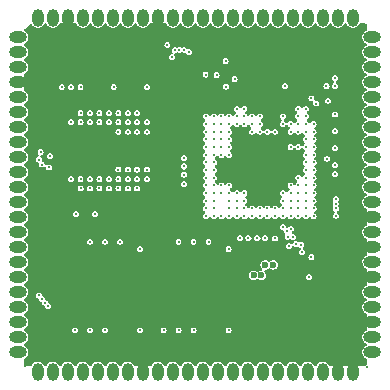
<source format=gbr>
%TF.GenerationSoftware,KiCad,Pcbnew,8.0.1*%
%TF.CreationDate,2024-09-11T08:29:46+07:00*%
%TF.ProjectId,siplex-som-s16,7369706c-6578-42d7-936f-6d2d7331362e,rev?*%
%TF.SameCoordinates,Original*%
%TF.FileFunction,Copper,L4,Inr*%
%TF.FilePolarity,Positive*%
%FSLAX46Y46*%
G04 Gerber Fmt 4.6, Leading zero omitted, Abs format (unit mm)*
G04 Created by KiCad (PCBNEW 8.0.1) date 2024-09-11 08:29:46*
%MOMM*%
%LPD*%
G01*
G04 APERTURE LIST*
%TA.AperFunction,ComponentPad*%
%ADD10O,1.500000X1.000000*%
%TD*%
%TA.AperFunction,ComponentPad*%
%ADD11O,1.000000X1.500000*%
%TD*%
%TA.AperFunction,ViaPad*%
%ADD12C,0.600000*%
%TD*%
%TA.AperFunction,ViaPad*%
%ADD13C,0.300000*%
%TD*%
G04 APERTURE END LIST*
D10*
%TO.N,PB8*%
%TO.C,J8*%
X125310800Y-84736800D03*
%TO.N,PB9*%
X125310800Y-86006800D03*
%TO.N,PH4*%
X125310800Y-87276800D03*
%TO.N,GND*%
X125310800Y-88546800D03*
%TO.N,PC0*%
X125310800Y-89816800D03*
%TO.N,PC1*%
X125310800Y-91086800D03*
%TO.N,PC4*%
X125310800Y-92356800D03*
%TO.N,PA0*%
X125310800Y-93626800D03*
%TO.N,PA1*%
X125310800Y-94896800D03*
%TO.N,PA4*%
X125310800Y-96166800D03*
%TO.N,PA3*%
X125310800Y-97436800D03*
%TO.N,PA7*%
X125310800Y-98706800D03*
%TO.N,PA6*%
X125310800Y-99976800D03*
%TO.N,PA5*%
X125310800Y-101246800D03*
%TO.N,PB0*%
X125310800Y-102516800D03*
%TO.N,PB1*%
X125310800Y-103786800D03*
%TO.N,PC5*%
X125310800Y-105056800D03*
%TO.N,PB12*%
X125310800Y-106326800D03*
%TO.N,PB10*%
X125310800Y-107596800D03*
%TO.N,PB13*%
X125310800Y-108866800D03*
%TO.N,PB11*%
X125310800Y-110136800D03*
%TO.N,PB14*%
X125310800Y-111406800D03*
%TD*%
%TO.N,/Castellated_holes/SWDIO*%
%TO.C,J5*%
X155310800Y-111406800D03*
%TO.N,/Castellated_holes/SWCLK*%
X155310800Y-110136800D03*
%TO.N,GND*%
X155310800Y-108866800D03*
%TO.N,/Castellated_holes/USB_DN*%
X155310800Y-107596800D03*
%TO.N,/Castellated_holes/USB_DP*%
X155310800Y-106326800D03*
%TO.N,GND*%
X155310800Y-105056800D03*
%TO.N,/Castellated_holes/USB_VBUS_DET*%
X155310800Y-103786800D03*
%TO.N,GND*%
X155310800Y-102516800D03*
%TO.N,/Castellated_holes/LTDC_CLK*%
X155310800Y-101246800D03*
%TO.N,GND*%
X155310800Y-99976800D03*
%TO.N,/Castellated_holes/SWO*%
X155310800Y-98706800D03*
%TO.N,/Castellated_holes/LTDC_R0*%
X155310800Y-97436800D03*
%TO.N,/Castellated_holes/LTDC_R1*%
X155310800Y-96166800D03*
%TO.N,/Castellated_holes/LTDC_R2*%
X155310800Y-94896800D03*
%TO.N,/Castellated_holes/LTDC_R3*%
X155310800Y-93626800D03*
%TO.N,/Castellated_holes/LTDC_R4*%
X155310800Y-92356800D03*
%TO.N,/Castellated_holes/LTDC_R5*%
X155310800Y-91086800D03*
%TO.N,/Castellated_holes/LTDC_R6*%
X155310800Y-89816800D03*
%TO.N,/Castellated_holes/LTDC_R7*%
X155310800Y-88546800D03*
%TO.N,/Castellated_holes/LTDC_G0*%
X155310800Y-87276800D03*
%TO.N,/Castellated_holes/LTDC_G1*%
X155310800Y-86006800D03*
%TO.N,/Castellated_holes/LTDC_G2*%
X155310800Y-84736800D03*
%TD*%
D11*
%TO.N,PB15*%
%TO.C,J9*%
X126975800Y-113071800D03*
%TO.N,PH7*%
X128245800Y-113071800D03*
%TO.N,PD13*%
X129515800Y-113071800D03*
%TO.N,PC6*%
X130785800Y-113071800D03*
%TO.N,PC7*%
X132055800Y-113071800D03*
%TO.N,PC8*%
X133325800Y-113071800D03*
%TO.N,PH14*%
X134595800Y-113071800D03*
%TO.N,GND*%
X135865800Y-113071800D03*
%TO.N,PD2*%
X137135800Y-113071800D03*
%TO.N,PD3*%
X138405800Y-113071800D03*
%TO.N,PD5*%
X139675800Y-113071800D03*
%TO.N,PD6*%
X140945800Y-113071800D03*
%TO.N,PD7*%
X142215800Y-113071800D03*
%TO.N,PI3*%
X143485800Y-113071800D03*
%TO.N,PA15*%
X144755800Y-113071800D03*
%TO.N,PC12*%
X146025800Y-113071800D03*
%TO.N,PG11*%
X147295800Y-113071800D03*
%TO.N,PB4*%
X148565800Y-113071800D03*
%TO.N,VIN*%
X149835800Y-113071800D03*
%TO.N,+3V3*%
X151105800Y-113071800D03*
%TO.N,GND*%
X152375800Y-113071800D03*
X153645800Y-113071800D03*
%TD*%
%TO.N,PB7*%
%TO.C,J7*%
X126975800Y-83071800D03*
%TO.N,PB5*%
X128245800Y-83071800D03*
%TO.N,GND*%
X129515800Y-83071800D03*
%TO.N,VBAT*%
X130785800Y-83071800D03*
%TO.N,/MCU/BOOT0*%
X132055800Y-83071800D03*
%TO.N,/Castellated_holes/LTDC_DE*%
X133325800Y-83071800D03*
%TO.N,/Castellated_holes/LTDC_HSYNC*%
X134595800Y-83071800D03*
%TO.N,/Castellated_holes/LTDC_VSYNC*%
X135865800Y-83071800D03*
%TO.N,GND*%
X137135800Y-83071800D03*
%TO.N,/Castellated_holes/LTDC_B7*%
X138405800Y-83071800D03*
%TO.N,/Castellated_holes/LTDC_B6*%
X139675800Y-83071800D03*
%TO.N,/Castellated_holes/LTDC_B5*%
X140945800Y-83071800D03*
%TO.N,/Castellated_holes/LTDC_B4*%
X142215800Y-83071800D03*
%TO.N,/Castellated_holes/LTDC_B3*%
X143485800Y-83071800D03*
%TO.N,/Castellated_holes/LTDC_B2*%
X144755800Y-83071800D03*
%TO.N,/Castellated_holes/LTDC_B1*%
X146025800Y-83071800D03*
%TO.N,/Castellated_holes/LTDC_B0*%
X147295800Y-83071800D03*
%TO.N,/Castellated_holes/LTDC_G7*%
X148565800Y-83071800D03*
%TO.N,/Castellated_holes/LTDC_G6*%
X149835800Y-83071800D03*
%TO.N,/Castellated_holes/LTDC_G5*%
X151105800Y-83071800D03*
%TO.N,/Castellated_holes/LTDC_G4*%
X152375800Y-83071800D03*
%TO.N,/Castellated_holes/LTDC_G3*%
X153645800Y-83071800D03*
%TD*%
D12*
%TO.N,GND*%
X150952200Y-102692200D03*
X151485600Y-107264200D03*
X151968200Y-109524800D03*
X132334000Y-108432600D03*
X128346200Y-109931200D03*
X128320800Y-97713800D03*
X129133600Y-102260400D03*
X151257000Y-87401400D03*
X149580600Y-86360000D03*
X147701000Y-87172800D03*
X144348200Y-86664800D03*
X141071600Y-87071200D03*
X133400800Y-86690200D03*
X137744200Y-87934800D03*
X132054600Y-88646000D03*
X128854200Y-86969600D03*
D13*
%TO.N,Net-(C1-Pad1)*%
X147040600Y-101780400D03*
X139367200Y-97180400D03*
%TO.N,GND*%
X146420600Y-95991200D03*
X128994000Y-88300600D03*
X142849600Y-112395000D03*
X145120600Y-95991200D03*
X152120600Y-96956200D03*
D12*
X145706800Y-109586700D03*
D13*
X144470600Y-95341200D03*
X145120600Y-94041200D03*
X147878800Y-88239200D03*
X138710400Y-95666200D03*
X154635200Y-89179400D03*
X145770600Y-94691200D03*
X143170600Y-90791200D03*
D12*
X139522200Y-106804600D03*
D13*
X146420600Y-97941200D03*
X145389600Y-112395000D03*
X147070600Y-96641200D03*
X130149600Y-83769200D03*
X154635200Y-101879400D03*
X146420600Y-96641200D03*
X146420600Y-95341200D03*
X147929600Y-83769200D03*
X146227800Y-102377200D03*
D12*
X140522200Y-105804600D03*
D13*
X126009400Y-98069400D03*
X154635200Y-100609400D03*
X147070600Y-91441200D03*
X148370600Y-94691200D03*
X145770600Y-95341200D03*
X143170600Y-95991200D03*
X126009400Y-104419400D03*
X154635200Y-90449400D03*
X144470600Y-95991200D03*
X130149600Y-112395000D03*
X137769600Y-83769200D03*
X145516600Y-102377200D03*
X126009400Y-91719400D03*
X154635200Y-87909400D03*
X129794000Y-88300600D03*
X143170600Y-95341200D03*
D12*
X138522200Y-104804600D03*
X132029200Y-106804600D03*
D13*
X129794400Y-97541200D03*
X154635200Y-110769400D03*
D12*
X131029200Y-106804600D03*
D13*
X141579600Y-112395000D03*
X131745800Y-86385400D03*
D12*
X132029200Y-104804600D03*
D13*
X149199600Y-112395000D03*
X126009400Y-92989400D03*
X147111600Y-88879200D03*
X154635200Y-91719400D03*
D12*
X146801800Y-107924600D03*
D13*
X154635200Y-95529400D03*
X139039600Y-83769200D03*
X144470600Y-94691200D03*
X138710400Y-96367600D03*
X140233400Y-87912000D03*
X129794400Y-95941200D03*
X128879600Y-83769200D03*
X154635200Y-85369400D03*
D12*
X133029200Y-105804600D03*
D13*
X138710400Y-94945200D03*
X147070600Y-94691200D03*
X144470600Y-94041200D03*
X126009400Y-99339400D03*
D12*
X150251800Y-109586700D03*
D13*
X154736800Y-83693000D03*
D12*
X132029200Y-105804600D03*
D13*
X132994400Y-95941200D03*
X126009400Y-90449400D03*
X133959600Y-112395000D03*
X147070600Y-94041200D03*
X152120600Y-90637400D03*
X126009400Y-110769400D03*
X140309600Y-83769200D03*
X127609600Y-83769200D03*
X148615400Y-88873400D03*
X145120600Y-96641200D03*
X131419600Y-112395000D03*
X141579600Y-83769200D03*
X145389600Y-83769200D03*
X151739600Y-83769200D03*
X152120600Y-94904600D03*
X145770600Y-97941200D03*
X139039600Y-112395000D03*
X142520600Y-90791200D03*
X137769600Y-112395000D03*
X154635200Y-108229400D03*
X145770600Y-96641200D03*
X154635200Y-109499400D03*
X128879600Y-112395000D03*
D12*
X138522200Y-105804600D03*
D13*
X125882400Y-112572800D03*
X130133133Y-102048267D03*
X148370600Y-95991200D03*
X126009400Y-101879400D03*
D12*
X131029200Y-104804600D03*
D13*
X126009400Y-86639400D03*
X140309600Y-112395000D03*
X126009400Y-89179400D03*
X146420600Y-94691200D03*
X146659600Y-83769200D03*
X126009400Y-100609400D03*
X142925800Y-88275200D03*
X136194400Y-88300600D03*
X148370600Y-95341200D03*
X153009600Y-83769200D03*
X149199600Y-83769200D03*
X127609600Y-112395000D03*
X126009400Y-109499400D03*
X132689600Y-83769200D03*
X126009400Y-95529400D03*
X138745000Y-90791200D03*
D12*
X140522200Y-104804600D03*
D13*
X143820600Y-92741200D03*
X147040600Y-102740400D03*
X154863800Y-112674400D03*
X144470600Y-96641200D03*
X138407200Y-97180400D03*
D12*
X127381000Y-101549200D03*
D13*
X145770600Y-94041200D03*
X152120600Y-92059800D03*
X131419600Y-83769200D03*
X145120600Y-95341200D03*
X126314200Y-84074000D03*
X126009400Y-103149400D03*
D12*
X133029200Y-104804600D03*
D13*
X135631400Y-108914600D03*
X143124400Y-108914600D03*
X150469600Y-83769200D03*
X126009400Y-94259400D03*
X133394400Y-88300600D03*
X147929600Y-112395000D03*
X154635200Y-103149400D03*
D12*
X139522200Y-104804600D03*
D13*
X144094200Y-102377200D03*
X126009400Y-85369400D03*
X154635200Y-98069400D03*
X154635200Y-96799400D03*
X154635200Y-99339400D03*
X154635200Y-86639400D03*
X142113000Y-88897400D03*
X150901400Y-106047000D03*
X132194400Y-92741200D03*
X145120600Y-94691200D03*
X147070600Y-95991200D03*
X146659600Y-112395000D03*
X145770600Y-95991200D03*
X138745000Y-90068400D03*
X136194400Y-97541200D03*
X126009400Y-108229400D03*
X130194400Y-100370600D03*
X144795600Y-102377200D03*
X126009400Y-106959400D03*
X126009400Y-87909400D03*
X136499600Y-112395000D03*
X144119600Y-83769200D03*
X130594000Y-88300600D03*
X154635200Y-104419400D03*
X154635200Y-94259400D03*
X146420600Y-94041200D03*
X131394400Y-95941200D03*
X148370600Y-93391200D03*
X145071600Y-88879200D03*
X131794400Y-100370600D03*
X150655400Y-88873400D03*
X132689600Y-112395000D03*
X154635200Y-92989400D03*
X152120600Y-93482200D03*
X154635200Y-105689400D03*
X142849600Y-83769200D03*
D12*
X140522200Y-106804600D03*
D13*
X133959600Y-83769200D03*
X154635200Y-106959400D03*
X136499600Y-83769200D03*
X126009400Y-96799400D03*
X146420600Y-91441200D03*
X151409400Y-88209600D03*
X137617200Y-102054600D03*
X126009400Y-105689400D03*
D12*
X131029200Y-105804600D03*
D13*
X147070600Y-95341200D03*
D12*
X138522200Y-106804600D03*
X133029200Y-106804600D03*
D13*
X144339000Y-88279800D03*
D12*
X128041400Y-93522800D03*
X139522200Y-105804600D03*
D13*
X144119600Y-112395000D03*
X135229600Y-112395000D03*
X147070600Y-97941200D03*
X135229600Y-83769200D03*
X130594400Y-92741200D03*
%TO.N,+3V3*%
X147878800Y-88879200D03*
X143637000Y-88279800D03*
X133394400Y-88940600D03*
X152120600Y-91277400D03*
X146227800Y-101737200D03*
X141173200Y-87907000D03*
X152120600Y-92699800D03*
X128994000Y-88940600D03*
X131794400Y-99730600D03*
X130194400Y-99730600D03*
X139350400Y-96367600D03*
X135631400Y-102694600D03*
X142925800Y-88915200D03*
X152120600Y-94122200D03*
X143124400Y-109554600D03*
X142113000Y-87937400D03*
X130594000Y-88940600D03*
X139350400Y-95666200D03*
X152120600Y-95544600D03*
X152120600Y-88209600D03*
X144795600Y-101737200D03*
X152120600Y-96316200D03*
X145516600Y-101737200D03*
X149936200Y-105027000D03*
X129794000Y-88940600D03*
D12*
X145897600Y-104902000D03*
X145237200Y-104902000D03*
D13*
X144094200Y-101737200D03*
D12*
X146227800Y-104013000D03*
D13*
X143124400Y-102694600D03*
X139350400Y-94945200D03*
D12*
X146913600Y-104013000D03*
D13*
X135631400Y-109554600D03*
X136194400Y-88940600D03*
%TO.N,Net-(U1-PDR_ON)*%
X149020600Y-94041200D03*
X152120600Y-88849600D03*
%TO.N,/MCU/BOOT0*%
X151409400Y-88849600D03*
X148370600Y-94041200D03*
%TO.N,/Castellated_holes/LTDC_G5*%
X147720600Y-99241200D03*
X152196800Y-99852200D03*
%TO.N,/Castellated_holes/LTDC_G7*%
X152196800Y-99241200D03*
X149020600Y-99241200D03*
%TO.N,/Castellated_holes/LTDC_B1*%
X151434800Y-95021400D03*
X149670600Y-95341200D03*
%TO.N,/Castellated_holes/LTDC_R4*%
X143820600Y-98591200D03*
%TO.N,unconnected-(U1-PH6-PadM11)*%
X143170600Y-97291200D03*
%TO.N,/Castellated_holes/LTDC_R0*%
X150320600Y-95341200D03*
%TO.N,/Castellated_holes/LTDC_B4*%
X148370600Y-92741200D03*
%TO.N,/Castellated_holes/LTDC_G1*%
X149670600Y-92091200D03*
%TO.N,/Castellated_holes/LTDC_R3*%
X143170600Y-98591200D03*
%TO.N,/Castellated_holes/LTDC_G0*%
X149670600Y-91441200D03*
%TO.N,unconnected-(U1-PA10-PadD15)*%
X148370600Y-99891200D03*
%TO.N,/Castellated_holes/LTDC_R2*%
X149670600Y-99241200D03*
%TO.N,/Castellated_holes/LTDC_CLK*%
X145120600Y-99241200D03*
%TO.N,/Castellated_holes/LTDC_VSYNC*%
X148370600Y-92091200D03*
%TO.N,/Castellated_holes/LTDC_B2*%
X152196800Y-98841197D03*
X147070600Y-99241200D03*
%TO.N,/Castellated_holes/LTDC_G4*%
X148370600Y-98591200D03*
%TO.N,/Castellated_holes/LTDC_R1*%
X141870600Y-91441200D03*
%TO.N,/Castellated_holes/LTDC_R5*%
X143820600Y-97941200D03*
%TO.N,/Castellated_holes/LTDC_G2*%
X147720600Y-97941200D03*
%TO.N,/Castellated_holes/LTDC_R7*%
X145120600Y-99891200D03*
%TO.N,unconnected-(U1-PH8-PadM12)*%
X143170600Y-97941200D03*
%TO.N,/Castellated_holes/LTDC_B6*%
X149020600Y-92091200D03*
X150557833Y-90353632D03*
%TO.N,VBAT*%
X149020600Y-90791200D03*
%TO.N,/Castellated_holes/LTDC_G6*%
X148370600Y-99241200D03*
%TO.N,/Castellated_holes/LTDC_R6*%
X144470600Y-97941200D03*
%TO.N,/Castellated_holes/LTDC_B7*%
X149020600Y-91441200D03*
%TO.N,/Castellated_holes/LTDC_HSYNC*%
X147720600Y-92091200D03*
X150139400Y-89916000D03*
%TO.N,unconnected-(U1-PG3-PadK15)*%
X144470600Y-99891200D03*
%TO.N,/Castellated_holes/LTDC_B3*%
X152196800Y-98441194D03*
X147070600Y-99891200D03*
%TO.N,/Castellated_holes/LTDC_B0*%
X149670600Y-90791200D03*
%TO.N,/Castellated_holes/LTDC_DE*%
X143820600Y-90791200D03*
%TO.N,/Castellated_holes/LTDC_G3*%
X149670600Y-96641200D03*
X151547080Y-90116054D03*
%TO.N,/Castellated_holes/LTDC_B5*%
X149020600Y-92741200D03*
%TO.N,/MCU/SDRAM_A12*%
X143820600Y-99891200D03*
X134594400Y-97541200D03*
%TO.N,/MCU/SDRAM_A8*%
X135394400Y-97541200D03*
X141220600Y-94691200D03*
%TO.N,/MCU/SDRAM_DQ13*%
X141870600Y-99891200D03*
X130594400Y-96741200D03*
%TO.N,/MCU/SDRAM_CKE*%
X143170600Y-93391200D03*
X133794400Y-95941200D03*
%TO.N,/MCU/SDRAM_DQ6*%
X141870600Y-95991200D03*
X132194400Y-91941200D03*
%TO.N,/MCU/SDRAM_A5*%
X144470600Y-92091200D03*
X136194400Y-96741200D03*
%TO.N,/MCU/SDRAM_DQ0*%
X129794400Y-91941200D03*
X143170600Y-99241200D03*
%TO.N,/MCU/SDRAM_DQMH*%
X150320600Y-92091200D03*
X133794400Y-97541200D03*
%TO.N,/MCU/SDRAM_DQ14*%
X130594400Y-97541200D03*
X141870600Y-99241200D03*
%TO.N,/MCU/SDRAM_A7*%
X142520600Y-94041200D03*
X135394400Y-96741200D03*
%TO.N,/MCU/SDRAM_A2*%
X136194400Y-91941200D03*
X145770600Y-91441200D03*
%TO.N,/MCU/SDRAM_DQ12*%
X131394400Y-97541200D03*
X141220600Y-97291200D03*
%TO.N,/MCU/SDRAM_A6*%
X135394400Y-95941200D03*
X141870600Y-94041200D03*
%TO.N,/MCU/SDRAM_A9*%
X141870600Y-94691200D03*
X134594400Y-95941200D03*
%TO.N,/MCU/~{SDRAM_RAS}*%
X141220600Y-94041200D03*
X133794400Y-91941200D03*
%TO.N,/MCU/SDRAM_DQ7*%
X132994400Y-91141200D03*
X141220600Y-95991200D03*
%TO.N,/MCU/SDRAM_A1*%
X145770600Y-92091200D03*
X135394400Y-91941200D03*
%TO.N,/MCU/SDRAM_DQ3*%
X149020600Y-97941200D03*
X131394400Y-91141200D03*
%TO.N,/MCU/~{SDRAM_CAS}*%
X149670600Y-94691200D03*
X133794400Y-92741200D03*
%TO.N,/MCU/SDRAM_DQ15*%
X129794400Y-96741200D03*
X142520600Y-99891200D03*
%TO.N,/MCU/SDRAM_A11*%
X143170600Y-94691200D03*
X134594400Y-96741200D03*
%TO.N,/MCU/SDRAM_DQ5*%
X141870600Y-95341200D03*
X132194400Y-91141200D03*
%TO.N,/MCU/SDRAM_A10*%
X142520600Y-94691200D03*
X135394400Y-91141200D03*
%TO.N,/MCU/SDRAM_A0*%
X135394400Y-92741200D03*
X147720600Y-91441200D03*
%TO.N,/MCU/~{SDRAM_WE}*%
X145120600Y-92741200D03*
X133794400Y-91141200D03*
%TO.N,/MCU/SDRAM_DQML*%
X132994400Y-91941200D03*
X150320600Y-92741200D03*
%TO.N,/MCU/SDRAM_DQ4*%
X141220600Y-95341200D03*
X131394400Y-91941200D03*
%TO.N,/MCU/SDRAM_DQ9*%
X141220600Y-96641200D03*
X132194400Y-96741200D03*
%TO.N,/MCU/SDRAM_DQ8*%
X132994400Y-97541200D03*
X141870600Y-96641200D03*
%TO.N,/MCU/SDRAM_DQ10*%
X142520600Y-97291200D03*
X132194400Y-97541200D03*
%TO.N,/MCU/SDRAM_BA1*%
X144470600Y-98591200D03*
X134594400Y-91941200D03*
%TO.N,/MCU/SDRAM_A4*%
X145120600Y-92091200D03*
X136194400Y-95941200D03*
%TO.N,/MCU/SDRAM_DQ1*%
X143820600Y-99241200D03*
X130594400Y-91141200D03*
%TO.N,/MCU/SDRAM_CLK*%
X145770600Y-99241200D03*
X133794400Y-96741200D03*
%TO.N,/MCU/SDRAM_A3*%
X145120600Y-91441200D03*
X136194400Y-92741200D03*
%TO.N,/MCU/SDRAM_DQ2*%
X130594400Y-91941200D03*
X149670600Y-97941200D03*
%TO.N,/MCU/SDRAM_BA0*%
X134594400Y-92741200D03*
X144470600Y-99241200D03*
%TO.N,/MCU/~{SDRAM_CS}*%
X134594400Y-91141200D03*
X143170600Y-92741200D03*
%TO.N,unconnected-(U2-NC-PadE2)*%
X132994400Y-96741200D03*
%TO.N,/MCU/SDRAM_DQ11*%
X131394400Y-96741200D03*
X141870600Y-97291200D03*
%TO.N,/Castellated_holes/USB_DN*%
X149020600Y-99891200D03*
%TO.N,/Castellated_holes/USB_DP*%
X149670600Y-99891200D03*
%TO.N,/MCU/~{FLASH_BK1_CS}*%
X149670600Y-94041200D03*
X133934200Y-102054600D03*
%TO.N,/MCU/~{FLASH_BK2_CS}*%
X149670600Y-98591200D03*
X141427200Y-102054600D03*
%TO.N,/MCU/FLASH_BK1_IO1*%
X143820600Y-91441200D03*
X132664200Y-102054600D03*
%TO.N,/MCU/FLASH_BK1_IO0*%
X143820600Y-92091200D03*
X130124200Y-109554600D03*
%TO.N,/MCU/FLASH_BK2_IO1*%
X146420600Y-92741200D03*
X140157200Y-102054600D03*
%TO.N,/MCU/FLASH_BK1_IO2*%
X144470600Y-90791200D03*
X131394200Y-102054600D03*
%TO.N,/MCU/FLASH_CLK*%
X143170600Y-94041200D03*
X131394200Y-109554600D03*
X138887200Y-109554600D03*
%TO.N,/MCU/FLASH_BK1_IO3*%
X144470600Y-91441200D03*
X132664200Y-109554600D03*
%TO.N,/MCU/FLASH_BK2_IO3*%
X140157200Y-109554600D03*
X150320600Y-94691200D03*
%TO.N,/MCU/FLASH_BK2_IO2*%
X149020600Y-96641200D03*
X138887200Y-102054600D03*
%TO.N,/MCU/FLASH_BK2_IO0*%
X147070600Y-92741200D03*
X137617200Y-109554600D03*
%TO.N,PB7*%
X149670600Y-93391200D03*
%TO.N,PB5*%
X150320600Y-94041200D03*
%TO.N,PB8*%
X150320600Y-93391200D03*
%TO.N,PB9*%
X149670600Y-92741200D03*
%TO.N,/Castellated_holes/SWCLK*%
X150320600Y-99241200D03*
%TO.N,/Castellated_holes/SWO*%
X150320600Y-96641200D03*
%TO.N,/Castellated_holes/SWDIO*%
X150320600Y-99891200D03*
%TO.N,/Castellated_holes/USB_VBUS_DET*%
X147720600Y-99891200D03*
%TO.N,PH4*%
X142875800Y-86766400D03*
X145770600Y-92741200D03*
%TO.N,PC1*%
X143170600Y-92091200D03*
X139369800Y-85816802D03*
%TO.N,PC0*%
X143170600Y-91441200D03*
X139750800Y-86004400D03*
%TO.N,PC4*%
X142520600Y-93391200D03*
X137942827Y-85374000D03*
%TO.N,PC5*%
X127897600Y-95762000D03*
X141870600Y-93391200D03*
%TO.N,PA1*%
X142520600Y-91441200D03*
X138969797Y-85816802D03*
%TO.N,PA4*%
X138314054Y-86429390D03*
X142520600Y-92741200D03*
%TO.N,PA0*%
X138569992Y-85829390D03*
X142520600Y-92091200D03*
%TO.N,PA7*%
X141220600Y-92091200D03*
%TO.N,PA3*%
X141220600Y-91441200D03*
%TO.N,PA6*%
X141870600Y-92091200D03*
X127203200Y-94462600D03*
%TO.N,PA5*%
X127050800Y-95097600D03*
X141870600Y-92741200D03*
%TO.N,PB0*%
X127297600Y-95521526D03*
X141220600Y-93391200D03*
%TO.N,PB1*%
X141220600Y-92741200D03*
X127990600Y-94788000D03*
%TO.N,PB11*%
X141220600Y-98591200D03*
%TO.N,PB10*%
X141220600Y-97941200D03*
%TO.N,PB13*%
X141870600Y-98591200D03*
%TO.N,PB12*%
X141870600Y-97941200D03*
%TO.N,PB14*%
X127068200Y-106599000D03*
X141220600Y-99241200D03*
%TO.N,PB15*%
X141220600Y-99891200D03*
X127315903Y-106913078D03*
%TO.N,PD13*%
X143170600Y-99891200D03*
X127842670Y-107518357D03*
%TO.N,PH7*%
X127584200Y-107213078D03*
X142520600Y-97941200D03*
%TO.N,PC7*%
X146420600Y-99891200D03*
%TO.N,PC6*%
X145770600Y-99891200D03*
%TO.N,PC8*%
X146420600Y-99241200D03*
%TO.N,PH14*%
X147720600Y-98591200D03*
%TO.N,PC12*%
X149292795Y-102328553D03*
X150320600Y-97941200D03*
%TO.N,PI3*%
X149020600Y-98591200D03*
X148400302Y-100957000D03*
%TO.N,PD6*%
X148562967Y-101649167D03*
X149670600Y-97291200D03*
%TO.N,PD7*%
X148241700Y-102394700D03*
X150320600Y-97291200D03*
%TO.N,PD5*%
X148132800Y-101650800D03*
X149020600Y-97291200D03*
%TO.N,PA15*%
X150320600Y-98591200D03*
X148844000Y-102260400D03*
%TO.N,PB4*%
X150139400Y-103352600D03*
X150320600Y-95991200D03*
%TO.N,PD2*%
X148370600Y-97941200D03*
X147728590Y-100787200D03*
%TO.N,PG11*%
X149354400Y-102948600D03*
X149670600Y-95991200D03*
%TO.N,PD3*%
X148032052Y-101113184D03*
X148370600Y-97291200D03*
%TD*%
%TA.AperFunction,Conductor*%
%TO.N,GND*%
G36*
X127692476Y-83591985D02*
G01*
X127732824Y-83634300D01*
X127765280Y-83690516D01*
X127877084Y-83802320D01*
X127877086Y-83802321D01*
X127877090Y-83802324D01*
X128014009Y-83881373D01*
X128014016Y-83881377D01*
X128166743Y-83922300D01*
X128166745Y-83922300D01*
X128324855Y-83922300D01*
X128324857Y-83922300D01*
X128477584Y-83881377D01*
X128614516Y-83802320D01*
X128726320Y-83690516D01*
X128758775Y-83634300D01*
X128809342Y-83586085D01*
X128866163Y-83572300D01*
X130165437Y-83572300D01*
X130232476Y-83591985D01*
X130272824Y-83634300D01*
X130305280Y-83690516D01*
X130417084Y-83802320D01*
X130417086Y-83802321D01*
X130417090Y-83802324D01*
X130554009Y-83881373D01*
X130554016Y-83881377D01*
X130706743Y-83922300D01*
X130706745Y-83922300D01*
X130864855Y-83922300D01*
X130864857Y-83922300D01*
X131017584Y-83881377D01*
X131154516Y-83802320D01*
X131266320Y-83690516D01*
X131298775Y-83634300D01*
X131349342Y-83586085D01*
X131406163Y-83572300D01*
X131435437Y-83572300D01*
X131502476Y-83591985D01*
X131542824Y-83634300D01*
X131575280Y-83690516D01*
X131687084Y-83802320D01*
X131687086Y-83802321D01*
X131687090Y-83802324D01*
X131824009Y-83881373D01*
X131824016Y-83881377D01*
X131976743Y-83922300D01*
X131976745Y-83922300D01*
X132134855Y-83922300D01*
X132134857Y-83922300D01*
X132287584Y-83881377D01*
X132424516Y-83802320D01*
X132536320Y-83690516D01*
X132568775Y-83634300D01*
X132619342Y-83586085D01*
X132676163Y-83572300D01*
X132705437Y-83572300D01*
X132772476Y-83591985D01*
X132812824Y-83634300D01*
X132845280Y-83690516D01*
X132957084Y-83802320D01*
X132957086Y-83802321D01*
X132957090Y-83802324D01*
X133094009Y-83881373D01*
X133094016Y-83881377D01*
X133246743Y-83922300D01*
X133246745Y-83922300D01*
X133404855Y-83922300D01*
X133404857Y-83922300D01*
X133557584Y-83881377D01*
X133694516Y-83802320D01*
X133806320Y-83690516D01*
X133838775Y-83634300D01*
X133889342Y-83586085D01*
X133946163Y-83572300D01*
X133975437Y-83572300D01*
X134042476Y-83591985D01*
X134082824Y-83634300D01*
X134115280Y-83690516D01*
X134227084Y-83802320D01*
X134227086Y-83802321D01*
X134227090Y-83802324D01*
X134364009Y-83881373D01*
X134364016Y-83881377D01*
X134516743Y-83922300D01*
X134516745Y-83922300D01*
X134674855Y-83922300D01*
X134674857Y-83922300D01*
X134827584Y-83881377D01*
X134964516Y-83802320D01*
X135076320Y-83690516D01*
X135108775Y-83634300D01*
X135159342Y-83586085D01*
X135216163Y-83572300D01*
X135245437Y-83572300D01*
X135312476Y-83591985D01*
X135352824Y-83634300D01*
X135385280Y-83690516D01*
X135497084Y-83802320D01*
X135497086Y-83802321D01*
X135497090Y-83802324D01*
X135634009Y-83881373D01*
X135634016Y-83881377D01*
X135786743Y-83922300D01*
X135786745Y-83922300D01*
X135944855Y-83922300D01*
X135944857Y-83922300D01*
X136097584Y-83881377D01*
X136234516Y-83802320D01*
X136346320Y-83690516D01*
X136378775Y-83634300D01*
X136429342Y-83586085D01*
X136486163Y-83572300D01*
X137785437Y-83572300D01*
X137852476Y-83591985D01*
X137892824Y-83634300D01*
X137925280Y-83690516D01*
X138037084Y-83802320D01*
X138037086Y-83802321D01*
X138037090Y-83802324D01*
X138174009Y-83881373D01*
X138174016Y-83881377D01*
X138326743Y-83922300D01*
X138326745Y-83922300D01*
X138484855Y-83922300D01*
X138484857Y-83922300D01*
X138637584Y-83881377D01*
X138774516Y-83802320D01*
X138886320Y-83690516D01*
X138918775Y-83634300D01*
X138969342Y-83586085D01*
X139026163Y-83572300D01*
X139055437Y-83572300D01*
X139122476Y-83591985D01*
X139162824Y-83634300D01*
X139195280Y-83690516D01*
X139307084Y-83802320D01*
X139307086Y-83802321D01*
X139307090Y-83802324D01*
X139444009Y-83881373D01*
X139444016Y-83881377D01*
X139596743Y-83922300D01*
X139596745Y-83922300D01*
X139754855Y-83922300D01*
X139754857Y-83922300D01*
X139907584Y-83881377D01*
X140044516Y-83802320D01*
X140156320Y-83690516D01*
X140188775Y-83634300D01*
X140239342Y-83586085D01*
X140296163Y-83572300D01*
X140325437Y-83572300D01*
X140392476Y-83591985D01*
X140432824Y-83634300D01*
X140465280Y-83690516D01*
X140577084Y-83802320D01*
X140577086Y-83802321D01*
X140577090Y-83802324D01*
X140714009Y-83881373D01*
X140714016Y-83881377D01*
X140866743Y-83922300D01*
X140866745Y-83922300D01*
X141024855Y-83922300D01*
X141024857Y-83922300D01*
X141177584Y-83881377D01*
X141314516Y-83802320D01*
X141426320Y-83690516D01*
X141458775Y-83634300D01*
X141509342Y-83586085D01*
X141566163Y-83572300D01*
X141595437Y-83572300D01*
X141662476Y-83591985D01*
X141702824Y-83634300D01*
X141735280Y-83690516D01*
X141847084Y-83802320D01*
X141847086Y-83802321D01*
X141847090Y-83802324D01*
X141984009Y-83881373D01*
X141984016Y-83881377D01*
X142136743Y-83922300D01*
X142136745Y-83922300D01*
X142294855Y-83922300D01*
X142294857Y-83922300D01*
X142447584Y-83881377D01*
X142584516Y-83802320D01*
X142696320Y-83690516D01*
X142728775Y-83634300D01*
X142779342Y-83586085D01*
X142836163Y-83572300D01*
X142865437Y-83572300D01*
X142932476Y-83591985D01*
X142972824Y-83634300D01*
X143005280Y-83690516D01*
X143117084Y-83802320D01*
X143117086Y-83802321D01*
X143117090Y-83802324D01*
X143254009Y-83881373D01*
X143254016Y-83881377D01*
X143406743Y-83922300D01*
X143406745Y-83922300D01*
X143564855Y-83922300D01*
X143564857Y-83922300D01*
X143717584Y-83881377D01*
X143854516Y-83802320D01*
X143966320Y-83690516D01*
X143998775Y-83634300D01*
X144049342Y-83586085D01*
X144106163Y-83572300D01*
X144135437Y-83572300D01*
X144202476Y-83591985D01*
X144242824Y-83634300D01*
X144275280Y-83690516D01*
X144387084Y-83802320D01*
X144387086Y-83802321D01*
X144387090Y-83802324D01*
X144524009Y-83881373D01*
X144524016Y-83881377D01*
X144676743Y-83922300D01*
X144676745Y-83922300D01*
X144834855Y-83922300D01*
X144834857Y-83922300D01*
X144987584Y-83881377D01*
X145124516Y-83802320D01*
X145236320Y-83690516D01*
X145268775Y-83634300D01*
X145319342Y-83586085D01*
X145376163Y-83572300D01*
X145405437Y-83572300D01*
X145472476Y-83591985D01*
X145512824Y-83634300D01*
X145545280Y-83690516D01*
X145657084Y-83802320D01*
X145657086Y-83802321D01*
X145657090Y-83802324D01*
X145794009Y-83881373D01*
X145794016Y-83881377D01*
X145946743Y-83922300D01*
X145946745Y-83922300D01*
X146104855Y-83922300D01*
X146104857Y-83922300D01*
X146257584Y-83881377D01*
X146394516Y-83802320D01*
X146506320Y-83690516D01*
X146538775Y-83634300D01*
X146589342Y-83586085D01*
X146646163Y-83572300D01*
X146675437Y-83572300D01*
X146742476Y-83591985D01*
X146782824Y-83634300D01*
X146815280Y-83690516D01*
X146927084Y-83802320D01*
X146927086Y-83802321D01*
X146927090Y-83802324D01*
X147064009Y-83881373D01*
X147064016Y-83881377D01*
X147216743Y-83922300D01*
X147216745Y-83922300D01*
X147374855Y-83922300D01*
X147374857Y-83922300D01*
X147527584Y-83881377D01*
X147664516Y-83802320D01*
X147776320Y-83690516D01*
X147808775Y-83634300D01*
X147859342Y-83586085D01*
X147916163Y-83572300D01*
X147945437Y-83572300D01*
X148012476Y-83591985D01*
X148052824Y-83634300D01*
X148085280Y-83690516D01*
X148197084Y-83802320D01*
X148197086Y-83802321D01*
X148197090Y-83802324D01*
X148334009Y-83881373D01*
X148334016Y-83881377D01*
X148486743Y-83922300D01*
X148486745Y-83922300D01*
X148644855Y-83922300D01*
X148644857Y-83922300D01*
X148797584Y-83881377D01*
X148934516Y-83802320D01*
X149046320Y-83690516D01*
X149078775Y-83634300D01*
X149129342Y-83586085D01*
X149186163Y-83572300D01*
X149215437Y-83572300D01*
X149282476Y-83591985D01*
X149322824Y-83634300D01*
X149355280Y-83690516D01*
X149467084Y-83802320D01*
X149467086Y-83802321D01*
X149467090Y-83802324D01*
X149604009Y-83881373D01*
X149604016Y-83881377D01*
X149756743Y-83922300D01*
X149756745Y-83922300D01*
X149914855Y-83922300D01*
X149914857Y-83922300D01*
X150067584Y-83881377D01*
X150204516Y-83802320D01*
X150316320Y-83690516D01*
X150348775Y-83634300D01*
X150399342Y-83586085D01*
X150456163Y-83572300D01*
X150485437Y-83572300D01*
X150552476Y-83591985D01*
X150592824Y-83634300D01*
X150625280Y-83690516D01*
X150737084Y-83802320D01*
X150737086Y-83802321D01*
X150737090Y-83802324D01*
X150874009Y-83881373D01*
X150874016Y-83881377D01*
X151026743Y-83922300D01*
X151026745Y-83922300D01*
X151184855Y-83922300D01*
X151184857Y-83922300D01*
X151337584Y-83881377D01*
X151474516Y-83802320D01*
X151586320Y-83690516D01*
X151618775Y-83634300D01*
X151669342Y-83586085D01*
X151726163Y-83572300D01*
X151755437Y-83572300D01*
X151822476Y-83591985D01*
X151862824Y-83634300D01*
X151895280Y-83690516D01*
X152007084Y-83802320D01*
X152007086Y-83802321D01*
X152007090Y-83802324D01*
X152144009Y-83881373D01*
X152144016Y-83881377D01*
X152296743Y-83922300D01*
X152296745Y-83922300D01*
X152454855Y-83922300D01*
X152454857Y-83922300D01*
X152607584Y-83881377D01*
X152744516Y-83802320D01*
X152856320Y-83690516D01*
X152888775Y-83634300D01*
X152939342Y-83586085D01*
X152996163Y-83572300D01*
X153025437Y-83572300D01*
X153092476Y-83591985D01*
X153132824Y-83634300D01*
X153165280Y-83690516D01*
X153277084Y-83802320D01*
X153277086Y-83802321D01*
X153277090Y-83802324D01*
X153414009Y-83881373D01*
X153414016Y-83881377D01*
X153566743Y-83922300D01*
X153566745Y-83922300D01*
X153724855Y-83922300D01*
X153724857Y-83922300D01*
X153877584Y-83881377D01*
X154014516Y-83802320D01*
X154126320Y-83690516D01*
X154158775Y-83634300D01*
X154209342Y-83586085D01*
X154266163Y-83572300D01*
X154686300Y-83572300D01*
X154753339Y-83591985D01*
X154799094Y-83644789D01*
X154810300Y-83696300D01*
X154810300Y-84116436D01*
X154790615Y-84183475D01*
X154748301Y-84223823D01*
X154692084Y-84256280D01*
X154692081Y-84256282D01*
X154580281Y-84368082D01*
X154580275Y-84368090D01*
X154501226Y-84505009D01*
X154501223Y-84505016D01*
X154460300Y-84657743D01*
X154460300Y-84815856D01*
X154501223Y-84968583D01*
X154501226Y-84968590D01*
X154580275Y-85105509D01*
X154580279Y-85105514D01*
X154580280Y-85105516D01*
X154692084Y-85217320D01*
X154748299Y-85249775D01*
X154796515Y-85300342D01*
X154810300Y-85357163D01*
X154810300Y-85386436D01*
X154790615Y-85453475D01*
X154748301Y-85493823D01*
X154692084Y-85526280D01*
X154692081Y-85526282D01*
X154580281Y-85638082D01*
X154580275Y-85638090D01*
X154501226Y-85775009D01*
X154501223Y-85775016D01*
X154460300Y-85927743D01*
X154460300Y-86085857D01*
X154489123Y-86193424D01*
X154501223Y-86238583D01*
X154501226Y-86238590D01*
X154580275Y-86375509D01*
X154580279Y-86375514D01*
X154580280Y-86375516D01*
X154692084Y-86487320D01*
X154733086Y-86510992D01*
X154748299Y-86519775D01*
X154796515Y-86570342D01*
X154810300Y-86627163D01*
X154810300Y-86656436D01*
X154790615Y-86723475D01*
X154748301Y-86763823D01*
X154692084Y-86796280D01*
X154692081Y-86796282D01*
X154580281Y-86908082D01*
X154580275Y-86908090D01*
X154501226Y-87045009D01*
X154501223Y-87045016D01*
X154460300Y-87197743D01*
X154460300Y-87355856D01*
X154501223Y-87508583D01*
X154501226Y-87508590D01*
X154580275Y-87645509D01*
X154580279Y-87645514D01*
X154580280Y-87645516D01*
X154692084Y-87757320D01*
X154748299Y-87789775D01*
X154796515Y-87840342D01*
X154810300Y-87897163D01*
X154810300Y-87926436D01*
X154790615Y-87993475D01*
X154748301Y-88033823D01*
X154692084Y-88066280D01*
X154692081Y-88066282D01*
X154580281Y-88178082D01*
X154580275Y-88178090D01*
X154501226Y-88315009D01*
X154501223Y-88315016D01*
X154460300Y-88467743D01*
X154460300Y-88625857D01*
X154494063Y-88751860D01*
X154501223Y-88778583D01*
X154501226Y-88778590D01*
X154580275Y-88915509D01*
X154580279Y-88915514D01*
X154580280Y-88915516D01*
X154692084Y-89027320D01*
X154748299Y-89059775D01*
X154796515Y-89110342D01*
X154810300Y-89167163D01*
X154810300Y-89196436D01*
X154790615Y-89263475D01*
X154748301Y-89303823D01*
X154692084Y-89336280D01*
X154692081Y-89336282D01*
X154580281Y-89448082D01*
X154580275Y-89448090D01*
X154501226Y-89585009D01*
X154501223Y-89585016D01*
X154460300Y-89737743D01*
X154460300Y-89895857D01*
X154493113Y-90018315D01*
X154501223Y-90048583D01*
X154501226Y-90048590D01*
X154580275Y-90185509D01*
X154580279Y-90185514D01*
X154580280Y-90185516D01*
X154692084Y-90297320D01*
X154748299Y-90329775D01*
X154796515Y-90380342D01*
X154810300Y-90437163D01*
X154810300Y-90466436D01*
X154790615Y-90533475D01*
X154748301Y-90573823D01*
X154692084Y-90606280D01*
X154692081Y-90606282D01*
X154580281Y-90718082D01*
X154580275Y-90718090D01*
X154501226Y-90855009D01*
X154501223Y-90855016D01*
X154460300Y-91007743D01*
X154460300Y-91165857D01*
X154490189Y-91277402D01*
X154501223Y-91318583D01*
X154501226Y-91318590D01*
X154580275Y-91455509D01*
X154580279Y-91455514D01*
X154580280Y-91455516D01*
X154692084Y-91567320D01*
X154748299Y-91599775D01*
X154796515Y-91650342D01*
X154810300Y-91707163D01*
X154810300Y-91736436D01*
X154790615Y-91803475D01*
X154748301Y-91843823D01*
X154692084Y-91876280D01*
X154692081Y-91876282D01*
X154580281Y-91988082D01*
X154580275Y-91988090D01*
X154501226Y-92125009D01*
X154501223Y-92125016D01*
X154460300Y-92277743D01*
X154460300Y-92435857D01*
X154493725Y-92560599D01*
X154501223Y-92588583D01*
X154501226Y-92588590D01*
X154580275Y-92725509D01*
X154580279Y-92725514D01*
X154580280Y-92725516D01*
X154692084Y-92837320D01*
X154731359Y-92859995D01*
X154748299Y-92869775D01*
X154796515Y-92920342D01*
X154810300Y-92977163D01*
X154810300Y-93006436D01*
X154790615Y-93073475D01*
X154748301Y-93113823D01*
X154692084Y-93146280D01*
X154692081Y-93146282D01*
X154580281Y-93258082D01*
X154580275Y-93258090D01*
X154501226Y-93395009D01*
X154501223Y-93395016D01*
X154460300Y-93547743D01*
X154460300Y-93705857D01*
X154490698Y-93819302D01*
X154501223Y-93858583D01*
X154501226Y-93858590D01*
X154580275Y-93995509D01*
X154580279Y-93995514D01*
X154580280Y-93995516D01*
X154692084Y-94107320D01*
X154748299Y-94139775D01*
X154796515Y-94190342D01*
X154810300Y-94247163D01*
X154810300Y-94276436D01*
X154790615Y-94343475D01*
X154748301Y-94383823D01*
X154692084Y-94416280D01*
X154692081Y-94416282D01*
X154580281Y-94528082D01*
X154580275Y-94528090D01*
X154501226Y-94665009D01*
X154501223Y-94665016D01*
X154460300Y-94817743D01*
X154460300Y-94975857D01*
X154500478Y-95125801D01*
X154501223Y-95128583D01*
X154501226Y-95128590D01*
X154580275Y-95265509D01*
X154580279Y-95265514D01*
X154580280Y-95265516D01*
X154692084Y-95377320D01*
X154742595Y-95406482D01*
X154748299Y-95409775D01*
X154796515Y-95460342D01*
X154810300Y-95517163D01*
X154810300Y-95546436D01*
X154790615Y-95613475D01*
X154748301Y-95653823D01*
X154692084Y-95686280D01*
X154692081Y-95686282D01*
X154580281Y-95798082D01*
X154580275Y-95798090D01*
X154501226Y-95935009D01*
X154501223Y-95935016D01*
X154460300Y-96087743D01*
X154460300Y-96245857D01*
X154497796Y-96385792D01*
X154501223Y-96398583D01*
X154501226Y-96398590D01*
X154580275Y-96535509D01*
X154580279Y-96535514D01*
X154580280Y-96535516D01*
X154692084Y-96647320D01*
X154748299Y-96679775D01*
X154796515Y-96730342D01*
X154810300Y-96787163D01*
X154810300Y-96816436D01*
X154790615Y-96883475D01*
X154748301Y-96923823D01*
X154692084Y-96956280D01*
X154692081Y-96956282D01*
X154580281Y-97068082D01*
X154580275Y-97068090D01*
X154501226Y-97205009D01*
X154501223Y-97205016D01*
X154460300Y-97357743D01*
X154460300Y-97515857D01*
X154493280Y-97638938D01*
X154501223Y-97668583D01*
X154501226Y-97668590D01*
X154580275Y-97805509D01*
X154580279Y-97805514D01*
X154580280Y-97805516D01*
X154692084Y-97917320D01*
X154748299Y-97949775D01*
X154796515Y-98000342D01*
X154810300Y-98057163D01*
X154810300Y-98086436D01*
X154790615Y-98153475D01*
X154748301Y-98193823D01*
X154692084Y-98226280D01*
X154692081Y-98226282D01*
X154580281Y-98338082D01*
X154580275Y-98338090D01*
X154501226Y-98475009D01*
X154501223Y-98475016D01*
X154460300Y-98627743D01*
X154460300Y-98785857D01*
X154481965Y-98866710D01*
X154501223Y-98938583D01*
X154501226Y-98938590D01*
X154580275Y-99075509D01*
X154580279Y-99075514D01*
X154580280Y-99075516D01*
X154692084Y-99187320D01*
X154748299Y-99219775D01*
X154796515Y-99270342D01*
X154810300Y-99327163D01*
X154810300Y-100626436D01*
X154790615Y-100693475D01*
X154748301Y-100733823D01*
X154692084Y-100766280D01*
X154692081Y-100766282D01*
X154580281Y-100878082D01*
X154580275Y-100878090D01*
X154501226Y-101015009D01*
X154501223Y-101015016D01*
X154460300Y-101167743D01*
X154460300Y-101325857D01*
X154498977Y-101470199D01*
X154501223Y-101478583D01*
X154501226Y-101478590D01*
X154580275Y-101615509D01*
X154580279Y-101615514D01*
X154580280Y-101615516D01*
X154692084Y-101727320D01*
X154745318Y-101758054D01*
X154748299Y-101759775D01*
X154796515Y-101810342D01*
X154810300Y-101867163D01*
X154810300Y-103166436D01*
X154790615Y-103233475D01*
X154748301Y-103273823D01*
X154692084Y-103306280D01*
X154692081Y-103306282D01*
X154580281Y-103418082D01*
X154580275Y-103418090D01*
X154501226Y-103555009D01*
X154501223Y-103555016D01*
X154460300Y-103707743D01*
X154460300Y-103865857D01*
X154466153Y-103887698D01*
X154501223Y-104018583D01*
X154501226Y-104018590D01*
X154580275Y-104155509D01*
X154580279Y-104155514D01*
X154580280Y-104155516D01*
X154692084Y-104267320D01*
X154741194Y-104295673D01*
X154748299Y-104299775D01*
X154796515Y-104350342D01*
X154810300Y-104407163D01*
X154810300Y-105706436D01*
X154790615Y-105773475D01*
X154748301Y-105813823D01*
X154692084Y-105846280D01*
X154692081Y-105846282D01*
X154580281Y-105958082D01*
X154580275Y-105958090D01*
X154501226Y-106095009D01*
X154501223Y-106095016D01*
X154460300Y-106247743D01*
X154460300Y-106405857D01*
X154485864Y-106501261D01*
X154501223Y-106558583D01*
X154501226Y-106558590D01*
X154580275Y-106695509D01*
X154580279Y-106695514D01*
X154580280Y-106695516D01*
X154692084Y-106807320D01*
X154739971Y-106834967D01*
X154748299Y-106839775D01*
X154796515Y-106890342D01*
X154810300Y-106947163D01*
X154810300Y-106976436D01*
X154790615Y-107043475D01*
X154748301Y-107083823D01*
X154692084Y-107116280D01*
X154692081Y-107116282D01*
X154580281Y-107228082D01*
X154580275Y-107228090D01*
X154501226Y-107365009D01*
X154501223Y-107365016D01*
X154460300Y-107517743D01*
X154460300Y-107675857D01*
X154486535Y-107773765D01*
X154501223Y-107828583D01*
X154501226Y-107828590D01*
X154580275Y-107965509D01*
X154580279Y-107965514D01*
X154580280Y-107965516D01*
X154692084Y-108077320D01*
X154748299Y-108109775D01*
X154796515Y-108160342D01*
X154810300Y-108217163D01*
X154810300Y-109516436D01*
X154790615Y-109583475D01*
X154748301Y-109623823D01*
X154692084Y-109656280D01*
X154692081Y-109656282D01*
X154580281Y-109768082D01*
X154580275Y-109768090D01*
X154501226Y-109905009D01*
X154501223Y-109905016D01*
X154460300Y-110057743D01*
X154460300Y-110215856D01*
X154501223Y-110368583D01*
X154501226Y-110368590D01*
X154580275Y-110505509D01*
X154580279Y-110505514D01*
X154580280Y-110505516D01*
X154692084Y-110617320D01*
X154748299Y-110649775D01*
X154796515Y-110700342D01*
X154810300Y-110757163D01*
X154810300Y-110786436D01*
X154790615Y-110853475D01*
X154748301Y-110893823D01*
X154692084Y-110926280D01*
X154692081Y-110926282D01*
X154580281Y-111038082D01*
X154580275Y-111038090D01*
X154501226Y-111175009D01*
X154501223Y-111175016D01*
X154460300Y-111327743D01*
X154460300Y-111485856D01*
X154501223Y-111638583D01*
X154501226Y-111638590D01*
X154580275Y-111775509D01*
X154580279Y-111775514D01*
X154580280Y-111775516D01*
X154692084Y-111887320D01*
X154748299Y-111919775D01*
X154796515Y-111970342D01*
X154810300Y-112027163D01*
X154810300Y-112447300D01*
X154790615Y-112514339D01*
X154737811Y-112560094D01*
X154686300Y-112571300D01*
X151726163Y-112571300D01*
X151659124Y-112551615D01*
X151618775Y-112509299D01*
X151612720Y-112498811D01*
X151586320Y-112453084D01*
X151474516Y-112341280D01*
X151474514Y-112341279D01*
X151474509Y-112341275D01*
X151337590Y-112262226D01*
X151337586Y-112262224D01*
X151337584Y-112262223D01*
X151184857Y-112221300D01*
X151026743Y-112221300D01*
X150874016Y-112262223D01*
X150874009Y-112262226D01*
X150737090Y-112341275D01*
X150737082Y-112341281D01*
X150625281Y-112453082D01*
X150625279Y-112453085D01*
X150592825Y-112509299D01*
X150542258Y-112557515D01*
X150485437Y-112571300D01*
X150456163Y-112571300D01*
X150389124Y-112551615D01*
X150348775Y-112509299D01*
X150342720Y-112498811D01*
X150316320Y-112453084D01*
X150204516Y-112341280D01*
X150204514Y-112341279D01*
X150204509Y-112341275D01*
X150067590Y-112262226D01*
X150067586Y-112262224D01*
X150067584Y-112262223D01*
X149914857Y-112221300D01*
X149756743Y-112221300D01*
X149604016Y-112262223D01*
X149604009Y-112262226D01*
X149467090Y-112341275D01*
X149467082Y-112341281D01*
X149355281Y-112453082D01*
X149355279Y-112453085D01*
X149322825Y-112509299D01*
X149272258Y-112557515D01*
X149215437Y-112571300D01*
X149186163Y-112571300D01*
X149119124Y-112551615D01*
X149078775Y-112509299D01*
X149072720Y-112498811D01*
X149046320Y-112453084D01*
X148934516Y-112341280D01*
X148934514Y-112341279D01*
X148934509Y-112341275D01*
X148797590Y-112262226D01*
X148797586Y-112262224D01*
X148797584Y-112262223D01*
X148644857Y-112221300D01*
X148486743Y-112221300D01*
X148334016Y-112262223D01*
X148334009Y-112262226D01*
X148197090Y-112341275D01*
X148197082Y-112341281D01*
X148085281Y-112453082D01*
X148085279Y-112453085D01*
X148052825Y-112509299D01*
X148002258Y-112557515D01*
X147945437Y-112571300D01*
X147916163Y-112571300D01*
X147849124Y-112551615D01*
X147808775Y-112509299D01*
X147802720Y-112498811D01*
X147776320Y-112453084D01*
X147664516Y-112341280D01*
X147664514Y-112341279D01*
X147664509Y-112341275D01*
X147527590Y-112262226D01*
X147527586Y-112262224D01*
X147527584Y-112262223D01*
X147374857Y-112221300D01*
X147216743Y-112221300D01*
X147064016Y-112262223D01*
X147064009Y-112262226D01*
X146927090Y-112341275D01*
X146927082Y-112341281D01*
X146815281Y-112453082D01*
X146815279Y-112453085D01*
X146782825Y-112509299D01*
X146732258Y-112557515D01*
X146675437Y-112571300D01*
X146646163Y-112571300D01*
X146579124Y-112551615D01*
X146538775Y-112509299D01*
X146532720Y-112498811D01*
X146506320Y-112453084D01*
X146394516Y-112341280D01*
X146394514Y-112341279D01*
X146394509Y-112341275D01*
X146257590Y-112262226D01*
X146257586Y-112262224D01*
X146257584Y-112262223D01*
X146104857Y-112221300D01*
X145946743Y-112221300D01*
X145794016Y-112262223D01*
X145794009Y-112262226D01*
X145657090Y-112341275D01*
X145657082Y-112341281D01*
X145545281Y-112453082D01*
X145545279Y-112453085D01*
X145512825Y-112509299D01*
X145462258Y-112557515D01*
X145405437Y-112571300D01*
X145376163Y-112571300D01*
X145309124Y-112551615D01*
X145268775Y-112509299D01*
X145262720Y-112498811D01*
X145236320Y-112453084D01*
X145124516Y-112341280D01*
X145124514Y-112341279D01*
X145124509Y-112341275D01*
X144987590Y-112262226D01*
X144987586Y-112262224D01*
X144987584Y-112262223D01*
X144834857Y-112221300D01*
X144676743Y-112221300D01*
X144524016Y-112262223D01*
X144524009Y-112262226D01*
X144387090Y-112341275D01*
X144387082Y-112341281D01*
X144275281Y-112453082D01*
X144275279Y-112453085D01*
X144242825Y-112509299D01*
X144192258Y-112557515D01*
X144135437Y-112571300D01*
X144106163Y-112571300D01*
X144039124Y-112551615D01*
X143998775Y-112509299D01*
X143992720Y-112498811D01*
X143966320Y-112453084D01*
X143854516Y-112341280D01*
X143854514Y-112341279D01*
X143854509Y-112341275D01*
X143717590Y-112262226D01*
X143717586Y-112262224D01*
X143717584Y-112262223D01*
X143564857Y-112221300D01*
X143406743Y-112221300D01*
X143254016Y-112262223D01*
X143254009Y-112262226D01*
X143117090Y-112341275D01*
X143117082Y-112341281D01*
X143005281Y-112453082D01*
X143005279Y-112453085D01*
X142972825Y-112509299D01*
X142922258Y-112557515D01*
X142865437Y-112571300D01*
X142836163Y-112571300D01*
X142769124Y-112551615D01*
X142728775Y-112509299D01*
X142722720Y-112498811D01*
X142696320Y-112453084D01*
X142584516Y-112341280D01*
X142584514Y-112341279D01*
X142584509Y-112341275D01*
X142447590Y-112262226D01*
X142447586Y-112262224D01*
X142447584Y-112262223D01*
X142294857Y-112221300D01*
X142136743Y-112221300D01*
X141984016Y-112262223D01*
X141984009Y-112262226D01*
X141847090Y-112341275D01*
X141847082Y-112341281D01*
X141735281Y-112453082D01*
X141735279Y-112453085D01*
X141702825Y-112509299D01*
X141652258Y-112557515D01*
X141595437Y-112571300D01*
X141566163Y-112571300D01*
X141499124Y-112551615D01*
X141458775Y-112509299D01*
X141452720Y-112498811D01*
X141426320Y-112453084D01*
X141314516Y-112341280D01*
X141314514Y-112341279D01*
X141314509Y-112341275D01*
X141177590Y-112262226D01*
X141177586Y-112262224D01*
X141177584Y-112262223D01*
X141024857Y-112221300D01*
X140866743Y-112221300D01*
X140714016Y-112262223D01*
X140714009Y-112262226D01*
X140577090Y-112341275D01*
X140577082Y-112341281D01*
X140465281Y-112453082D01*
X140465279Y-112453085D01*
X140432825Y-112509299D01*
X140382258Y-112557515D01*
X140325437Y-112571300D01*
X140296163Y-112571300D01*
X140229124Y-112551615D01*
X140188775Y-112509299D01*
X140182720Y-112498811D01*
X140156320Y-112453084D01*
X140044516Y-112341280D01*
X140044514Y-112341279D01*
X140044509Y-112341275D01*
X139907590Y-112262226D01*
X139907586Y-112262224D01*
X139907584Y-112262223D01*
X139754857Y-112221300D01*
X139596743Y-112221300D01*
X139444016Y-112262223D01*
X139444009Y-112262226D01*
X139307090Y-112341275D01*
X139307082Y-112341281D01*
X139195281Y-112453082D01*
X139195279Y-112453085D01*
X139162825Y-112509299D01*
X139112258Y-112557515D01*
X139055437Y-112571300D01*
X139026163Y-112571300D01*
X138959124Y-112551615D01*
X138918775Y-112509299D01*
X138912720Y-112498811D01*
X138886320Y-112453084D01*
X138774516Y-112341280D01*
X138774514Y-112341279D01*
X138774509Y-112341275D01*
X138637590Y-112262226D01*
X138637586Y-112262224D01*
X138637584Y-112262223D01*
X138484857Y-112221300D01*
X138326743Y-112221300D01*
X138174016Y-112262223D01*
X138174009Y-112262226D01*
X138037090Y-112341275D01*
X138037082Y-112341281D01*
X137925281Y-112453082D01*
X137925279Y-112453085D01*
X137892825Y-112509299D01*
X137842258Y-112557515D01*
X137785437Y-112571300D01*
X137756163Y-112571300D01*
X137689124Y-112551615D01*
X137648775Y-112509299D01*
X137642720Y-112498811D01*
X137616320Y-112453084D01*
X137504516Y-112341280D01*
X137504514Y-112341279D01*
X137504509Y-112341275D01*
X137367590Y-112262226D01*
X137367586Y-112262224D01*
X137367584Y-112262223D01*
X137214857Y-112221300D01*
X137056743Y-112221300D01*
X136904016Y-112262223D01*
X136904009Y-112262226D01*
X136767090Y-112341275D01*
X136767082Y-112341281D01*
X136655281Y-112453082D01*
X136655279Y-112453085D01*
X136622825Y-112509299D01*
X136572258Y-112557515D01*
X136515437Y-112571300D01*
X135216163Y-112571300D01*
X135149124Y-112551615D01*
X135108775Y-112509299D01*
X135102720Y-112498811D01*
X135076320Y-112453084D01*
X134964516Y-112341280D01*
X134964514Y-112341279D01*
X134964509Y-112341275D01*
X134827590Y-112262226D01*
X134827586Y-112262224D01*
X134827584Y-112262223D01*
X134674857Y-112221300D01*
X134516743Y-112221300D01*
X134364016Y-112262223D01*
X134364009Y-112262226D01*
X134227090Y-112341275D01*
X134227082Y-112341281D01*
X134115281Y-112453082D01*
X134115279Y-112453085D01*
X134082825Y-112509299D01*
X134032258Y-112557515D01*
X133975437Y-112571300D01*
X133946163Y-112571300D01*
X133879124Y-112551615D01*
X133838775Y-112509299D01*
X133832720Y-112498811D01*
X133806320Y-112453084D01*
X133694516Y-112341280D01*
X133694514Y-112341279D01*
X133694509Y-112341275D01*
X133557590Y-112262226D01*
X133557586Y-112262224D01*
X133557584Y-112262223D01*
X133404857Y-112221300D01*
X133246743Y-112221300D01*
X133094016Y-112262223D01*
X133094009Y-112262226D01*
X132957090Y-112341275D01*
X132957082Y-112341281D01*
X132845281Y-112453082D01*
X132845279Y-112453085D01*
X132812825Y-112509299D01*
X132762258Y-112557515D01*
X132705437Y-112571300D01*
X132676163Y-112571300D01*
X132609124Y-112551615D01*
X132568775Y-112509299D01*
X132562720Y-112498811D01*
X132536320Y-112453084D01*
X132424516Y-112341280D01*
X132424514Y-112341279D01*
X132424509Y-112341275D01*
X132287590Y-112262226D01*
X132287586Y-112262224D01*
X132287584Y-112262223D01*
X132134857Y-112221300D01*
X131976743Y-112221300D01*
X131824016Y-112262223D01*
X131824009Y-112262226D01*
X131687090Y-112341275D01*
X131687082Y-112341281D01*
X131575281Y-112453082D01*
X131575279Y-112453085D01*
X131542825Y-112509299D01*
X131492258Y-112557515D01*
X131435437Y-112571300D01*
X131406163Y-112571300D01*
X131339124Y-112551615D01*
X131298775Y-112509299D01*
X131292720Y-112498811D01*
X131266320Y-112453084D01*
X131154516Y-112341280D01*
X131154514Y-112341279D01*
X131154509Y-112341275D01*
X131017590Y-112262226D01*
X131017586Y-112262224D01*
X131017584Y-112262223D01*
X130864857Y-112221300D01*
X130706743Y-112221300D01*
X130554016Y-112262223D01*
X130554009Y-112262226D01*
X130417090Y-112341275D01*
X130417082Y-112341281D01*
X130305281Y-112453082D01*
X130305279Y-112453085D01*
X130272825Y-112509299D01*
X130222258Y-112557515D01*
X130165437Y-112571300D01*
X130136163Y-112571300D01*
X130069124Y-112551615D01*
X130028775Y-112509299D01*
X130022720Y-112498811D01*
X129996320Y-112453084D01*
X129884516Y-112341280D01*
X129884514Y-112341279D01*
X129884509Y-112341275D01*
X129747590Y-112262226D01*
X129747586Y-112262224D01*
X129747584Y-112262223D01*
X129594857Y-112221300D01*
X129436743Y-112221300D01*
X129284016Y-112262223D01*
X129284009Y-112262226D01*
X129147090Y-112341275D01*
X129147082Y-112341281D01*
X129035281Y-112453082D01*
X129035279Y-112453085D01*
X129002825Y-112509299D01*
X128952258Y-112557515D01*
X128895437Y-112571300D01*
X128866163Y-112571300D01*
X128799124Y-112551615D01*
X128758775Y-112509299D01*
X128752720Y-112498811D01*
X128726320Y-112453084D01*
X128614516Y-112341280D01*
X128614514Y-112341279D01*
X128614509Y-112341275D01*
X128477590Y-112262226D01*
X128477586Y-112262224D01*
X128477584Y-112262223D01*
X128324857Y-112221300D01*
X128166743Y-112221300D01*
X128014016Y-112262223D01*
X128014009Y-112262226D01*
X127877090Y-112341275D01*
X127877082Y-112341281D01*
X127765281Y-112453082D01*
X127765279Y-112453085D01*
X127732825Y-112509299D01*
X127682258Y-112557515D01*
X127625437Y-112571300D01*
X127596163Y-112571300D01*
X127529124Y-112551615D01*
X127488775Y-112509299D01*
X127482720Y-112498811D01*
X127456320Y-112453084D01*
X127344516Y-112341280D01*
X127344514Y-112341279D01*
X127344509Y-112341275D01*
X127207590Y-112262226D01*
X127207586Y-112262224D01*
X127207584Y-112262223D01*
X127054857Y-112221300D01*
X126896743Y-112221300D01*
X126744016Y-112262223D01*
X126744009Y-112262226D01*
X126607090Y-112341275D01*
X126607082Y-112341281D01*
X126495281Y-112453082D01*
X126495279Y-112453085D01*
X126462825Y-112509299D01*
X126412258Y-112557515D01*
X126355437Y-112571300D01*
X125935300Y-112571300D01*
X125868261Y-112551615D01*
X125822506Y-112498811D01*
X125811300Y-112447300D01*
X125811300Y-112027163D01*
X125830985Y-111960124D01*
X125873301Y-111919775D01*
X125929516Y-111887320D01*
X126041320Y-111775516D01*
X126120377Y-111638584D01*
X126161300Y-111485857D01*
X126161300Y-111327743D01*
X126120377Y-111175016D01*
X126120373Y-111175009D01*
X126041324Y-111038090D01*
X126041318Y-111038082D01*
X125929518Y-110926282D01*
X125929516Y-110926280D01*
X125873299Y-110893823D01*
X125825084Y-110843255D01*
X125811300Y-110786436D01*
X125811300Y-110757163D01*
X125830985Y-110690124D01*
X125873301Y-110649775D01*
X125929516Y-110617320D01*
X126041320Y-110505516D01*
X126120377Y-110368584D01*
X126161300Y-110215857D01*
X126161300Y-110057743D01*
X126120377Y-109905016D01*
X126054300Y-109790566D01*
X126041324Y-109768090D01*
X126041318Y-109768082D01*
X125929518Y-109656282D01*
X125929516Y-109656280D01*
X125873299Y-109623823D01*
X125825084Y-109573255D01*
X125820559Y-109554602D01*
X129868792Y-109554602D01*
X129888233Y-109652338D01*
X129888233Y-109652339D01*
X129888234Y-109652340D01*
X129943599Y-109735201D01*
X130026460Y-109790566D01*
X130059040Y-109797046D01*
X130124198Y-109810008D01*
X130124200Y-109810008D01*
X130124202Y-109810008D01*
X130173070Y-109800287D01*
X130221940Y-109790566D01*
X130304801Y-109735201D01*
X130360166Y-109652340D01*
X130379608Y-109554602D01*
X131138792Y-109554602D01*
X131158233Y-109652338D01*
X131158233Y-109652339D01*
X131158234Y-109652340D01*
X131213599Y-109735201D01*
X131296460Y-109790566D01*
X131329040Y-109797046D01*
X131394198Y-109810008D01*
X131394200Y-109810008D01*
X131394202Y-109810008D01*
X131443070Y-109800287D01*
X131491940Y-109790566D01*
X131574801Y-109735201D01*
X131630166Y-109652340D01*
X131649608Y-109554602D01*
X132408792Y-109554602D01*
X132428233Y-109652338D01*
X132428233Y-109652339D01*
X132428234Y-109652340D01*
X132483599Y-109735201D01*
X132566460Y-109790566D01*
X132599040Y-109797046D01*
X132664198Y-109810008D01*
X132664200Y-109810008D01*
X132664202Y-109810008D01*
X132713070Y-109800287D01*
X132761940Y-109790566D01*
X132844801Y-109735201D01*
X132900166Y-109652340D01*
X132919608Y-109554602D01*
X135375992Y-109554602D01*
X135395433Y-109652338D01*
X135395433Y-109652339D01*
X135395434Y-109652340D01*
X135450799Y-109735201D01*
X135533660Y-109790566D01*
X135566240Y-109797046D01*
X135631398Y-109810008D01*
X135631400Y-109810008D01*
X135631402Y-109810008D01*
X135680270Y-109800287D01*
X135729140Y-109790566D01*
X135812001Y-109735201D01*
X135867366Y-109652340D01*
X135886808Y-109554602D01*
X137361792Y-109554602D01*
X137381233Y-109652338D01*
X137381233Y-109652339D01*
X137381234Y-109652340D01*
X137436599Y-109735201D01*
X137519460Y-109790566D01*
X137552040Y-109797046D01*
X137617198Y-109810008D01*
X137617200Y-109810008D01*
X137617202Y-109810008D01*
X137666070Y-109800287D01*
X137714940Y-109790566D01*
X137797801Y-109735201D01*
X137853166Y-109652340D01*
X137872608Y-109554602D01*
X138631792Y-109554602D01*
X138651233Y-109652338D01*
X138651233Y-109652339D01*
X138651234Y-109652340D01*
X138706599Y-109735201D01*
X138789460Y-109790566D01*
X138822040Y-109797046D01*
X138887198Y-109810008D01*
X138887200Y-109810008D01*
X138887202Y-109810008D01*
X138936070Y-109800287D01*
X138984940Y-109790566D01*
X139067801Y-109735201D01*
X139123166Y-109652340D01*
X139142608Y-109554602D01*
X139901792Y-109554602D01*
X139921233Y-109652338D01*
X139921233Y-109652339D01*
X139921234Y-109652340D01*
X139976599Y-109735201D01*
X140059460Y-109790566D01*
X140092040Y-109797046D01*
X140157198Y-109810008D01*
X140157200Y-109810008D01*
X140157202Y-109810008D01*
X140206070Y-109800287D01*
X140254940Y-109790566D01*
X140337801Y-109735201D01*
X140393166Y-109652340D01*
X140412608Y-109554602D01*
X142868992Y-109554602D01*
X142888433Y-109652338D01*
X142888433Y-109652339D01*
X142888434Y-109652340D01*
X142943799Y-109735201D01*
X143026660Y-109790566D01*
X143059240Y-109797046D01*
X143124398Y-109810008D01*
X143124400Y-109810008D01*
X143124402Y-109810008D01*
X143173270Y-109800287D01*
X143222140Y-109790566D01*
X143305001Y-109735201D01*
X143360366Y-109652340D01*
X143379808Y-109554600D01*
X143379808Y-109554597D01*
X143360366Y-109456861D01*
X143360366Y-109456860D01*
X143305001Y-109373999D01*
X143222140Y-109318634D01*
X143222139Y-109318633D01*
X143222138Y-109318633D01*
X143124402Y-109299192D01*
X143124398Y-109299192D01*
X143026661Y-109318633D01*
X142943799Y-109373999D01*
X142888433Y-109456861D01*
X142868992Y-109554597D01*
X142868992Y-109554602D01*
X140412608Y-109554602D01*
X140412608Y-109554600D01*
X140412608Y-109554597D01*
X140393166Y-109456861D01*
X140393166Y-109456860D01*
X140337801Y-109373999D01*
X140254940Y-109318634D01*
X140254939Y-109318633D01*
X140254938Y-109318633D01*
X140157202Y-109299192D01*
X140157198Y-109299192D01*
X140059461Y-109318633D01*
X139976599Y-109373999D01*
X139921233Y-109456861D01*
X139901792Y-109554597D01*
X139901792Y-109554602D01*
X139142608Y-109554602D01*
X139142608Y-109554600D01*
X139142608Y-109554597D01*
X139123166Y-109456861D01*
X139123166Y-109456860D01*
X139067801Y-109373999D01*
X138984940Y-109318634D01*
X138984939Y-109318633D01*
X138984938Y-109318633D01*
X138887202Y-109299192D01*
X138887198Y-109299192D01*
X138789461Y-109318633D01*
X138706599Y-109373999D01*
X138651233Y-109456861D01*
X138631792Y-109554597D01*
X138631792Y-109554602D01*
X137872608Y-109554602D01*
X137872608Y-109554600D01*
X137872608Y-109554597D01*
X137853166Y-109456861D01*
X137853166Y-109456860D01*
X137797801Y-109373999D01*
X137714940Y-109318634D01*
X137714939Y-109318633D01*
X137714938Y-109318633D01*
X137617202Y-109299192D01*
X137617198Y-109299192D01*
X137519461Y-109318633D01*
X137436599Y-109373999D01*
X137381233Y-109456861D01*
X137361792Y-109554597D01*
X137361792Y-109554602D01*
X135886808Y-109554602D01*
X135886808Y-109554600D01*
X135886808Y-109554597D01*
X135867366Y-109456861D01*
X135867366Y-109456860D01*
X135812001Y-109373999D01*
X135729140Y-109318634D01*
X135729139Y-109318633D01*
X135729138Y-109318633D01*
X135631402Y-109299192D01*
X135631398Y-109299192D01*
X135533661Y-109318633D01*
X135450799Y-109373999D01*
X135395433Y-109456861D01*
X135375992Y-109554597D01*
X135375992Y-109554602D01*
X132919608Y-109554602D01*
X132919608Y-109554600D01*
X132919608Y-109554597D01*
X132900166Y-109456861D01*
X132900166Y-109456860D01*
X132844801Y-109373999D01*
X132761940Y-109318634D01*
X132761939Y-109318633D01*
X132761938Y-109318633D01*
X132664202Y-109299192D01*
X132664198Y-109299192D01*
X132566461Y-109318633D01*
X132483599Y-109373999D01*
X132428233Y-109456861D01*
X132408792Y-109554597D01*
X132408792Y-109554602D01*
X131649608Y-109554602D01*
X131649608Y-109554600D01*
X131649608Y-109554597D01*
X131630166Y-109456861D01*
X131630166Y-109456860D01*
X131574801Y-109373999D01*
X131491940Y-109318634D01*
X131491939Y-109318633D01*
X131491938Y-109318633D01*
X131394202Y-109299192D01*
X131394198Y-109299192D01*
X131296461Y-109318633D01*
X131213599Y-109373999D01*
X131158233Y-109456861D01*
X131138792Y-109554597D01*
X131138792Y-109554602D01*
X130379608Y-109554602D01*
X130379608Y-109554600D01*
X130379608Y-109554597D01*
X130360166Y-109456861D01*
X130360166Y-109456860D01*
X130304801Y-109373999D01*
X130221940Y-109318634D01*
X130221939Y-109318633D01*
X130221938Y-109318633D01*
X130124202Y-109299192D01*
X130124198Y-109299192D01*
X130026461Y-109318633D01*
X129943599Y-109373999D01*
X129888233Y-109456861D01*
X129868792Y-109554597D01*
X129868792Y-109554602D01*
X125820559Y-109554602D01*
X125811300Y-109516436D01*
X125811300Y-109487163D01*
X125830985Y-109420124D01*
X125873301Y-109379775D01*
X125929516Y-109347320D01*
X126041320Y-109235516D01*
X126120377Y-109098584D01*
X126161300Y-108945857D01*
X126161300Y-108787743D01*
X126120377Y-108635016D01*
X126120373Y-108635009D01*
X126041324Y-108498090D01*
X126041318Y-108498082D01*
X125929518Y-108386282D01*
X125929516Y-108386280D01*
X125873299Y-108353823D01*
X125825084Y-108303255D01*
X125811300Y-108246436D01*
X125811300Y-108217163D01*
X125830985Y-108150124D01*
X125873301Y-108109775D01*
X125929516Y-108077320D01*
X126041320Y-107965516D01*
X126120377Y-107828584D01*
X126161300Y-107675857D01*
X126161300Y-107517743D01*
X126120377Y-107365016D01*
X126072674Y-107282391D01*
X126041324Y-107228090D01*
X126041318Y-107228082D01*
X125929518Y-107116282D01*
X125929516Y-107116280D01*
X125873299Y-107083823D01*
X125825084Y-107033255D01*
X125811300Y-106976436D01*
X125811300Y-106947163D01*
X125830985Y-106880124D01*
X125873301Y-106839775D01*
X125881629Y-106834967D01*
X125929516Y-106807320D01*
X126041320Y-106695516D01*
X126097042Y-106599002D01*
X126812792Y-106599002D01*
X126832233Y-106696738D01*
X126832233Y-106696739D01*
X126832234Y-106696740D01*
X126887599Y-106779601D01*
X126970460Y-106834966D01*
X126970462Y-106834966D01*
X126970463Y-106834967D01*
X126981743Y-106839640D01*
X126980916Y-106841634D01*
X127028671Y-106866612D01*
X127063248Y-106927326D01*
X127064190Y-106931656D01*
X127079936Y-107010816D01*
X127079936Y-107010817D01*
X127079937Y-107010818D01*
X127135302Y-107093679D01*
X127218163Y-107149044D01*
X127238824Y-107153153D01*
X127300735Y-107185537D01*
X127335310Y-107246253D01*
X127336251Y-107250579D01*
X127348233Y-107310816D01*
X127348233Y-107310817D01*
X127348234Y-107310818D01*
X127403599Y-107393679D01*
X127486460Y-107449044D01*
X127495794Y-107450900D01*
X127557705Y-107483283D01*
X127592281Y-107543997D01*
X127593223Y-107548327D01*
X127606703Y-107616095D01*
X127606703Y-107616096D01*
X127606704Y-107616097D01*
X127662069Y-107698958D01*
X127744930Y-107754323D01*
X127777510Y-107760803D01*
X127842668Y-107773765D01*
X127842670Y-107773765D01*
X127842672Y-107773765D01*
X127891540Y-107764044D01*
X127940410Y-107754323D01*
X128023271Y-107698958D01*
X128078636Y-107616097D01*
X128098078Y-107518357D01*
X128098078Y-107518354D01*
X128078636Y-107420618D01*
X128078636Y-107420617D01*
X128023271Y-107337756D01*
X127940410Y-107282391D01*
X127940409Y-107282390D01*
X127940408Y-107282390D01*
X127931072Y-107280533D01*
X127869161Y-107248148D01*
X127834587Y-107187433D01*
X127833657Y-107183164D01*
X127820166Y-107115338D01*
X127764801Y-107032477D01*
X127681940Y-106977112D01*
X127681939Y-106977111D01*
X127681938Y-106977111D01*
X127661276Y-106973001D01*
X127599365Y-106940616D01*
X127564791Y-106879900D01*
X127563860Y-106875620D01*
X127551869Y-106815338D01*
X127496504Y-106732477D01*
X127413643Y-106677112D01*
X127413641Y-106677111D01*
X127413639Y-106677110D01*
X127402360Y-106672438D01*
X127403185Y-106670444D01*
X127355423Y-106645457D01*
X127320851Y-106584740D01*
X127319912Y-106580420D01*
X127315570Y-106558590D01*
X127304166Y-106501260D01*
X127248801Y-106418399D01*
X127165940Y-106363034D01*
X127165939Y-106363033D01*
X127165938Y-106363033D01*
X127068202Y-106343592D01*
X127068198Y-106343592D01*
X126970461Y-106363033D01*
X126887599Y-106418399D01*
X126832233Y-106501261D01*
X126812792Y-106598997D01*
X126812792Y-106599002D01*
X126097042Y-106599002D01*
X126120377Y-106558584D01*
X126161300Y-106405857D01*
X126161300Y-106247743D01*
X126120377Y-106095016D01*
X126120373Y-106095009D01*
X126041324Y-105958090D01*
X126041318Y-105958082D01*
X125929518Y-105846282D01*
X125929516Y-105846280D01*
X125873299Y-105813823D01*
X125825084Y-105763255D01*
X125811300Y-105706436D01*
X125811300Y-105677163D01*
X125830985Y-105610124D01*
X125873301Y-105569775D01*
X125929516Y-105537320D01*
X126041320Y-105425516D01*
X126120377Y-105288584D01*
X126161300Y-105135857D01*
X126161300Y-104977743D01*
X126141006Y-104902003D01*
X144831708Y-104902003D01*
X144851552Y-105027300D01*
X144851552Y-105027301D01*
X144851554Y-105027304D01*
X144909150Y-105140342D01*
X144909152Y-105140344D01*
X144909154Y-105140347D01*
X144998852Y-105230045D01*
X144998854Y-105230046D01*
X144998858Y-105230050D01*
X145111896Y-105287646D01*
X145111897Y-105287646D01*
X145111899Y-105287647D01*
X145237197Y-105307492D01*
X145237200Y-105307492D01*
X145237203Y-105307492D01*
X145362500Y-105287647D01*
X145362501Y-105287647D01*
X145362502Y-105287646D01*
X145362504Y-105287646D01*
X145475542Y-105230050D01*
X145475547Y-105230045D01*
X145479719Y-105225874D01*
X145541042Y-105192389D01*
X145610734Y-105197373D01*
X145655081Y-105225874D01*
X145659252Y-105230045D01*
X145659254Y-105230046D01*
X145659258Y-105230050D01*
X145772296Y-105287646D01*
X145772297Y-105287646D01*
X145772299Y-105287647D01*
X145897597Y-105307492D01*
X145897600Y-105307492D01*
X145897603Y-105307492D01*
X146022900Y-105287647D01*
X146022901Y-105287647D01*
X146022902Y-105287646D01*
X146022904Y-105287646D01*
X146135942Y-105230050D01*
X146225650Y-105140342D01*
X146283246Y-105027304D01*
X146283246Y-105027302D01*
X146283247Y-105027301D01*
X146283247Y-105027300D01*
X146283294Y-105027002D01*
X149680792Y-105027002D01*
X149700233Y-105124738D01*
X149700233Y-105124739D01*
X149700234Y-105124740D01*
X149755599Y-105207601D01*
X149838460Y-105262966D01*
X149871040Y-105269446D01*
X149936198Y-105282408D01*
X149936200Y-105282408D01*
X149936202Y-105282408D01*
X149985070Y-105272687D01*
X150033940Y-105262966D01*
X150116801Y-105207601D01*
X150172166Y-105124740D01*
X150191548Y-105027304D01*
X150191608Y-105027002D01*
X150191608Y-105026997D01*
X150172166Y-104929261D01*
X150172166Y-104929260D01*
X150116801Y-104846399D01*
X150033940Y-104791034D01*
X150033939Y-104791033D01*
X150033938Y-104791033D01*
X149936202Y-104771592D01*
X149936198Y-104771592D01*
X149838461Y-104791033D01*
X149755599Y-104846399D01*
X149700233Y-104929261D01*
X149680792Y-105026997D01*
X149680792Y-105027002D01*
X146283294Y-105027002D01*
X146303092Y-104902003D01*
X146303092Y-104901996D01*
X146283247Y-104776699D01*
X146283247Y-104776698D01*
X146280645Y-104771592D01*
X146225650Y-104663658D01*
X146225646Y-104663654D01*
X146225645Y-104663652D01*
X146186384Y-104624391D01*
X146152899Y-104563068D01*
X146157883Y-104493376D01*
X146199755Y-104437443D01*
X146254668Y-104414237D01*
X146353100Y-104398647D01*
X146353101Y-104398647D01*
X146353102Y-104398646D01*
X146353104Y-104398646D01*
X146466142Y-104341050D01*
X146471621Y-104335571D01*
X146483019Y-104324174D01*
X146544342Y-104290689D01*
X146614034Y-104295673D01*
X146658381Y-104324174D01*
X146675252Y-104341045D01*
X146675254Y-104341046D01*
X146675258Y-104341050D01*
X146788296Y-104398646D01*
X146788297Y-104398646D01*
X146788299Y-104398647D01*
X146913597Y-104418492D01*
X146913600Y-104418492D01*
X146913603Y-104418492D01*
X147038900Y-104398647D01*
X147038901Y-104398647D01*
X147038902Y-104398646D01*
X147038904Y-104398646D01*
X147151942Y-104341050D01*
X147241650Y-104251342D01*
X147299246Y-104138304D01*
X147299246Y-104138302D01*
X147299247Y-104138301D01*
X147299247Y-104138300D01*
X147319092Y-104013003D01*
X147319092Y-104012996D01*
X147299247Y-103887699D01*
X147299247Y-103887698D01*
X147288117Y-103865855D01*
X147241650Y-103774658D01*
X147241646Y-103774654D01*
X147241645Y-103774652D01*
X147151947Y-103684954D01*
X147151944Y-103684952D01*
X147151942Y-103684950D01*
X147038904Y-103627354D01*
X147038903Y-103627353D01*
X147038900Y-103627352D01*
X146913603Y-103607508D01*
X146913597Y-103607508D01*
X146788299Y-103627352D01*
X146788298Y-103627352D01*
X146712937Y-103665751D01*
X146675258Y-103684950D01*
X146675257Y-103684951D01*
X146675252Y-103684954D01*
X146658381Y-103701826D01*
X146597058Y-103735311D01*
X146527366Y-103730327D01*
X146483019Y-103701826D01*
X146466147Y-103684954D01*
X146466144Y-103684952D01*
X146466142Y-103684950D01*
X146353104Y-103627354D01*
X146353103Y-103627353D01*
X146353100Y-103627352D01*
X146227803Y-103607508D01*
X146227797Y-103607508D01*
X146102499Y-103627352D01*
X146102498Y-103627352D01*
X146027137Y-103665751D01*
X145989458Y-103684950D01*
X145989457Y-103684951D01*
X145989452Y-103684954D01*
X145899754Y-103774652D01*
X145899751Y-103774657D01*
X145842152Y-103887698D01*
X145842152Y-103887699D01*
X145822308Y-104012996D01*
X145822308Y-104013003D01*
X145842152Y-104138300D01*
X145842152Y-104138301D01*
X145860605Y-104174517D01*
X145899750Y-104251342D01*
X145899752Y-104251344D01*
X145899754Y-104251347D01*
X145939015Y-104290608D01*
X145972500Y-104351931D01*
X145967516Y-104421623D01*
X145925644Y-104477556D01*
X145870733Y-104500762D01*
X145772298Y-104516353D01*
X145772296Y-104516353D01*
X145772296Y-104516354D01*
X145659258Y-104573950D01*
X145659257Y-104573951D01*
X145659252Y-104573954D01*
X145655081Y-104578126D01*
X145593758Y-104611611D01*
X145524066Y-104606627D01*
X145479719Y-104578126D01*
X145475547Y-104573954D01*
X145475544Y-104573952D01*
X145475542Y-104573950D01*
X145362504Y-104516354D01*
X145362503Y-104516353D01*
X145362500Y-104516352D01*
X145237203Y-104496508D01*
X145237197Y-104496508D01*
X145111899Y-104516352D01*
X145111898Y-104516352D01*
X145057985Y-104543823D01*
X144998858Y-104573950D01*
X144998857Y-104573951D01*
X144998852Y-104573954D01*
X144909154Y-104663652D01*
X144909151Y-104663657D01*
X144909150Y-104663658D01*
X144896705Y-104688082D01*
X144851552Y-104776698D01*
X144851552Y-104776699D01*
X144831708Y-104901996D01*
X144831708Y-104902003D01*
X126141006Y-104902003D01*
X126120377Y-104825016D01*
X126100757Y-104791033D01*
X126041324Y-104688090D01*
X126041318Y-104688082D01*
X125929518Y-104576282D01*
X125929516Y-104576280D01*
X125873299Y-104543823D01*
X125825084Y-104493255D01*
X125811300Y-104436436D01*
X125811300Y-104407163D01*
X125830985Y-104340124D01*
X125873301Y-104299775D01*
X125880406Y-104295673D01*
X125929516Y-104267320D01*
X126041320Y-104155516D01*
X126120377Y-104018584D01*
X126161300Y-103865857D01*
X126161300Y-103707743D01*
X126120377Y-103555016D01*
X126059942Y-103450338D01*
X126041324Y-103418090D01*
X126041318Y-103418082D01*
X125975838Y-103352602D01*
X149883992Y-103352602D01*
X149903433Y-103450338D01*
X149903433Y-103450339D01*
X149903434Y-103450340D01*
X149958799Y-103533201D01*
X150041660Y-103588566D01*
X150074240Y-103595046D01*
X150139398Y-103608008D01*
X150139400Y-103608008D01*
X150139402Y-103608008D01*
X150188270Y-103598287D01*
X150237140Y-103588566D01*
X150320001Y-103533201D01*
X150375366Y-103450340D01*
X150394808Y-103352600D01*
X150394808Y-103352597D01*
X150375366Y-103254861D01*
X150375366Y-103254860D01*
X150320001Y-103171999D01*
X150237140Y-103116634D01*
X150237139Y-103116633D01*
X150237138Y-103116633D01*
X150139402Y-103097192D01*
X150139398Y-103097192D01*
X150041661Y-103116633D01*
X149958799Y-103171999D01*
X149903433Y-103254861D01*
X149883992Y-103352597D01*
X149883992Y-103352602D01*
X125975838Y-103352602D01*
X125929518Y-103306282D01*
X125929516Y-103306280D01*
X125873299Y-103273823D01*
X125825084Y-103223255D01*
X125811300Y-103166436D01*
X125811300Y-103137163D01*
X125830985Y-103070124D01*
X125873301Y-103029775D01*
X125929516Y-102997320D01*
X126041320Y-102885516D01*
X126120377Y-102748584D01*
X126134841Y-102694602D01*
X135375992Y-102694602D01*
X135395433Y-102792338D01*
X135395433Y-102792339D01*
X135395434Y-102792340D01*
X135450799Y-102875201D01*
X135533660Y-102930566D01*
X135566240Y-102937046D01*
X135631398Y-102950008D01*
X135631400Y-102950008D01*
X135631402Y-102950008D01*
X135680270Y-102940287D01*
X135729140Y-102930566D01*
X135812001Y-102875201D01*
X135867366Y-102792340D01*
X135886808Y-102694602D01*
X142868992Y-102694602D01*
X142888433Y-102792338D01*
X142888433Y-102792339D01*
X142888434Y-102792340D01*
X142943799Y-102875201D01*
X143026660Y-102930566D01*
X143059240Y-102937046D01*
X143124398Y-102950008D01*
X143124400Y-102950008D01*
X143124402Y-102950008D01*
X143173270Y-102940287D01*
X143222140Y-102930566D01*
X143305001Y-102875201D01*
X143360366Y-102792340D01*
X143379808Y-102694600D01*
X143379808Y-102694597D01*
X143360366Y-102596861D01*
X143360366Y-102596860D01*
X143305001Y-102513999D01*
X143222140Y-102458634D01*
X143222139Y-102458633D01*
X143222138Y-102458633D01*
X143124402Y-102439192D01*
X143124398Y-102439192D01*
X143026661Y-102458633D01*
X142943799Y-102513999D01*
X142888433Y-102596861D01*
X142868992Y-102694597D01*
X142868992Y-102694602D01*
X135886808Y-102694602D01*
X135886808Y-102694600D01*
X135886808Y-102694597D01*
X135867366Y-102596861D01*
X135867366Y-102596860D01*
X135812001Y-102513999D01*
X135729140Y-102458634D01*
X135729139Y-102458633D01*
X135729138Y-102458633D01*
X135631402Y-102439192D01*
X135631398Y-102439192D01*
X135533661Y-102458633D01*
X135450799Y-102513999D01*
X135395433Y-102596861D01*
X135375992Y-102694597D01*
X135375992Y-102694602D01*
X126134841Y-102694602D01*
X126161300Y-102595857D01*
X126161300Y-102437743D01*
X126120377Y-102285016D01*
X126079931Y-102214961D01*
X126041324Y-102148090D01*
X126041318Y-102148082D01*
X125947838Y-102054602D01*
X131138792Y-102054602D01*
X131158233Y-102152338D01*
X131158233Y-102152339D01*
X131158234Y-102152340D01*
X131213599Y-102235201D01*
X131296460Y-102290566D01*
X131328604Y-102296960D01*
X131394198Y-102310008D01*
X131394200Y-102310008D01*
X131394202Y-102310008D01*
X131443070Y-102300287D01*
X131491940Y-102290566D01*
X131574801Y-102235201D01*
X131630166Y-102152340D01*
X131645919Y-102073145D01*
X131649608Y-102054602D01*
X132408792Y-102054602D01*
X132428233Y-102152338D01*
X132428233Y-102152339D01*
X132428234Y-102152340D01*
X132483599Y-102235201D01*
X132566460Y-102290566D01*
X132598604Y-102296960D01*
X132664198Y-102310008D01*
X132664200Y-102310008D01*
X132664202Y-102310008D01*
X132713070Y-102300287D01*
X132761940Y-102290566D01*
X132844801Y-102235201D01*
X132900166Y-102152340D01*
X132915919Y-102073145D01*
X132919608Y-102054602D01*
X133678792Y-102054602D01*
X133698233Y-102152338D01*
X133698233Y-102152339D01*
X133698234Y-102152340D01*
X133753599Y-102235201D01*
X133836460Y-102290566D01*
X133868604Y-102296960D01*
X133934198Y-102310008D01*
X133934200Y-102310008D01*
X133934202Y-102310008D01*
X133983070Y-102300287D01*
X134031940Y-102290566D01*
X134114801Y-102235201D01*
X134170166Y-102152340D01*
X134185919Y-102073145D01*
X134189608Y-102054602D01*
X138631792Y-102054602D01*
X138651233Y-102152338D01*
X138651233Y-102152339D01*
X138651234Y-102152340D01*
X138706599Y-102235201D01*
X138789460Y-102290566D01*
X138821604Y-102296960D01*
X138887198Y-102310008D01*
X138887200Y-102310008D01*
X138887202Y-102310008D01*
X138936070Y-102300287D01*
X138984940Y-102290566D01*
X139067801Y-102235201D01*
X139123166Y-102152340D01*
X139138919Y-102073145D01*
X139142608Y-102054602D01*
X139901792Y-102054602D01*
X139921233Y-102152338D01*
X139921233Y-102152339D01*
X139921234Y-102152340D01*
X139976599Y-102235201D01*
X140059460Y-102290566D01*
X140091604Y-102296960D01*
X140157198Y-102310008D01*
X140157200Y-102310008D01*
X140157202Y-102310008D01*
X140206070Y-102300287D01*
X140254940Y-102290566D01*
X140337801Y-102235201D01*
X140393166Y-102152340D01*
X140408919Y-102073145D01*
X140412608Y-102054602D01*
X141171792Y-102054602D01*
X141191233Y-102152338D01*
X141191233Y-102152339D01*
X141191234Y-102152340D01*
X141246599Y-102235201D01*
X141329460Y-102290566D01*
X141361604Y-102296960D01*
X141427198Y-102310008D01*
X141427200Y-102310008D01*
X141427202Y-102310008D01*
X141476070Y-102300287D01*
X141524940Y-102290566D01*
X141607801Y-102235201D01*
X141663166Y-102152340D01*
X141678919Y-102073145D01*
X141682608Y-102054602D01*
X141682608Y-102054597D01*
X141668026Y-101981295D01*
X141663166Y-101956860D01*
X141607801Y-101873999D01*
X141524940Y-101818634D01*
X141524939Y-101818633D01*
X141524938Y-101818633D01*
X141427202Y-101799192D01*
X141427198Y-101799192D01*
X141329461Y-101818633D01*
X141246599Y-101873999D01*
X141191233Y-101956861D01*
X141171792Y-102054597D01*
X141171792Y-102054602D01*
X140412608Y-102054602D01*
X140412608Y-102054597D01*
X140398026Y-101981295D01*
X140393166Y-101956860D01*
X140337801Y-101873999D01*
X140254940Y-101818634D01*
X140254939Y-101818633D01*
X140254938Y-101818633D01*
X140157202Y-101799192D01*
X140157198Y-101799192D01*
X140059461Y-101818633D01*
X139976599Y-101873999D01*
X139921233Y-101956861D01*
X139901792Y-102054597D01*
X139901792Y-102054602D01*
X139142608Y-102054602D01*
X139142608Y-102054597D01*
X139128026Y-101981295D01*
X139123166Y-101956860D01*
X139067801Y-101873999D01*
X138984940Y-101818634D01*
X138984939Y-101818633D01*
X138984938Y-101818633D01*
X138887202Y-101799192D01*
X138887198Y-101799192D01*
X138789461Y-101818633D01*
X138706599Y-101873999D01*
X138651233Y-101956861D01*
X138631792Y-102054597D01*
X138631792Y-102054602D01*
X134189608Y-102054602D01*
X134189608Y-102054597D01*
X134175026Y-101981295D01*
X134170166Y-101956860D01*
X134114801Y-101873999D01*
X134031940Y-101818634D01*
X134031939Y-101818633D01*
X134031938Y-101818633D01*
X133934202Y-101799192D01*
X133934198Y-101799192D01*
X133836461Y-101818633D01*
X133753599Y-101873999D01*
X133698233Y-101956861D01*
X133678792Y-102054597D01*
X133678792Y-102054602D01*
X132919608Y-102054602D01*
X132919608Y-102054597D01*
X132905026Y-101981295D01*
X132900166Y-101956860D01*
X132844801Y-101873999D01*
X132761940Y-101818634D01*
X132761939Y-101818633D01*
X132761938Y-101818633D01*
X132664202Y-101799192D01*
X132664198Y-101799192D01*
X132566461Y-101818633D01*
X132483599Y-101873999D01*
X132428233Y-101956861D01*
X132408792Y-102054597D01*
X132408792Y-102054602D01*
X131649608Y-102054602D01*
X131649608Y-102054597D01*
X131635026Y-101981295D01*
X131630166Y-101956860D01*
X131574801Y-101873999D01*
X131491940Y-101818634D01*
X131491939Y-101818633D01*
X131491938Y-101818633D01*
X131394202Y-101799192D01*
X131394198Y-101799192D01*
X131296461Y-101818633D01*
X131213599Y-101873999D01*
X131158233Y-101956861D01*
X131138792Y-102054597D01*
X131138792Y-102054602D01*
X125947838Y-102054602D01*
X125929518Y-102036282D01*
X125929516Y-102036280D01*
X125873299Y-102003823D01*
X125825084Y-101953255D01*
X125811300Y-101896436D01*
X125811300Y-101867163D01*
X125830985Y-101800124D01*
X125873301Y-101759775D01*
X125876282Y-101758054D01*
X125912400Y-101737202D01*
X143838792Y-101737202D01*
X143858233Y-101834938D01*
X143858233Y-101834939D01*
X143858234Y-101834940D01*
X143913599Y-101917801D01*
X143996460Y-101973166D01*
X144029040Y-101979646D01*
X144094198Y-101992608D01*
X144094200Y-101992608D01*
X144094202Y-101992608D01*
X144143070Y-101982887D01*
X144191940Y-101973166D01*
X144274801Y-101917801D01*
X144330166Y-101834940D01*
X144330166Y-101834936D01*
X144330338Y-101834525D01*
X144330952Y-101833762D01*
X144336951Y-101824785D01*
X144337754Y-101825321D01*
X144374178Y-101780120D01*
X144440471Y-101758054D01*
X144508171Y-101775332D01*
X144555783Y-101826468D01*
X144559462Y-101834525D01*
X144559633Y-101834938D01*
X144559633Y-101834939D01*
X144559634Y-101834940D01*
X144614999Y-101917801D01*
X144697860Y-101973166D01*
X144730440Y-101979646D01*
X144795598Y-101992608D01*
X144795600Y-101992608D01*
X144795602Y-101992608D01*
X144844470Y-101982887D01*
X144893340Y-101973166D01*
X144976201Y-101917801D01*
X145031566Y-101834940D01*
X145033251Y-101826468D01*
X145034483Y-101820278D01*
X145066868Y-101758367D01*
X145102587Y-101738026D01*
X145100293Y-101736372D01*
X145209613Y-101736372D01*
X145254025Y-101768398D01*
X145277717Y-101820278D01*
X145280633Y-101834938D01*
X145280633Y-101834939D01*
X145280634Y-101834940D01*
X145335999Y-101917801D01*
X145418860Y-101973166D01*
X145451440Y-101979646D01*
X145516598Y-101992608D01*
X145516600Y-101992608D01*
X145516602Y-101992608D01*
X145565470Y-101982887D01*
X145614340Y-101973166D01*
X145697201Y-101917801D01*
X145752566Y-101834940D01*
X145752567Y-101834936D01*
X145757240Y-101823657D01*
X145760906Y-101825175D01*
X145782967Y-101783002D01*
X145843682Y-101748427D01*
X145913452Y-101752166D01*
X145970124Y-101793032D01*
X145984595Y-101824719D01*
X145987160Y-101823657D01*
X145991832Y-101834936D01*
X145991833Y-101834938D01*
X145991834Y-101834940D01*
X146047199Y-101917801D01*
X146130060Y-101973166D01*
X146162640Y-101979646D01*
X146227798Y-101992608D01*
X146227800Y-101992608D01*
X146227802Y-101992608D01*
X146276670Y-101982887D01*
X146325540Y-101973166D01*
X146408401Y-101917801D01*
X146463766Y-101834940D01*
X146474614Y-101780402D01*
X146785192Y-101780402D01*
X146804633Y-101878138D01*
X146804633Y-101878139D01*
X146804634Y-101878140D01*
X146859999Y-101961001D01*
X146942860Y-102016366D01*
X146975440Y-102022846D01*
X147040598Y-102035808D01*
X147040600Y-102035808D01*
X147040602Y-102035808D01*
X147097785Y-102024433D01*
X147138340Y-102016366D01*
X147221201Y-101961001D01*
X147276566Y-101878140D01*
X147292270Y-101799192D01*
X147296008Y-101780402D01*
X147296008Y-101780397D01*
X147279829Y-101699065D01*
X147276566Y-101682660D01*
X147221201Y-101599799D01*
X147138340Y-101544434D01*
X147138339Y-101544433D01*
X147138338Y-101544433D01*
X147040602Y-101524992D01*
X147040598Y-101524992D01*
X146942861Y-101544433D01*
X146859999Y-101599799D01*
X146804633Y-101682661D01*
X146785192Y-101780397D01*
X146785192Y-101780402D01*
X146474614Y-101780402D01*
X146477002Y-101768398D01*
X146483208Y-101737202D01*
X146483208Y-101737197D01*
X146463849Y-101639878D01*
X146463766Y-101639460D01*
X146408401Y-101556599D01*
X146325540Y-101501234D01*
X146325539Y-101501233D01*
X146325538Y-101501233D01*
X146227802Y-101481792D01*
X146227798Y-101481792D01*
X146130061Y-101501233D01*
X146047199Y-101556599D01*
X145991832Y-101639463D01*
X145987160Y-101650743D01*
X145983494Y-101649224D01*
X145961425Y-101691406D01*
X145900706Y-101725975D01*
X145830937Y-101722229D01*
X145774268Y-101681358D01*
X145759802Y-101649681D01*
X145757240Y-101650743D01*
X145752567Y-101639463D01*
X145752566Y-101639461D01*
X145752566Y-101639460D01*
X145697201Y-101556599D01*
X145614340Y-101501234D01*
X145614339Y-101501233D01*
X145614338Y-101501233D01*
X145516602Y-101481792D01*
X145516598Y-101481792D01*
X145418861Y-101501233D01*
X145335999Y-101556599D01*
X145280633Y-101639461D01*
X145277717Y-101654122D01*
X145245332Y-101716033D01*
X145209613Y-101736372D01*
X145100293Y-101736372D01*
X145058175Y-101706000D01*
X145034483Y-101654122D01*
X145031649Y-101639878D01*
X145031566Y-101639460D01*
X144976201Y-101556599D01*
X144893340Y-101501234D01*
X144893339Y-101501233D01*
X144893338Y-101501233D01*
X144795602Y-101481792D01*
X144795598Y-101481792D01*
X144697861Y-101501233D01*
X144614999Y-101556599D01*
X144559633Y-101639460D01*
X144559461Y-101639878D01*
X144558840Y-101640647D01*
X144552849Y-101649615D01*
X144552046Y-101649078D01*
X144515619Y-101694281D01*
X144449325Y-101716345D01*
X144381626Y-101699065D01*
X144334016Y-101647928D01*
X144330339Y-101639878D01*
X144330166Y-101639460D01*
X144314167Y-101615516D01*
X144274801Y-101556599D01*
X144191940Y-101501234D01*
X144191939Y-101501233D01*
X144191938Y-101501233D01*
X144094202Y-101481792D01*
X144094198Y-101481792D01*
X143996461Y-101501233D01*
X143913599Y-101556599D01*
X143858233Y-101639461D01*
X143838792Y-101737197D01*
X143838792Y-101737202D01*
X125912400Y-101737202D01*
X125929516Y-101727320D01*
X126041320Y-101615516D01*
X126120377Y-101478584D01*
X126161300Y-101325857D01*
X126161300Y-101167743D01*
X126120377Y-101015016D01*
X126051366Y-100895484D01*
X126041324Y-100878090D01*
X126041318Y-100878082D01*
X125950438Y-100787202D01*
X147473182Y-100787202D01*
X147492623Y-100884938D01*
X147492623Y-100884939D01*
X147492624Y-100884940D01*
X147547989Y-100967801D01*
X147630850Y-101023166D01*
X147646065Y-101026192D01*
X147682744Y-101033489D01*
X147744655Y-101065874D01*
X147779229Y-101126590D01*
X147780170Y-101130914D01*
X147796085Y-101210922D01*
X147851452Y-101293786D01*
X147899492Y-101325885D01*
X147944298Y-101379497D01*
X147953005Y-101448822D01*
X147933705Y-101497876D01*
X147896833Y-101553059D01*
X147896833Y-101553060D01*
X147877392Y-101650797D01*
X147877392Y-101650802D01*
X147896833Y-101748538D01*
X147896833Y-101748539D01*
X147896834Y-101748540D01*
X147952199Y-101831401D01*
X148035060Y-101886766D01*
X148067640Y-101893246D01*
X148132798Y-101906208D01*
X148132800Y-101906208D01*
X148132802Y-101906208D01*
X148230536Y-101886767D01*
X148230536Y-101886766D01*
X148230540Y-101886766D01*
X148280219Y-101853572D01*
X148346890Y-101832696D01*
X148414271Y-101851180D01*
X148417964Y-101853553D01*
X148465227Y-101885133D01*
X148562967Y-101904575D01*
X148562970Y-101904574D01*
X148572948Y-101906559D01*
X148634860Y-101938944D01*
X148669434Y-101999660D01*
X148665695Y-102069429D01*
X148651861Y-102097067D01*
X148648838Y-102101591D01*
X148614930Y-102152340D01*
X148601249Y-102172815D01*
X148599804Y-102171849D01*
X148565061Y-102214961D01*
X148498766Y-102237024D01*
X148431067Y-102219743D01*
X148425454Y-102216206D01*
X148422301Y-102214099D01*
X148339440Y-102158734D01*
X148339439Y-102158733D01*
X148339438Y-102158733D01*
X148241702Y-102139292D01*
X148241698Y-102139292D01*
X148143961Y-102158733D01*
X148061099Y-102214099D01*
X148005733Y-102296961D01*
X147986292Y-102394697D01*
X147986292Y-102394702D01*
X148005733Y-102492438D01*
X148005733Y-102492439D01*
X148005734Y-102492440D01*
X148061099Y-102575301D01*
X148143960Y-102630666D01*
X148176540Y-102637146D01*
X148241698Y-102650108D01*
X148241700Y-102650108D01*
X148241702Y-102650108D01*
X148290570Y-102640387D01*
X148339440Y-102630666D01*
X148422301Y-102575301D01*
X148477666Y-102492440D01*
X148477666Y-102492439D01*
X148484451Y-102482285D01*
X148485896Y-102483250D01*
X148520625Y-102440147D01*
X148586917Y-102418075D01*
X148654618Y-102435348D01*
X148660245Y-102438893D01*
X148663398Y-102440999D01*
X148663399Y-102441001D01*
X148746260Y-102496366D01*
X148778840Y-102502846D01*
X148843998Y-102515808D01*
X148844000Y-102515808D01*
X148844002Y-102515808D01*
X148897470Y-102505172D01*
X148941740Y-102496366D01*
X148951640Y-102489750D01*
X149018318Y-102468873D01*
X149085698Y-102487358D01*
X149108212Y-102505172D01*
X149112191Y-102509151D01*
X149112192Y-102509152D01*
X149112194Y-102509154D01*
X149182388Y-102556055D01*
X149227192Y-102609666D01*
X149235900Y-102678991D01*
X149205746Y-102742019D01*
X149182393Y-102762256D01*
X149173800Y-102767998D01*
X149173799Y-102767999D01*
X149157535Y-102792340D01*
X149118433Y-102850861D01*
X149098992Y-102948597D01*
X149098992Y-102948602D01*
X149118433Y-103046338D01*
X149118433Y-103046339D01*
X149118434Y-103046340D01*
X149173799Y-103129201D01*
X149256660Y-103184566D01*
X149289240Y-103191046D01*
X149354398Y-103204008D01*
X149354400Y-103204008D01*
X149354402Y-103204008D01*
X149403270Y-103194287D01*
X149452140Y-103184566D01*
X149535001Y-103129201D01*
X149590366Y-103046340D01*
X149609808Y-102948600D01*
X149609808Y-102948597D01*
X149590366Y-102850861D01*
X149590366Y-102850860D01*
X149535001Y-102767999D01*
X149464806Y-102721097D01*
X149420001Y-102667485D01*
X149411294Y-102598161D01*
X149441448Y-102535133D01*
X149464808Y-102514892D01*
X149473396Y-102509154D01*
X149528761Y-102426293D01*
X149548203Y-102328553D01*
X149548203Y-102328550D01*
X149529634Y-102235201D01*
X149528761Y-102230813D01*
X149473396Y-102147952D01*
X149390535Y-102092587D01*
X149390534Y-102092586D01*
X149390533Y-102092586D01*
X149292797Y-102073145D01*
X149292793Y-102073145D01*
X149195055Y-102092586D01*
X149195053Y-102092587D01*
X149185148Y-102099205D01*
X149118469Y-102120079D01*
X149051090Y-102101591D01*
X149028582Y-102083780D01*
X149024603Y-102079801D01*
X149024601Y-102079800D01*
X149024601Y-102079799D01*
X148941740Y-102024434D01*
X148941739Y-102024433D01*
X148941738Y-102024433D01*
X148834017Y-102003006D01*
X148772106Y-101970621D01*
X148737532Y-101909906D01*
X148741271Y-101840136D01*
X148755102Y-101812505D01*
X148798933Y-101746907D01*
X148811972Y-101681358D01*
X148818375Y-101649169D01*
X148818375Y-101649164D01*
X148799258Y-101553060D01*
X148798933Y-101551427D01*
X148743568Y-101468566D01*
X148660707Y-101413201D01*
X148660706Y-101413200D01*
X148660705Y-101413200D01*
X148574974Y-101396147D01*
X148513064Y-101363762D01*
X148478489Y-101303046D01*
X148482229Y-101233277D01*
X148523096Y-101176605D01*
X148530265Y-101171435D01*
X148580903Y-101137601D01*
X148636268Y-101054740D01*
X148655710Y-100957000D01*
X148655710Y-100956997D01*
X148636268Y-100859261D01*
X148636268Y-100859260D01*
X148580903Y-100776399D01*
X148498042Y-100721034D01*
X148498041Y-100721033D01*
X148498040Y-100721033D01*
X148400304Y-100701592D01*
X148400300Y-100701592D01*
X148302563Y-100721033D01*
X148219699Y-100776400D01*
X148202728Y-100801800D01*
X148149116Y-100846604D01*
X148079791Y-100855311D01*
X148016763Y-100825156D01*
X147980045Y-100765712D01*
X147978016Y-100757131D01*
X147964556Y-100689460D01*
X147909191Y-100606599D01*
X147826330Y-100551234D01*
X147826329Y-100551233D01*
X147826328Y-100551233D01*
X147728592Y-100531792D01*
X147728588Y-100531792D01*
X147630851Y-100551233D01*
X147547989Y-100606599D01*
X147492623Y-100689461D01*
X147473182Y-100787197D01*
X147473182Y-100787202D01*
X125950438Y-100787202D01*
X125929518Y-100766282D01*
X125929516Y-100766280D01*
X125873299Y-100733823D01*
X125825084Y-100683255D01*
X125811300Y-100626436D01*
X125811300Y-100597163D01*
X125830985Y-100530124D01*
X125873301Y-100489775D01*
X125929516Y-100457320D01*
X126041320Y-100345516D01*
X126120377Y-100208584D01*
X126161300Y-100055857D01*
X126161300Y-99897743D01*
X126120377Y-99745016D01*
X126112055Y-99730602D01*
X129938992Y-99730602D01*
X129958433Y-99828338D01*
X129958433Y-99828339D01*
X129958434Y-99828340D01*
X130013799Y-99911201D01*
X130096660Y-99966566D01*
X130129240Y-99973046D01*
X130194398Y-99986008D01*
X130194400Y-99986008D01*
X130194402Y-99986008D01*
X130243270Y-99976287D01*
X130292140Y-99966566D01*
X130375001Y-99911201D01*
X130430366Y-99828340D01*
X130445062Y-99754460D01*
X130449808Y-99730602D01*
X131538992Y-99730602D01*
X131558433Y-99828338D01*
X131558433Y-99828339D01*
X131558434Y-99828340D01*
X131613799Y-99911201D01*
X131696660Y-99966566D01*
X131729240Y-99973046D01*
X131794398Y-99986008D01*
X131794400Y-99986008D01*
X131794402Y-99986008D01*
X131843270Y-99976287D01*
X131892140Y-99966566D01*
X131975001Y-99911201D01*
X131988364Y-99891202D01*
X140965192Y-99891202D01*
X140984633Y-99988938D01*
X140984633Y-99988939D01*
X140984634Y-99988940D01*
X141039999Y-100071801D01*
X141122860Y-100127166D01*
X141155440Y-100133646D01*
X141220598Y-100146608D01*
X141220600Y-100146608D01*
X141220602Y-100146608D01*
X141269470Y-100136887D01*
X141318340Y-100127166D01*
X141401201Y-100071801D01*
X141442498Y-100009993D01*
X141496109Y-99965190D01*
X141565434Y-99956482D01*
X141628462Y-99986636D01*
X141648699Y-100009991D01*
X141689999Y-100071801D01*
X141772860Y-100127166D01*
X141805440Y-100133646D01*
X141870598Y-100146608D01*
X141870600Y-100146608D01*
X141870602Y-100146608D01*
X141919470Y-100136887D01*
X141968340Y-100127166D01*
X142051201Y-100071801D01*
X142092498Y-100009993D01*
X142146109Y-99965190D01*
X142215434Y-99956482D01*
X142278462Y-99986636D01*
X142298699Y-100009991D01*
X142339999Y-100071801D01*
X142422860Y-100127166D01*
X142455440Y-100133646D01*
X142520598Y-100146608D01*
X142520600Y-100146608D01*
X142520602Y-100146608D01*
X142569470Y-100136887D01*
X142618340Y-100127166D01*
X142701201Y-100071801D01*
X142742498Y-100009993D01*
X142796109Y-99965190D01*
X142865434Y-99956482D01*
X142928462Y-99986636D01*
X142948699Y-100009991D01*
X142989999Y-100071801D01*
X143072860Y-100127166D01*
X143105440Y-100133646D01*
X143170598Y-100146608D01*
X143170600Y-100146608D01*
X143170602Y-100146608D01*
X143219470Y-100136887D01*
X143268340Y-100127166D01*
X143351201Y-100071801D01*
X143392498Y-100009993D01*
X143446109Y-99965190D01*
X143515434Y-99956482D01*
X143578462Y-99986636D01*
X143598699Y-100009991D01*
X143639999Y-100071801D01*
X143722860Y-100127166D01*
X143755440Y-100133646D01*
X143820598Y-100146608D01*
X143820600Y-100146608D01*
X143820602Y-100146608D01*
X143869470Y-100136887D01*
X143918340Y-100127166D01*
X144001201Y-100071801D01*
X144042498Y-100009993D01*
X144096109Y-99965190D01*
X144165434Y-99956482D01*
X144228462Y-99986636D01*
X144248699Y-100009991D01*
X144289999Y-100071801D01*
X144372860Y-100127166D01*
X144405440Y-100133646D01*
X144470598Y-100146608D01*
X144470600Y-100146608D01*
X144470602Y-100146608D01*
X144519470Y-100136887D01*
X144568340Y-100127166D01*
X144651201Y-100071801D01*
X144692498Y-100009993D01*
X144746109Y-99965190D01*
X144815434Y-99956482D01*
X144878462Y-99986636D01*
X144898699Y-100009991D01*
X144939999Y-100071801D01*
X145022860Y-100127166D01*
X145055440Y-100133646D01*
X145120598Y-100146608D01*
X145120600Y-100146608D01*
X145120602Y-100146608D01*
X145169470Y-100136887D01*
X145218340Y-100127166D01*
X145301201Y-100071801D01*
X145342498Y-100009993D01*
X145396109Y-99965190D01*
X145465434Y-99956482D01*
X145528462Y-99986636D01*
X145548699Y-100009991D01*
X145589999Y-100071801D01*
X145672860Y-100127166D01*
X145705440Y-100133646D01*
X145770598Y-100146608D01*
X145770600Y-100146608D01*
X145770602Y-100146608D01*
X145819470Y-100136887D01*
X145868340Y-100127166D01*
X145951201Y-100071801D01*
X145992498Y-100009993D01*
X146046109Y-99965190D01*
X146115434Y-99956482D01*
X146178462Y-99986636D01*
X146198699Y-100009991D01*
X146239999Y-100071801D01*
X146322860Y-100127166D01*
X146355440Y-100133646D01*
X146420598Y-100146608D01*
X146420600Y-100146608D01*
X146420602Y-100146608D01*
X146469470Y-100136887D01*
X146518340Y-100127166D01*
X146601201Y-100071801D01*
X146642498Y-100009993D01*
X146696109Y-99965190D01*
X146765434Y-99956482D01*
X146828462Y-99986636D01*
X146848699Y-100009991D01*
X146889999Y-100071801D01*
X146972860Y-100127166D01*
X147005440Y-100133646D01*
X147070598Y-100146608D01*
X147070600Y-100146608D01*
X147070602Y-100146608D01*
X147119470Y-100136887D01*
X147168340Y-100127166D01*
X147251201Y-100071801D01*
X147292498Y-100009993D01*
X147346109Y-99965190D01*
X147415434Y-99956482D01*
X147478462Y-99986636D01*
X147498699Y-100009991D01*
X147539999Y-100071801D01*
X147622860Y-100127166D01*
X147655440Y-100133646D01*
X147720598Y-100146608D01*
X147720600Y-100146608D01*
X147720602Y-100146608D01*
X147769470Y-100136887D01*
X147818340Y-100127166D01*
X147901201Y-100071801D01*
X147942498Y-100009993D01*
X147996109Y-99965190D01*
X148065434Y-99956482D01*
X148128462Y-99986636D01*
X148148699Y-100009991D01*
X148189999Y-100071801D01*
X148272860Y-100127166D01*
X148305440Y-100133646D01*
X148370598Y-100146608D01*
X148370600Y-100146608D01*
X148370602Y-100146608D01*
X148419470Y-100136887D01*
X148468340Y-100127166D01*
X148551201Y-100071801D01*
X148592498Y-100009993D01*
X148646109Y-99965190D01*
X148715434Y-99956482D01*
X148778462Y-99986636D01*
X148798699Y-100009991D01*
X148839999Y-100071801D01*
X148922860Y-100127166D01*
X148955440Y-100133646D01*
X149020598Y-100146608D01*
X149020600Y-100146608D01*
X149020602Y-100146608D01*
X149069470Y-100136887D01*
X149118340Y-100127166D01*
X149201201Y-100071801D01*
X149242498Y-100009993D01*
X149296109Y-99965190D01*
X149365434Y-99956482D01*
X149428462Y-99986636D01*
X149448699Y-100009991D01*
X149489999Y-100071801D01*
X149572860Y-100127166D01*
X149605440Y-100133646D01*
X149670598Y-100146608D01*
X149670600Y-100146608D01*
X149670602Y-100146608D01*
X149719470Y-100136887D01*
X149768340Y-100127166D01*
X149851201Y-100071801D01*
X149892498Y-100009993D01*
X149946109Y-99965190D01*
X150015434Y-99956482D01*
X150078462Y-99986636D01*
X150098699Y-100009991D01*
X150139999Y-100071801D01*
X150222860Y-100127166D01*
X150255440Y-100133646D01*
X150320598Y-100146608D01*
X150320600Y-100146608D01*
X150320602Y-100146608D01*
X150369470Y-100136887D01*
X150418340Y-100127166D01*
X150501201Y-100071801D01*
X150556566Y-99988940D01*
X150566287Y-99940070D01*
X150576008Y-99891202D01*
X150576008Y-99891197D01*
X150568251Y-99852202D01*
X151941392Y-99852202D01*
X151960833Y-99949938D01*
X151960833Y-99949939D01*
X151960834Y-99949940D01*
X152016199Y-100032801D01*
X152099060Y-100088166D01*
X152131640Y-100094646D01*
X152196798Y-100107608D01*
X152196800Y-100107608D01*
X152196802Y-100107608D01*
X152245670Y-100097887D01*
X152294540Y-100088166D01*
X152377401Y-100032801D01*
X152432766Y-99949940D01*
X152452208Y-99852200D01*
X152452208Y-99852197D01*
X152437626Y-99778895D01*
X152432766Y-99754460D01*
X152377401Y-99671599D01*
X152344777Y-99649800D01*
X152299974Y-99596191D01*
X152291265Y-99526866D01*
X152321419Y-99463839D01*
X152344774Y-99443601D01*
X152377401Y-99421801D01*
X152432766Y-99338940D01*
X152448444Y-99260124D01*
X152452208Y-99241202D01*
X152452208Y-99241197D01*
X152432766Y-99143461D01*
X152432766Y-99143460D01*
X152410467Y-99110086D01*
X152389590Y-99043412D01*
X152408074Y-98976031D01*
X152410445Y-98972342D01*
X152432766Y-98938937D01*
X152452208Y-98841197D01*
X152452208Y-98841194D01*
X152432766Y-98743458D01*
X152432766Y-98743457D01*
X152410467Y-98710083D01*
X152389590Y-98643409D01*
X152408074Y-98576028D01*
X152410445Y-98572339D01*
X152432766Y-98538934D01*
X152452208Y-98441194D01*
X152452208Y-98441191D01*
X152435109Y-98355234D01*
X152432766Y-98343454D01*
X152377401Y-98260593D01*
X152294540Y-98205228D01*
X152294539Y-98205227D01*
X152294538Y-98205227D01*
X152196802Y-98185786D01*
X152196798Y-98185786D01*
X152099061Y-98205227D01*
X152016199Y-98260593D01*
X151960833Y-98343455D01*
X151941392Y-98441191D01*
X151941392Y-98441196D01*
X151960833Y-98538933D01*
X151960833Y-98538934D01*
X151983131Y-98572306D01*
X152004008Y-98638984D01*
X151985522Y-98706364D01*
X151983132Y-98710083D01*
X151960833Y-98743457D01*
X151941392Y-98841194D01*
X151941392Y-98841199D01*
X151960833Y-98938936D01*
X151960833Y-98938937D01*
X151983131Y-98972309D01*
X152004008Y-99038987D01*
X151985522Y-99106367D01*
X151983132Y-99110086D01*
X151960833Y-99143460D01*
X151941392Y-99241197D01*
X151941392Y-99241202D01*
X151960833Y-99338938D01*
X151960833Y-99338939D01*
X151960834Y-99338940D01*
X152010489Y-99413255D01*
X152016199Y-99421801D01*
X152048821Y-99443598D01*
X152093626Y-99497210D01*
X152102333Y-99566535D01*
X152072179Y-99629562D01*
X152048821Y-99649802D01*
X152016199Y-99671598D01*
X151960833Y-99754461D01*
X151941392Y-99852197D01*
X151941392Y-99852202D01*
X150568251Y-99852202D01*
X150556566Y-99793461D01*
X150556566Y-99793460D01*
X150501201Y-99710599D01*
X150439393Y-99669301D01*
X150394590Y-99615691D01*
X150385882Y-99546366D01*
X150416036Y-99483338D01*
X150439391Y-99463100D01*
X150501201Y-99421801D01*
X150556566Y-99338940D01*
X150572244Y-99260124D01*
X150576008Y-99241202D01*
X150576008Y-99241197D01*
X150556566Y-99143461D01*
X150556566Y-99143460D01*
X150501201Y-99060599D01*
X150439393Y-99019301D01*
X150394590Y-98965691D01*
X150385882Y-98896366D01*
X150416036Y-98833338D01*
X150439391Y-98813100D01*
X150501201Y-98771801D01*
X150556566Y-98688940D01*
X150576008Y-98591200D01*
X150576008Y-98591197D01*
X150556566Y-98493461D01*
X150556566Y-98493460D01*
X150501201Y-98410599D01*
X150439393Y-98369301D01*
X150394590Y-98315691D01*
X150385882Y-98246366D01*
X150416036Y-98183338D01*
X150439391Y-98163100D01*
X150501201Y-98121801D01*
X150556566Y-98038940D01*
X150567182Y-97985571D01*
X150576008Y-97941202D01*
X150576008Y-97941197D01*
X150556566Y-97843461D01*
X150556566Y-97843460D01*
X150501201Y-97760599D01*
X150439393Y-97719301D01*
X150394590Y-97665691D01*
X150385882Y-97596366D01*
X150416036Y-97533338D01*
X150439391Y-97513100D01*
X150501201Y-97471801D01*
X150556566Y-97388940D01*
X150566287Y-97340070D01*
X150576008Y-97291202D01*
X150576008Y-97291197D01*
X150556566Y-97193461D01*
X150556566Y-97193460D01*
X150501201Y-97110599D01*
X150439393Y-97069301D01*
X150394590Y-97015691D01*
X150385882Y-96946366D01*
X150416036Y-96883338D01*
X150439391Y-96863100D01*
X150501201Y-96821801D01*
X150556566Y-96738940D01*
X150574791Y-96647318D01*
X150576008Y-96641202D01*
X150576008Y-96641197D01*
X150556566Y-96543461D01*
X150556566Y-96543460D01*
X150501201Y-96460599D01*
X150439393Y-96419301D01*
X150394590Y-96365691D01*
X150388374Y-96316202D01*
X151865192Y-96316202D01*
X151884633Y-96413938D01*
X151884633Y-96413939D01*
X151884634Y-96413940D01*
X151939999Y-96496801D01*
X152022860Y-96552166D01*
X152055440Y-96558646D01*
X152120598Y-96571608D01*
X152120600Y-96571608D01*
X152120602Y-96571608D01*
X152175945Y-96560599D01*
X152218340Y-96552166D01*
X152301201Y-96496801D01*
X152356566Y-96413940D01*
X152376008Y-96316200D01*
X152376008Y-96316197D01*
X152356566Y-96218461D01*
X152356566Y-96218460D01*
X152301201Y-96135599D01*
X152218340Y-96080234D01*
X152218339Y-96080233D01*
X152218338Y-96080233D01*
X152120602Y-96060792D01*
X152120598Y-96060792D01*
X152022861Y-96080233D01*
X151939999Y-96135599D01*
X151884633Y-96218461D01*
X151865192Y-96316197D01*
X151865192Y-96316202D01*
X150388374Y-96316202D01*
X150385882Y-96296366D01*
X150416036Y-96233338D01*
X150439391Y-96213100D01*
X150501201Y-96171801D01*
X150556566Y-96088940D01*
X150576008Y-95991200D01*
X150576008Y-95991197D01*
X150556566Y-95893461D01*
X150556566Y-95893460D01*
X150501201Y-95810599D01*
X150439393Y-95769301D01*
X150394590Y-95715691D01*
X150385882Y-95646366D01*
X150416036Y-95583338D01*
X150439391Y-95563100D01*
X150467076Y-95544602D01*
X151865192Y-95544602D01*
X151884633Y-95642338D01*
X151884633Y-95642339D01*
X151884634Y-95642340D01*
X151939999Y-95725201D01*
X152022860Y-95780566D01*
X152055440Y-95787046D01*
X152120598Y-95800008D01*
X152120600Y-95800008D01*
X152120602Y-95800008D01*
X152169470Y-95790287D01*
X152218340Y-95780566D01*
X152301201Y-95725201D01*
X152356566Y-95642340D01*
X152371355Y-95567994D01*
X152376008Y-95544602D01*
X152376008Y-95544597D01*
X152356566Y-95446861D01*
X152356566Y-95446860D01*
X152301201Y-95363999D01*
X152218340Y-95308634D01*
X152218339Y-95308633D01*
X152218338Y-95308633D01*
X152120602Y-95289192D01*
X152120598Y-95289192D01*
X152022861Y-95308633D01*
X151939999Y-95363999D01*
X151884633Y-95446861D01*
X151865192Y-95544597D01*
X151865192Y-95544602D01*
X150467076Y-95544602D01*
X150501201Y-95521801D01*
X150556566Y-95438940D01*
X150572425Y-95359212D01*
X150576008Y-95341202D01*
X150576008Y-95341197D01*
X150556566Y-95243461D01*
X150556566Y-95243460D01*
X150501201Y-95160599D01*
X150439393Y-95119301D01*
X150394590Y-95065691D01*
X150389027Y-95021402D01*
X151179392Y-95021402D01*
X151198833Y-95119138D01*
X151198833Y-95119139D01*
X151198834Y-95119140D01*
X151254199Y-95202001D01*
X151337060Y-95257366D01*
X151369640Y-95263846D01*
X151434798Y-95276808D01*
X151434800Y-95276808D01*
X151434802Y-95276808D01*
X151488541Y-95266118D01*
X151532540Y-95257366D01*
X151615401Y-95202001D01*
X151670766Y-95119140D01*
X151685830Y-95043408D01*
X151690208Y-95021402D01*
X151690208Y-95021397D01*
X151670766Y-94923661D01*
X151670766Y-94923660D01*
X151615401Y-94840799D01*
X151532540Y-94785434D01*
X151532539Y-94785433D01*
X151532538Y-94785433D01*
X151434802Y-94765992D01*
X151434798Y-94765992D01*
X151337061Y-94785433D01*
X151254199Y-94840799D01*
X151198833Y-94923661D01*
X151179392Y-95021397D01*
X151179392Y-95021402D01*
X150389027Y-95021402D01*
X150385882Y-94996366D01*
X150416036Y-94933338D01*
X150439391Y-94913100D01*
X150501201Y-94871801D01*
X150556566Y-94788940D01*
X150569596Y-94723435D01*
X150576008Y-94691202D01*
X150576008Y-94691197D01*
X150556566Y-94593461D01*
X150556566Y-94593460D01*
X150501201Y-94510599D01*
X150439393Y-94469301D01*
X150394590Y-94415691D01*
X150385882Y-94346366D01*
X150416036Y-94283338D01*
X150439391Y-94263100D01*
X150501201Y-94221801D01*
X150556566Y-94138940D01*
X150559895Y-94122202D01*
X151865192Y-94122202D01*
X151884633Y-94219938D01*
X151884633Y-94219939D01*
X151884634Y-94219940D01*
X151939999Y-94302801D01*
X152022860Y-94358166D01*
X152055440Y-94364646D01*
X152120598Y-94377608D01*
X152120600Y-94377608D01*
X152120602Y-94377608D01*
X152184682Y-94364861D01*
X152218340Y-94358166D01*
X152301201Y-94302801D01*
X152356566Y-94219940D01*
X152372679Y-94138938D01*
X152376008Y-94122202D01*
X152376008Y-94122197D01*
X152356566Y-94024461D01*
X152356566Y-94024460D01*
X152301201Y-93941599D01*
X152218340Y-93886234D01*
X152218339Y-93886233D01*
X152218338Y-93886233D01*
X152120602Y-93866792D01*
X152120598Y-93866792D01*
X152022861Y-93886233D01*
X151939999Y-93941599D01*
X151884633Y-94024461D01*
X151865192Y-94122197D01*
X151865192Y-94122202D01*
X150559895Y-94122202D01*
X150576008Y-94041200D01*
X150576008Y-94041197D01*
X150556566Y-93943461D01*
X150556566Y-93943460D01*
X150501201Y-93860599D01*
X150439393Y-93819301D01*
X150394590Y-93765691D01*
X150385882Y-93696366D01*
X150416036Y-93633338D01*
X150439391Y-93613100D01*
X150501201Y-93571801D01*
X150556566Y-93488940D01*
X150575249Y-93395016D01*
X150576008Y-93391202D01*
X150576008Y-93391197D01*
X150556566Y-93293461D01*
X150556566Y-93293460D01*
X150501201Y-93210599D01*
X150439393Y-93169301D01*
X150394590Y-93115691D01*
X150385882Y-93046366D01*
X150416036Y-92983338D01*
X150439391Y-92963100D01*
X150501201Y-92921801D01*
X150556566Y-92838940D01*
X150576008Y-92741200D01*
X150576008Y-92741197D01*
X150567774Y-92699802D01*
X151865192Y-92699802D01*
X151884633Y-92797538D01*
X151884633Y-92797539D01*
X151884634Y-92797540D01*
X151939999Y-92880401D01*
X152022860Y-92935766D01*
X152055440Y-92942246D01*
X152120598Y-92955208D01*
X152120600Y-92955208D01*
X152120602Y-92955208D01*
X152169470Y-92945487D01*
X152218340Y-92935766D01*
X152301201Y-92880401D01*
X152356566Y-92797540D01*
X152367773Y-92741200D01*
X152376008Y-92699802D01*
X152376008Y-92699797D01*
X152356566Y-92602061D01*
X152356566Y-92602060D01*
X152301201Y-92519199D01*
X152218340Y-92463834D01*
X152218339Y-92463833D01*
X152218338Y-92463833D01*
X152120602Y-92444392D01*
X152120598Y-92444392D01*
X152022861Y-92463833D01*
X151939999Y-92519199D01*
X151884633Y-92602061D01*
X151865192Y-92699797D01*
X151865192Y-92699802D01*
X150567774Y-92699802D01*
X150556566Y-92643461D01*
X150556566Y-92643460D01*
X150501201Y-92560599D01*
X150439393Y-92519301D01*
X150394590Y-92465691D01*
X150385882Y-92396366D01*
X150416036Y-92333338D01*
X150439391Y-92313100D01*
X150501201Y-92271801D01*
X150556566Y-92188940D01*
X150566287Y-92140070D01*
X150576008Y-92091202D01*
X150576008Y-92091197D01*
X150556566Y-91993461D01*
X150556566Y-91993460D01*
X150501201Y-91910599D01*
X150418340Y-91855234D01*
X150418339Y-91855233D01*
X150418338Y-91855233D01*
X150320602Y-91835792D01*
X150320598Y-91835792D01*
X150222861Y-91855233D01*
X150139998Y-91910599D01*
X150098702Y-91972405D01*
X150045090Y-92017210D01*
X149975765Y-92025917D01*
X149912738Y-91995763D01*
X149892498Y-91972405D01*
X149851201Y-91910599D01*
X149851200Y-91910598D01*
X149789393Y-91869301D01*
X149744590Y-91815691D01*
X149735882Y-91746366D01*
X149766036Y-91683338D01*
X149789391Y-91663100D01*
X149851201Y-91621801D01*
X149906566Y-91538940D01*
X149923160Y-91455517D01*
X149926008Y-91441202D01*
X149926008Y-91441197D01*
X149906566Y-91343461D01*
X149906566Y-91343460D01*
X149862428Y-91277402D01*
X151865192Y-91277402D01*
X151884633Y-91375138D01*
X151884633Y-91375139D01*
X151884634Y-91375140D01*
X151939999Y-91458001D01*
X152022860Y-91513366D01*
X152032030Y-91515190D01*
X152120598Y-91532808D01*
X152120600Y-91532808D01*
X152120602Y-91532808D01*
X152169470Y-91523087D01*
X152218340Y-91513366D01*
X152301201Y-91458001D01*
X152356566Y-91375140D01*
X152376008Y-91277400D01*
X152376008Y-91277397D01*
X152356566Y-91179661D01*
X152356566Y-91179660D01*
X152301201Y-91096799D01*
X152218340Y-91041434D01*
X152218339Y-91041433D01*
X152218338Y-91041433D01*
X152120602Y-91021992D01*
X152120598Y-91021992D01*
X152022861Y-91041433D01*
X151939999Y-91096799D01*
X151884633Y-91179661D01*
X151865192Y-91277397D01*
X151865192Y-91277402D01*
X149862428Y-91277402D01*
X149851201Y-91260599D01*
X149789393Y-91219301D01*
X149744590Y-91165691D01*
X149735882Y-91096366D01*
X149766036Y-91033338D01*
X149789391Y-91013100D01*
X149851201Y-90971801D01*
X149906566Y-90888940D01*
X149926008Y-90791200D01*
X149926008Y-90791197D01*
X149906566Y-90693461D01*
X149906566Y-90693460D01*
X149851201Y-90610599D01*
X149768340Y-90555234D01*
X149768339Y-90555233D01*
X149768338Y-90555233D01*
X149670602Y-90535792D01*
X149670598Y-90535792D01*
X149572861Y-90555233D01*
X149489998Y-90610599D01*
X149448702Y-90672405D01*
X149395090Y-90717210D01*
X149325765Y-90725917D01*
X149262738Y-90695763D01*
X149242498Y-90672405D01*
X149201201Y-90610599D01*
X149146161Y-90573823D01*
X149118340Y-90555234D01*
X149118339Y-90555233D01*
X149118338Y-90555233D01*
X149020602Y-90535792D01*
X149020598Y-90535792D01*
X148922861Y-90555233D01*
X148839999Y-90610599D01*
X148784633Y-90693461D01*
X148765192Y-90791197D01*
X148765192Y-90791202D01*
X148784633Y-90888938D01*
X148784633Y-90888939D01*
X148784634Y-90888940D01*
X148832514Y-90960599D01*
X148839999Y-90971801D01*
X148901805Y-91013098D01*
X148946610Y-91066710D01*
X148955317Y-91136035D01*
X148925163Y-91199062D01*
X148901805Y-91219302D01*
X148839999Y-91260598D01*
X148784633Y-91343461D01*
X148765192Y-91441197D01*
X148765192Y-91441202D01*
X148784633Y-91538938D01*
X148784633Y-91538939D01*
X148784634Y-91538940D01*
X148803595Y-91567318D01*
X148839999Y-91621801D01*
X148901805Y-91663098D01*
X148946610Y-91716710D01*
X148955317Y-91786035D01*
X148925163Y-91849062D01*
X148901805Y-91869302D01*
X148839999Y-91910599D01*
X148798702Y-91972405D01*
X148745090Y-92017210D01*
X148675765Y-92025917D01*
X148612738Y-91995763D01*
X148592498Y-91972405D01*
X148551201Y-91910599D01*
X148489396Y-91869303D01*
X148468340Y-91855234D01*
X148468339Y-91855233D01*
X148468338Y-91855233D01*
X148370602Y-91835792D01*
X148370598Y-91835792D01*
X148272861Y-91855233D01*
X148189998Y-91910599D01*
X148148702Y-91972405D01*
X148095090Y-92017210D01*
X148025765Y-92025917D01*
X147962738Y-91995763D01*
X147942498Y-91972405D01*
X147901201Y-91910599D01*
X147901200Y-91910598D01*
X147839393Y-91869301D01*
X147794590Y-91815691D01*
X147785882Y-91746366D01*
X147816036Y-91683338D01*
X147839391Y-91663100D01*
X147901201Y-91621801D01*
X147956566Y-91538940D01*
X147973160Y-91455517D01*
X147976008Y-91441202D01*
X147976008Y-91441197D01*
X147956566Y-91343461D01*
X147956566Y-91343460D01*
X147901201Y-91260599D01*
X147818340Y-91205234D01*
X147818339Y-91205233D01*
X147818338Y-91205233D01*
X147720602Y-91185792D01*
X147720598Y-91185792D01*
X147622861Y-91205233D01*
X147539999Y-91260599D01*
X147484633Y-91343461D01*
X147465192Y-91441197D01*
X147465192Y-91441202D01*
X147484633Y-91538938D01*
X147484633Y-91538939D01*
X147484634Y-91538940D01*
X147503595Y-91567318D01*
X147539999Y-91621801D01*
X147601805Y-91663098D01*
X147646610Y-91716710D01*
X147655317Y-91786035D01*
X147625163Y-91849062D01*
X147601805Y-91869302D01*
X147539999Y-91910598D01*
X147484633Y-91993461D01*
X147465192Y-92091197D01*
X147465192Y-92091202D01*
X147484633Y-92188938D01*
X147484633Y-92188939D01*
X147484634Y-92188940D01*
X147539999Y-92271801D01*
X147622860Y-92327166D01*
X147653888Y-92333338D01*
X147720598Y-92346608D01*
X147720600Y-92346608D01*
X147720602Y-92346608D01*
X147769470Y-92336887D01*
X147818340Y-92327166D01*
X147901201Y-92271801D01*
X147942498Y-92209993D01*
X147996109Y-92165190D01*
X148065434Y-92156482D01*
X148128462Y-92186636D01*
X148148699Y-92209991D01*
X148189998Y-92271800D01*
X148189999Y-92271801D01*
X148251805Y-92313098D01*
X148296610Y-92366710D01*
X148305317Y-92436035D01*
X148275163Y-92499062D01*
X148251805Y-92519302D01*
X148189999Y-92560598D01*
X148134633Y-92643461D01*
X148115192Y-92741197D01*
X148115192Y-92741202D01*
X148134633Y-92838938D01*
X148134633Y-92838939D01*
X148134634Y-92838940D01*
X148189999Y-92921801D01*
X148272860Y-92977166D01*
X148303888Y-92983338D01*
X148370598Y-92996608D01*
X148370600Y-92996608D01*
X148370602Y-92996608D01*
X148419470Y-92986887D01*
X148468340Y-92977166D01*
X148551201Y-92921801D01*
X148592498Y-92859993D01*
X148646109Y-92815190D01*
X148715434Y-92806482D01*
X148778462Y-92836636D01*
X148798699Y-92859991D01*
X148839999Y-92921801D01*
X148922860Y-92977166D01*
X148953888Y-92983338D01*
X149020598Y-92996608D01*
X149020600Y-92996608D01*
X149020602Y-92996608D01*
X149069470Y-92986887D01*
X149118340Y-92977166D01*
X149201201Y-92921801D01*
X149242498Y-92859993D01*
X149296109Y-92815190D01*
X149365434Y-92806482D01*
X149428462Y-92836636D01*
X149448699Y-92859991D01*
X149462337Y-92880401D01*
X149489999Y-92921801D01*
X149551805Y-92963098D01*
X149596610Y-93016710D01*
X149605317Y-93086035D01*
X149575163Y-93149062D01*
X149551805Y-93169302D01*
X149489999Y-93210598D01*
X149434633Y-93293461D01*
X149415192Y-93391197D01*
X149415192Y-93391202D01*
X149434633Y-93488938D01*
X149434633Y-93488939D01*
X149434634Y-93488940D01*
X149473924Y-93547743D01*
X149489999Y-93571801D01*
X149551805Y-93613098D01*
X149596610Y-93666710D01*
X149605317Y-93736035D01*
X149575163Y-93799062D01*
X149551805Y-93819302D01*
X149489999Y-93860599D01*
X149448702Y-93922405D01*
X149395090Y-93967210D01*
X149325765Y-93975917D01*
X149262738Y-93945763D01*
X149242498Y-93922405D01*
X149201201Y-93860599D01*
X149139396Y-93819303D01*
X149118340Y-93805234D01*
X149118339Y-93805233D01*
X149118338Y-93805233D01*
X149020602Y-93785792D01*
X149020598Y-93785792D01*
X148922861Y-93805233D01*
X148839998Y-93860599D01*
X148798702Y-93922405D01*
X148745090Y-93967210D01*
X148675765Y-93975917D01*
X148612738Y-93945763D01*
X148592498Y-93922405D01*
X148551201Y-93860599D01*
X148489396Y-93819303D01*
X148468340Y-93805234D01*
X148468339Y-93805233D01*
X148468338Y-93805233D01*
X148370602Y-93785792D01*
X148370598Y-93785792D01*
X148272861Y-93805233D01*
X148189999Y-93860599D01*
X148134633Y-93943461D01*
X148115192Y-94041197D01*
X148115192Y-94041202D01*
X148134633Y-94138938D01*
X148134633Y-94138939D01*
X148134634Y-94138940D01*
X148189999Y-94221801D01*
X148272860Y-94277166D01*
X148297157Y-94281999D01*
X148370598Y-94296608D01*
X148370600Y-94296608D01*
X148370602Y-94296608D01*
X148419470Y-94286887D01*
X148468340Y-94277166D01*
X148551201Y-94221801D01*
X148592498Y-94159993D01*
X148646109Y-94115190D01*
X148715434Y-94106482D01*
X148778462Y-94136636D01*
X148798699Y-94159991D01*
X148839999Y-94221801D01*
X148922860Y-94277166D01*
X148947157Y-94281999D01*
X149020598Y-94296608D01*
X149020600Y-94296608D01*
X149020602Y-94296608D01*
X149069470Y-94286887D01*
X149118340Y-94277166D01*
X149201201Y-94221801D01*
X149242498Y-94159993D01*
X149296109Y-94115190D01*
X149365434Y-94106482D01*
X149428462Y-94136636D01*
X149448699Y-94159991D01*
X149480238Y-94207192D01*
X149489999Y-94221801D01*
X149551805Y-94263098D01*
X149596610Y-94316710D01*
X149605317Y-94386035D01*
X149575163Y-94449062D01*
X149551805Y-94469302D01*
X149489999Y-94510598D01*
X149434633Y-94593461D01*
X149415192Y-94691197D01*
X149415192Y-94691202D01*
X149434633Y-94788938D01*
X149434633Y-94788939D01*
X149434634Y-94788940D01*
X149470215Y-94842192D01*
X149489999Y-94871801D01*
X149551805Y-94913098D01*
X149596610Y-94966710D01*
X149605317Y-95036035D01*
X149575163Y-95099062D01*
X149551805Y-95119302D01*
X149489999Y-95160598D01*
X149434633Y-95243461D01*
X149415192Y-95341197D01*
X149415192Y-95341202D01*
X149434633Y-95438938D01*
X149434633Y-95438939D01*
X149434634Y-95438940D01*
X149465810Y-95485599D01*
X149489999Y-95521801D01*
X149551805Y-95563098D01*
X149596610Y-95616710D01*
X149605317Y-95686035D01*
X149575163Y-95749062D01*
X149551805Y-95769302D01*
X149489999Y-95810598D01*
X149434633Y-95893461D01*
X149415192Y-95991197D01*
X149415192Y-95991202D01*
X149434633Y-96088938D01*
X149434633Y-96088939D01*
X149434634Y-96088940D01*
X149450170Y-96112192D01*
X149489999Y-96171801D01*
X149551805Y-96213098D01*
X149596610Y-96266710D01*
X149605317Y-96336035D01*
X149575163Y-96399062D01*
X149551805Y-96419302D01*
X149489999Y-96460599D01*
X149448702Y-96522405D01*
X149395090Y-96567210D01*
X149325765Y-96575917D01*
X149262738Y-96545763D01*
X149242498Y-96522405D01*
X149201201Y-96460599D01*
X149139396Y-96419303D01*
X149118340Y-96405234D01*
X149118339Y-96405233D01*
X149118338Y-96405233D01*
X149020602Y-96385792D01*
X149020598Y-96385792D01*
X148922861Y-96405233D01*
X148839999Y-96460599D01*
X148784633Y-96543461D01*
X148765192Y-96641197D01*
X148765192Y-96641202D01*
X148784633Y-96738938D01*
X148784633Y-96738939D01*
X148784634Y-96738940D01*
X148816855Y-96787163D01*
X148839999Y-96821801D01*
X148901805Y-96863098D01*
X148946610Y-96916710D01*
X148955317Y-96986035D01*
X148925163Y-97049062D01*
X148901805Y-97069302D01*
X148839999Y-97110599D01*
X148798702Y-97172405D01*
X148745090Y-97217210D01*
X148675765Y-97225917D01*
X148612738Y-97195763D01*
X148592498Y-97172405D01*
X148551201Y-97110599D01*
X148509388Y-97082661D01*
X148468340Y-97055234D01*
X148468339Y-97055233D01*
X148468338Y-97055233D01*
X148370602Y-97035792D01*
X148370598Y-97035792D01*
X148272861Y-97055233D01*
X148189999Y-97110599D01*
X148134633Y-97193461D01*
X148115192Y-97291197D01*
X148115192Y-97291202D01*
X148134633Y-97388938D01*
X148134633Y-97388939D01*
X148134634Y-97388940D01*
X148171063Y-97443461D01*
X148189999Y-97471801D01*
X148251805Y-97513098D01*
X148296610Y-97566710D01*
X148305317Y-97636035D01*
X148275163Y-97699062D01*
X148251805Y-97719302D01*
X148189999Y-97760599D01*
X148148702Y-97822405D01*
X148095090Y-97867210D01*
X148025765Y-97875917D01*
X147962738Y-97845763D01*
X147942498Y-97822405D01*
X147901201Y-97760599D01*
X147901200Y-97760598D01*
X147818340Y-97705234D01*
X147818339Y-97705233D01*
X147818338Y-97705233D01*
X147720602Y-97685792D01*
X147720598Y-97685792D01*
X147622861Y-97705233D01*
X147539999Y-97760599D01*
X147484633Y-97843461D01*
X147465192Y-97941197D01*
X147465192Y-97941202D01*
X147484633Y-98038938D01*
X147484633Y-98038939D01*
X147484634Y-98038940D01*
X147516369Y-98086436D01*
X147539999Y-98121801D01*
X147601805Y-98163098D01*
X147646610Y-98216710D01*
X147655317Y-98286035D01*
X147625163Y-98349062D01*
X147601805Y-98369302D01*
X147539999Y-98410598D01*
X147484633Y-98493461D01*
X147465192Y-98591197D01*
X147465192Y-98591202D01*
X147484633Y-98688938D01*
X147484633Y-98688939D01*
X147484634Y-98688940D01*
X147521061Y-98743458D01*
X147539999Y-98771801D01*
X147601805Y-98813098D01*
X147646610Y-98866710D01*
X147655317Y-98936035D01*
X147625163Y-98999062D01*
X147601805Y-99019302D01*
X147539999Y-99060599D01*
X147498702Y-99122405D01*
X147445090Y-99167210D01*
X147375765Y-99175917D01*
X147312738Y-99145763D01*
X147292498Y-99122405D01*
X147251201Y-99060599D01*
X147189396Y-99019303D01*
X147168340Y-99005234D01*
X147168339Y-99005233D01*
X147168338Y-99005233D01*
X147070602Y-98985792D01*
X147070598Y-98985792D01*
X146972861Y-99005233D01*
X146889998Y-99060599D01*
X146848702Y-99122405D01*
X146795090Y-99167210D01*
X146725765Y-99175917D01*
X146662738Y-99145763D01*
X146642498Y-99122405D01*
X146601201Y-99060599D01*
X146539396Y-99019303D01*
X146518340Y-99005234D01*
X146518339Y-99005233D01*
X146518338Y-99005233D01*
X146420602Y-98985792D01*
X146420598Y-98985792D01*
X146322861Y-99005233D01*
X146239998Y-99060599D01*
X146198702Y-99122405D01*
X146145090Y-99167210D01*
X146075765Y-99175917D01*
X146012738Y-99145763D01*
X145992498Y-99122405D01*
X145951201Y-99060599D01*
X145889396Y-99019303D01*
X145868340Y-99005234D01*
X145868339Y-99005233D01*
X145868338Y-99005233D01*
X145770602Y-98985792D01*
X145770598Y-98985792D01*
X145672861Y-99005233D01*
X145589998Y-99060599D01*
X145548702Y-99122405D01*
X145495090Y-99167210D01*
X145425765Y-99175917D01*
X145362738Y-99145763D01*
X145342498Y-99122405D01*
X145301201Y-99060599D01*
X145239396Y-99019303D01*
X145218340Y-99005234D01*
X145218339Y-99005233D01*
X145218338Y-99005233D01*
X145120602Y-98985792D01*
X145120598Y-98985792D01*
X145022861Y-99005233D01*
X144939998Y-99060599D01*
X144898702Y-99122405D01*
X144845090Y-99167210D01*
X144775765Y-99175917D01*
X144712738Y-99145763D01*
X144692498Y-99122405D01*
X144651201Y-99060599D01*
X144625478Y-99043412D01*
X144589393Y-99019301D01*
X144544590Y-98965691D01*
X144535882Y-98896366D01*
X144566036Y-98833338D01*
X144589391Y-98813100D01*
X144651201Y-98771801D01*
X144706566Y-98688940D01*
X144726008Y-98591200D01*
X144726008Y-98591197D01*
X144706566Y-98493461D01*
X144706566Y-98493460D01*
X144651201Y-98410599D01*
X144589393Y-98369301D01*
X144544590Y-98315691D01*
X144535882Y-98246366D01*
X144566036Y-98183338D01*
X144589391Y-98163100D01*
X144651201Y-98121801D01*
X144706566Y-98038940D01*
X144717182Y-97985571D01*
X144726008Y-97941202D01*
X144726008Y-97941197D01*
X144706566Y-97843461D01*
X144706566Y-97843460D01*
X144651201Y-97760599D01*
X144568340Y-97705234D01*
X144568339Y-97705233D01*
X144568338Y-97705233D01*
X144470602Y-97685792D01*
X144470598Y-97685792D01*
X144372861Y-97705233D01*
X144289998Y-97760599D01*
X144248702Y-97822405D01*
X144195090Y-97867210D01*
X144125765Y-97875917D01*
X144062738Y-97845763D01*
X144042498Y-97822405D01*
X144001201Y-97760599D01*
X144001200Y-97760598D01*
X143918340Y-97705234D01*
X143918339Y-97705233D01*
X143918338Y-97705233D01*
X143820602Y-97685792D01*
X143820598Y-97685792D01*
X143722861Y-97705233D01*
X143639998Y-97760599D01*
X143598702Y-97822405D01*
X143545090Y-97867210D01*
X143475765Y-97875917D01*
X143412738Y-97845763D01*
X143392498Y-97822405D01*
X143351201Y-97760599D01*
X143351200Y-97760598D01*
X143289393Y-97719301D01*
X143244590Y-97665691D01*
X143235882Y-97596366D01*
X143266036Y-97533338D01*
X143289391Y-97513100D01*
X143351201Y-97471801D01*
X143406566Y-97388940D01*
X143416287Y-97340070D01*
X143426008Y-97291202D01*
X143426008Y-97291197D01*
X143406566Y-97193461D01*
X143406566Y-97193460D01*
X143351201Y-97110599D01*
X143268340Y-97055234D01*
X143268339Y-97055233D01*
X143268338Y-97055233D01*
X143170602Y-97035792D01*
X143170598Y-97035792D01*
X143072861Y-97055233D01*
X142989998Y-97110599D01*
X142948702Y-97172405D01*
X142895090Y-97217210D01*
X142825765Y-97225917D01*
X142762738Y-97195763D01*
X142742498Y-97172405D01*
X142701201Y-97110599D01*
X142659388Y-97082661D01*
X142618340Y-97055234D01*
X142618339Y-97055233D01*
X142618338Y-97055233D01*
X142520602Y-97035792D01*
X142520598Y-97035792D01*
X142422861Y-97055233D01*
X142339998Y-97110599D01*
X142298702Y-97172405D01*
X142245090Y-97217210D01*
X142175765Y-97225917D01*
X142112738Y-97195763D01*
X142092498Y-97172405D01*
X142051201Y-97110599D01*
X142051200Y-97110598D01*
X141989393Y-97069301D01*
X141944590Y-97015691D01*
X141935882Y-96946366D01*
X141966036Y-96883338D01*
X141989391Y-96863100D01*
X142051201Y-96821801D01*
X142106566Y-96738940D01*
X142124791Y-96647318D01*
X142126008Y-96641202D01*
X142126008Y-96641197D01*
X142106566Y-96543461D01*
X142106566Y-96543460D01*
X142051201Y-96460599D01*
X141989393Y-96419301D01*
X141944590Y-96365691D01*
X141935882Y-96296366D01*
X141966036Y-96233338D01*
X141989391Y-96213100D01*
X142051201Y-96171801D01*
X142106566Y-96088940D01*
X142126008Y-95991200D01*
X142126008Y-95991197D01*
X142106566Y-95893461D01*
X142106566Y-95893460D01*
X142051201Y-95810599D01*
X141989393Y-95769301D01*
X141944590Y-95715691D01*
X141935882Y-95646366D01*
X141966036Y-95583338D01*
X141989391Y-95563100D01*
X142051201Y-95521801D01*
X142106566Y-95438940D01*
X142122425Y-95359212D01*
X142126008Y-95341202D01*
X142126008Y-95341197D01*
X142106566Y-95243461D01*
X142106566Y-95243460D01*
X142051201Y-95160599D01*
X141989393Y-95119301D01*
X141944590Y-95065691D01*
X141935882Y-94996366D01*
X141966036Y-94933338D01*
X141989391Y-94913100D01*
X142051201Y-94871801D01*
X142092498Y-94809993D01*
X142146109Y-94765190D01*
X142215434Y-94756482D01*
X142278462Y-94786636D01*
X142298699Y-94809991D01*
X142339999Y-94871801D01*
X142422860Y-94927166D01*
X142453888Y-94933338D01*
X142520598Y-94946608D01*
X142520600Y-94946608D01*
X142520602Y-94946608D01*
X142569470Y-94936887D01*
X142618340Y-94927166D01*
X142701201Y-94871801D01*
X142742498Y-94809993D01*
X142796109Y-94765190D01*
X142865434Y-94756482D01*
X142928462Y-94786636D01*
X142948699Y-94809991D01*
X142989999Y-94871801D01*
X143072860Y-94927166D01*
X143103888Y-94933338D01*
X143170598Y-94946608D01*
X143170600Y-94946608D01*
X143170602Y-94946608D01*
X143219470Y-94936887D01*
X143268340Y-94927166D01*
X143351201Y-94871801D01*
X143406566Y-94788940D01*
X143419596Y-94723435D01*
X143426008Y-94691202D01*
X143426008Y-94691197D01*
X143406566Y-94593461D01*
X143406566Y-94593460D01*
X143351201Y-94510599D01*
X143289393Y-94469301D01*
X143244590Y-94415691D01*
X143235882Y-94346366D01*
X143266036Y-94283338D01*
X143289391Y-94263100D01*
X143351201Y-94221801D01*
X143406566Y-94138940D01*
X143426008Y-94041200D01*
X143426008Y-94041197D01*
X143406566Y-93943461D01*
X143406566Y-93943460D01*
X143351201Y-93860599D01*
X143289393Y-93819301D01*
X143244590Y-93765691D01*
X143235882Y-93696366D01*
X143266036Y-93633338D01*
X143289391Y-93613100D01*
X143351201Y-93571801D01*
X143406566Y-93488940D01*
X143425249Y-93395016D01*
X143426008Y-93391202D01*
X143426008Y-93391197D01*
X143406566Y-93293461D01*
X143406566Y-93293460D01*
X143351201Y-93210599D01*
X143289393Y-93169301D01*
X143244590Y-93115691D01*
X143235882Y-93046366D01*
X143266036Y-92983338D01*
X143289391Y-92963100D01*
X143351201Y-92921801D01*
X143406566Y-92838940D01*
X143426008Y-92741200D01*
X143426008Y-92741197D01*
X143406566Y-92643461D01*
X143406566Y-92643460D01*
X143351201Y-92560599D01*
X143289393Y-92519301D01*
X143244590Y-92465691D01*
X143235882Y-92396366D01*
X143266036Y-92333338D01*
X143289391Y-92313100D01*
X143351201Y-92271801D01*
X143392498Y-92209993D01*
X143446109Y-92165190D01*
X143515434Y-92156482D01*
X143578462Y-92186636D01*
X143598699Y-92209991D01*
X143639999Y-92271801D01*
X143722860Y-92327166D01*
X143753888Y-92333338D01*
X143820598Y-92346608D01*
X143820600Y-92346608D01*
X143820602Y-92346608D01*
X143869470Y-92336887D01*
X143918340Y-92327166D01*
X144001201Y-92271801D01*
X144042498Y-92209993D01*
X144096109Y-92165190D01*
X144165434Y-92156482D01*
X144228462Y-92186636D01*
X144248699Y-92209991D01*
X144289999Y-92271801D01*
X144372860Y-92327166D01*
X144403888Y-92333338D01*
X144470598Y-92346608D01*
X144470600Y-92346608D01*
X144470602Y-92346608D01*
X144519470Y-92336887D01*
X144568340Y-92327166D01*
X144651201Y-92271801D01*
X144692498Y-92209993D01*
X144746109Y-92165190D01*
X144815434Y-92156482D01*
X144878462Y-92186636D01*
X144898699Y-92209991D01*
X144939998Y-92271800D01*
X144939999Y-92271801D01*
X145001805Y-92313098D01*
X145046610Y-92366710D01*
X145055317Y-92436035D01*
X145025163Y-92499062D01*
X145001805Y-92519302D01*
X144939999Y-92560598D01*
X144884633Y-92643461D01*
X144865192Y-92741197D01*
X144865192Y-92741202D01*
X144884633Y-92838938D01*
X144884633Y-92838939D01*
X144884634Y-92838940D01*
X144939999Y-92921801D01*
X145022860Y-92977166D01*
X145053888Y-92983338D01*
X145120598Y-92996608D01*
X145120600Y-92996608D01*
X145120602Y-92996608D01*
X145169470Y-92986887D01*
X145218340Y-92977166D01*
X145301201Y-92921801D01*
X145342498Y-92859993D01*
X145396109Y-92815190D01*
X145465434Y-92806482D01*
X145528462Y-92836636D01*
X145548699Y-92859991D01*
X145589999Y-92921801D01*
X145672860Y-92977166D01*
X145703888Y-92983338D01*
X145770598Y-92996608D01*
X145770600Y-92996608D01*
X145770602Y-92996608D01*
X145819470Y-92986887D01*
X145868340Y-92977166D01*
X145951201Y-92921801D01*
X145992498Y-92859993D01*
X146046109Y-92815190D01*
X146115434Y-92806482D01*
X146178462Y-92836636D01*
X146198699Y-92859991D01*
X146239999Y-92921801D01*
X146322860Y-92977166D01*
X146353888Y-92983338D01*
X146420598Y-92996608D01*
X146420600Y-92996608D01*
X146420602Y-92996608D01*
X146469470Y-92986887D01*
X146518340Y-92977166D01*
X146601201Y-92921801D01*
X146642498Y-92859993D01*
X146696109Y-92815190D01*
X146765434Y-92806482D01*
X146828462Y-92836636D01*
X146848699Y-92859991D01*
X146889999Y-92921801D01*
X146972860Y-92977166D01*
X147003888Y-92983338D01*
X147070598Y-92996608D01*
X147070600Y-92996608D01*
X147070602Y-92996608D01*
X147119470Y-92986887D01*
X147168340Y-92977166D01*
X147251201Y-92921801D01*
X147306566Y-92838940D01*
X147326008Y-92741200D01*
X147326008Y-92741197D01*
X147306566Y-92643461D01*
X147306566Y-92643460D01*
X147251201Y-92560599D01*
X147168340Y-92505234D01*
X147168339Y-92505233D01*
X147168338Y-92505233D01*
X147070602Y-92485792D01*
X147070598Y-92485792D01*
X146972861Y-92505233D01*
X146889998Y-92560599D01*
X146848702Y-92622405D01*
X146795090Y-92667210D01*
X146725765Y-92675917D01*
X146662738Y-92645763D01*
X146642498Y-92622405D01*
X146601201Y-92560599D01*
X146539396Y-92519303D01*
X146518340Y-92505234D01*
X146518339Y-92505233D01*
X146518338Y-92505233D01*
X146420602Y-92485792D01*
X146420598Y-92485792D01*
X146322861Y-92505233D01*
X146239998Y-92560599D01*
X146198702Y-92622405D01*
X146145090Y-92667210D01*
X146075765Y-92675917D01*
X146012738Y-92645763D01*
X145992498Y-92622405D01*
X145951201Y-92560599D01*
X145951200Y-92560598D01*
X145889393Y-92519301D01*
X145844590Y-92465691D01*
X145835882Y-92396366D01*
X145866036Y-92333338D01*
X145889391Y-92313100D01*
X145951201Y-92271801D01*
X146006566Y-92188940D01*
X146016287Y-92140070D01*
X146026008Y-92091202D01*
X146026008Y-92091197D01*
X146006566Y-91993461D01*
X146006566Y-91993460D01*
X145951201Y-91910599D01*
X145889393Y-91869301D01*
X145844590Y-91815691D01*
X145835882Y-91746366D01*
X145866036Y-91683338D01*
X145889391Y-91663100D01*
X145951201Y-91621801D01*
X146006566Y-91538940D01*
X146023160Y-91455517D01*
X146026008Y-91441202D01*
X146026008Y-91441197D01*
X146006566Y-91343461D01*
X146006566Y-91343460D01*
X145951201Y-91260599D01*
X145868340Y-91205234D01*
X145868339Y-91205233D01*
X145868338Y-91205233D01*
X145770602Y-91185792D01*
X145770598Y-91185792D01*
X145672861Y-91205233D01*
X145589998Y-91260599D01*
X145548702Y-91322405D01*
X145495090Y-91367210D01*
X145425765Y-91375917D01*
X145362738Y-91345763D01*
X145342498Y-91322405D01*
X145301201Y-91260599D01*
X145239396Y-91219303D01*
X145218340Y-91205234D01*
X145218339Y-91205233D01*
X145218338Y-91205233D01*
X145120602Y-91185792D01*
X145120598Y-91185792D01*
X145022861Y-91205233D01*
X144939998Y-91260599D01*
X144898702Y-91322405D01*
X144845090Y-91367210D01*
X144775765Y-91375917D01*
X144712738Y-91345763D01*
X144692498Y-91322405D01*
X144651201Y-91260599D01*
X144618782Y-91238938D01*
X144589393Y-91219301D01*
X144544590Y-91165691D01*
X144535882Y-91096366D01*
X144566036Y-91033338D01*
X144589391Y-91013100D01*
X144651201Y-90971801D01*
X144706566Y-90888940D01*
X144726008Y-90791200D01*
X144726008Y-90791197D01*
X144706566Y-90693461D01*
X144706566Y-90693460D01*
X144651201Y-90610599D01*
X144568340Y-90555234D01*
X144568339Y-90555233D01*
X144568338Y-90555233D01*
X144470602Y-90535792D01*
X144470598Y-90535792D01*
X144372861Y-90555233D01*
X144289998Y-90610599D01*
X144248702Y-90672405D01*
X144195090Y-90717210D01*
X144125765Y-90725917D01*
X144062738Y-90695763D01*
X144042498Y-90672405D01*
X144001201Y-90610599D01*
X143946161Y-90573823D01*
X143918340Y-90555234D01*
X143918339Y-90555233D01*
X143918338Y-90555233D01*
X143820602Y-90535792D01*
X143820598Y-90535792D01*
X143722861Y-90555233D01*
X143639999Y-90610599D01*
X143584633Y-90693461D01*
X143565192Y-90791197D01*
X143565192Y-90791202D01*
X143584633Y-90888938D01*
X143584633Y-90888939D01*
X143584634Y-90888940D01*
X143632514Y-90960599D01*
X143639999Y-90971801D01*
X143701805Y-91013098D01*
X143746610Y-91066710D01*
X143755317Y-91136035D01*
X143725163Y-91199062D01*
X143701805Y-91219302D01*
X143639999Y-91260599D01*
X143598702Y-91322405D01*
X143545090Y-91367210D01*
X143475765Y-91375917D01*
X143412738Y-91345763D01*
X143392498Y-91322405D01*
X143351201Y-91260599D01*
X143289396Y-91219303D01*
X143268340Y-91205234D01*
X143268339Y-91205233D01*
X143268338Y-91205233D01*
X143170602Y-91185792D01*
X143170598Y-91185792D01*
X143072861Y-91205233D01*
X142989998Y-91260599D01*
X142948702Y-91322405D01*
X142895090Y-91367210D01*
X142825765Y-91375917D01*
X142762738Y-91345763D01*
X142742498Y-91322405D01*
X142701201Y-91260599D01*
X142639396Y-91219303D01*
X142618340Y-91205234D01*
X142618339Y-91205233D01*
X142618338Y-91205233D01*
X142520602Y-91185792D01*
X142520598Y-91185792D01*
X142422861Y-91205233D01*
X142339998Y-91260599D01*
X142298702Y-91322405D01*
X142245090Y-91367210D01*
X142175765Y-91375917D01*
X142112738Y-91345763D01*
X142092498Y-91322405D01*
X142051201Y-91260599D01*
X141989396Y-91219303D01*
X141968340Y-91205234D01*
X141968339Y-91205233D01*
X141968338Y-91205233D01*
X141870602Y-91185792D01*
X141870598Y-91185792D01*
X141772861Y-91205233D01*
X141689998Y-91260599D01*
X141648702Y-91322405D01*
X141595090Y-91367210D01*
X141525765Y-91375917D01*
X141462738Y-91345763D01*
X141442498Y-91322405D01*
X141401201Y-91260599D01*
X141339396Y-91219303D01*
X141318340Y-91205234D01*
X141318339Y-91205233D01*
X141318338Y-91205233D01*
X141220602Y-91185792D01*
X141220598Y-91185792D01*
X141122861Y-91205233D01*
X141039999Y-91260599D01*
X140984633Y-91343461D01*
X140965192Y-91441197D01*
X140965192Y-91441202D01*
X140984633Y-91538938D01*
X140984633Y-91538939D01*
X140984634Y-91538940D01*
X141003595Y-91567318D01*
X141039999Y-91621801D01*
X141101805Y-91663098D01*
X141146610Y-91716710D01*
X141155317Y-91786035D01*
X141125163Y-91849062D01*
X141101805Y-91869302D01*
X141039999Y-91910598D01*
X140984633Y-91993461D01*
X140965192Y-92091197D01*
X140965192Y-92091202D01*
X140984633Y-92188938D01*
X140984633Y-92188939D01*
X140984634Y-92188940D01*
X141039998Y-92271800D01*
X141039999Y-92271801D01*
X141101805Y-92313098D01*
X141146610Y-92366710D01*
X141155317Y-92436035D01*
X141125163Y-92499062D01*
X141101805Y-92519302D01*
X141039999Y-92560598D01*
X140984633Y-92643461D01*
X140965192Y-92741197D01*
X140965192Y-92741202D01*
X140984633Y-92838938D01*
X140984633Y-92838939D01*
X140984634Y-92838940D01*
X141005237Y-92869775D01*
X141039999Y-92921801D01*
X141101805Y-92963098D01*
X141146610Y-93016710D01*
X141155317Y-93086035D01*
X141125163Y-93149062D01*
X141101805Y-93169302D01*
X141039999Y-93210598D01*
X140984633Y-93293461D01*
X140965192Y-93391197D01*
X140965192Y-93391202D01*
X140984633Y-93488938D01*
X140984633Y-93488939D01*
X140984634Y-93488940D01*
X141023924Y-93547743D01*
X141039999Y-93571801D01*
X141101805Y-93613098D01*
X141146610Y-93666710D01*
X141155317Y-93736035D01*
X141125163Y-93799062D01*
X141101805Y-93819302D01*
X141039999Y-93860598D01*
X140984633Y-93943461D01*
X140965192Y-94041197D01*
X140965192Y-94041202D01*
X140984633Y-94138938D01*
X140984633Y-94138939D01*
X140984634Y-94138940D01*
X141009110Y-94175571D01*
X141039999Y-94221801D01*
X141101805Y-94263098D01*
X141146610Y-94316710D01*
X141155317Y-94386035D01*
X141125163Y-94449062D01*
X141101805Y-94469302D01*
X141039999Y-94510598D01*
X140984633Y-94593461D01*
X140965192Y-94691197D01*
X140965192Y-94691202D01*
X140984633Y-94788938D01*
X140984633Y-94788939D01*
X140984634Y-94788940D01*
X141020215Y-94842192D01*
X141039999Y-94871801D01*
X141101805Y-94913098D01*
X141146610Y-94966710D01*
X141155317Y-95036035D01*
X141125163Y-95099062D01*
X141101805Y-95119302D01*
X141039999Y-95160598D01*
X140984633Y-95243461D01*
X140965192Y-95341197D01*
X140965192Y-95341202D01*
X140984633Y-95438938D01*
X140984633Y-95438939D01*
X140984634Y-95438940D01*
X141015810Y-95485599D01*
X141039999Y-95521801D01*
X141101805Y-95563098D01*
X141146610Y-95616710D01*
X141155317Y-95686035D01*
X141125163Y-95749062D01*
X141101805Y-95769302D01*
X141039999Y-95810598D01*
X140984633Y-95893461D01*
X140965192Y-95991197D01*
X140965192Y-95991202D01*
X140984633Y-96088938D01*
X140984633Y-96088939D01*
X140984634Y-96088940D01*
X141000170Y-96112192D01*
X141039999Y-96171801D01*
X141101805Y-96213098D01*
X141146610Y-96266710D01*
X141155317Y-96336035D01*
X141125163Y-96399062D01*
X141101805Y-96419302D01*
X141039999Y-96460598D01*
X140984633Y-96543461D01*
X140965192Y-96641197D01*
X140965192Y-96641202D01*
X140984633Y-96738938D01*
X140984633Y-96738939D01*
X140984634Y-96738940D01*
X141016855Y-96787163D01*
X141039999Y-96821801D01*
X141101805Y-96863098D01*
X141146610Y-96916710D01*
X141155317Y-96986035D01*
X141125163Y-97049062D01*
X141101805Y-97069302D01*
X141039999Y-97110598D01*
X140984633Y-97193461D01*
X140965192Y-97291197D01*
X140965192Y-97291202D01*
X140984633Y-97388938D01*
X140984633Y-97388939D01*
X140984634Y-97388940D01*
X141021063Y-97443461D01*
X141039999Y-97471801D01*
X141101805Y-97513098D01*
X141146610Y-97566710D01*
X141155317Y-97636035D01*
X141125163Y-97699062D01*
X141101805Y-97719302D01*
X141039999Y-97760598D01*
X140984633Y-97843461D01*
X140965192Y-97941197D01*
X140965192Y-97941202D01*
X140984633Y-98038938D01*
X140984633Y-98038939D01*
X140984634Y-98038940D01*
X141016369Y-98086436D01*
X141039999Y-98121801D01*
X141101805Y-98163098D01*
X141146610Y-98216710D01*
X141155317Y-98286035D01*
X141125163Y-98349062D01*
X141101805Y-98369302D01*
X141039999Y-98410598D01*
X140984633Y-98493461D01*
X140965192Y-98591197D01*
X140965192Y-98591202D01*
X140984633Y-98688938D01*
X140984633Y-98688939D01*
X140984634Y-98688940D01*
X141021061Y-98743458D01*
X141039999Y-98771801D01*
X141101805Y-98813098D01*
X141146610Y-98866710D01*
X141155317Y-98936035D01*
X141125163Y-98999062D01*
X141101805Y-99019302D01*
X141039999Y-99060598D01*
X140984633Y-99143461D01*
X140965192Y-99241197D01*
X140965192Y-99241202D01*
X140984633Y-99338938D01*
X140984633Y-99338939D01*
X140984634Y-99338940D01*
X141034289Y-99413255D01*
X141039999Y-99421801D01*
X141101805Y-99463098D01*
X141146610Y-99516710D01*
X141155317Y-99586035D01*
X141125163Y-99649062D01*
X141101805Y-99669302D01*
X141039999Y-99710598D01*
X140984633Y-99793461D01*
X140965192Y-99891197D01*
X140965192Y-99891202D01*
X131988364Y-99891202D01*
X132030366Y-99828340D01*
X132045062Y-99754460D01*
X132049808Y-99730602D01*
X132049808Y-99730597D01*
X132030366Y-99632861D01*
X132030366Y-99632860D01*
X131975001Y-99549999D01*
X131892140Y-99494634D01*
X131892139Y-99494633D01*
X131892138Y-99494633D01*
X131794402Y-99475192D01*
X131794398Y-99475192D01*
X131696661Y-99494633D01*
X131613799Y-99549999D01*
X131558433Y-99632861D01*
X131538992Y-99730597D01*
X131538992Y-99730602D01*
X130449808Y-99730602D01*
X130449808Y-99730597D01*
X130430366Y-99632861D01*
X130430366Y-99632860D01*
X130375001Y-99549999D01*
X130292140Y-99494634D01*
X130292139Y-99494633D01*
X130292138Y-99494633D01*
X130194402Y-99475192D01*
X130194398Y-99475192D01*
X130096661Y-99494633D01*
X130013799Y-99549999D01*
X129958433Y-99632861D01*
X129938992Y-99730597D01*
X129938992Y-99730602D01*
X126112055Y-99730602D01*
X126077990Y-99671599D01*
X126041324Y-99608090D01*
X126041318Y-99608082D01*
X125929518Y-99496282D01*
X125929516Y-99496280D01*
X125873299Y-99463823D01*
X125825084Y-99413255D01*
X125811300Y-99356436D01*
X125811300Y-99327163D01*
X125830985Y-99260124D01*
X125873301Y-99219775D01*
X125929516Y-99187320D01*
X126041320Y-99075516D01*
X126120377Y-98938584D01*
X126161300Y-98785857D01*
X126161300Y-98627743D01*
X126120377Y-98475016D01*
X126083186Y-98410598D01*
X126041324Y-98338090D01*
X126041318Y-98338082D01*
X125929518Y-98226282D01*
X125929516Y-98226280D01*
X125873299Y-98193823D01*
X125825084Y-98143255D01*
X125811300Y-98086436D01*
X125811300Y-98057163D01*
X125830985Y-97990124D01*
X125873301Y-97949775D01*
X125929516Y-97917320D01*
X126041320Y-97805516D01*
X126120377Y-97668584D01*
X126154509Y-97541202D01*
X130338992Y-97541202D01*
X130358433Y-97638938D01*
X130358433Y-97638939D01*
X130358434Y-97638940D01*
X130413799Y-97721801D01*
X130496660Y-97777166D01*
X130529240Y-97783646D01*
X130594398Y-97796608D01*
X130594400Y-97796608D01*
X130594402Y-97796608D01*
X130643270Y-97786887D01*
X130692140Y-97777166D01*
X130775001Y-97721801D01*
X130830366Y-97638940D01*
X130844734Y-97566710D01*
X130849808Y-97541202D01*
X131138992Y-97541202D01*
X131158433Y-97638938D01*
X131158433Y-97638939D01*
X131158434Y-97638940D01*
X131213799Y-97721801D01*
X131296660Y-97777166D01*
X131329240Y-97783646D01*
X131394398Y-97796608D01*
X131394400Y-97796608D01*
X131394402Y-97796608D01*
X131443270Y-97786887D01*
X131492140Y-97777166D01*
X131575001Y-97721801D01*
X131630366Y-97638940D01*
X131644734Y-97566710D01*
X131649808Y-97541202D01*
X131938992Y-97541202D01*
X131958433Y-97638938D01*
X131958433Y-97638939D01*
X131958434Y-97638940D01*
X132013799Y-97721801D01*
X132096660Y-97777166D01*
X132129240Y-97783646D01*
X132194398Y-97796608D01*
X132194400Y-97796608D01*
X132194402Y-97796608D01*
X132243270Y-97786887D01*
X132292140Y-97777166D01*
X132375001Y-97721801D01*
X132430366Y-97638940D01*
X132444734Y-97566710D01*
X132449808Y-97541202D01*
X132738992Y-97541202D01*
X132758433Y-97638938D01*
X132758433Y-97638939D01*
X132758434Y-97638940D01*
X132813799Y-97721801D01*
X132896660Y-97777166D01*
X132929240Y-97783646D01*
X132994398Y-97796608D01*
X132994400Y-97796608D01*
X132994402Y-97796608D01*
X133043270Y-97786887D01*
X133092140Y-97777166D01*
X133175001Y-97721801D01*
X133230366Y-97638940D01*
X133244734Y-97566710D01*
X133249808Y-97541202D01*
X133538992Y-97541202D01*
X133558433Y-97638938D01*
X133558433Y-97638939D01*
X133558434Y-97638940D01*
X133613799Y-97721801D01*
X133696660Y-97777166D01*
X133729240Y-97783646D01*
X133794398Y-97796608D01*
X133794400Y-97796608D01*
X133794402Y-97796608D01*
X133843270Y-97786887D01*
X133892140Y-97777166D01*
X133975001Y-97721801D01*
X134030366Y-97638940D01*
X134044734Y-97566710D01*
X134049808Y-97541202D01*
X134338992Y-97541202D01*
X134358433Y-97638938D01*
X134358433Y-97638939D01*
X134358434Y-97638940D01*
X134413799Y-97721801D01*
X134496660Y-97777166D01*
X134529240Y-97783646D01*
X134594398Y-97796608D01*
X134594400Y-97796608D01*
X134594402Y-97796608D01*
X134643270Y-97786887D01*
X134692140Y-97777166D01*
X134775001Y-97721801D01*
X134830366Y-97638940D01*
X134844734Y-97566710D01*
X134849808Y-97541202D01*
X135138992Y-97541202D01*
X135158433Y-97638938D01*
X135158433Y-97638939D01*
X135158434Y-97638940D01*
X135213799Y-97721801D01*
X135296660Y-97777166D01*
X135329240Y-97783646D01*
X135394398Y-97796608D01*
X135394400Y-97796608D01*
X135394402Y-97796608D01*
X135443270Y-97786887D01*
X135492140Y-97777166D01*
X135575001Y-97721801D01*
X135630366Y-97638940D01*
X135644734Y-97566710D01*
X135649808Y-97541202D01*
X135649808Y-97541197D01*
X135630366Y-97443461D01*
X135630366Y-97443460D01*
X135575001Y-97360599D01*
X135492140Y-97305234D01*
X135492139Y-97305233D01*
X135492138Y-97305233D01*
X135394402Y-97285792D01*
X135394398Y-97285792D01*
X135296661Y-97305233D01*
X135213799Y-97360599D01*
X135158433Y-97443461D01*
X135138992Y-97541197D01*
X135138992Y-97541202D01*
X134849808Y-97541202D01*
X134849808Y-97541197D01*
X134830366Y-97443461D01*
X134830366Y-97443460D01*
X134775001Y-97360599D01*
X134692140Y-97305234D01*
X134692139Y-97305233D01*
X134692138Y-97305233D01*
X134594402Y-97285792D01*
X134594398Y-97285792D01*
X134496661Y-97305233D01*
X134413799Y-97360599D01*
X134358433Y-97443461D01*
X134338992Y-97541197D01*
X134338992Y-97541202D01*
X134049808Y-97541202D01*
X134049808Y-97541197D01*
X134030366Y-97443461D01*
X134030366Y-97443460D01*
X133975001Y-97360599D01*
X133892140Y-97305234D01*
X133892139Y-97305233D01*
X133892138Y-97305233D01*
X133794402Y-97285792D01*
X133794398Y-97285792D01*
X133696661Y-97305233D01*
X133613799Y-97360599D01*
X133558433Y-97443461D01*
X133538992Y-97541197D01*
X133538992Y-97541202D01*
X133249808Y-97541202D01*
X133249808Y-97541197D01*
X133230366Y-97443461D01*
X133230366Y-97443460D01*
X133175001Y-97360599D01*
X133092140Y-97305234D01*
X133092139Y-97305233D01*
X133092138Y-97305233D01*
X132994402Y-97285792D01*
X132994398Y-97285792D01*
X132896661Y-97305233D01*
X132813799Y-97360599D01*
X132758433Y-97443461D01*
X132738992Y-97541197D01*
X132738992Y-97541202D01*
X132449808Y-97541202D01*
X132449808Y-97541197D01*
X132430366Y-97443461D01*
X132430366Y-97443460D01*
X132375001Y-97360599D01*
X132292140Y-97305234D01*
X132292139Y-97305233D01*
X132292138Y-97305233D01*
X132194402Y-97285792D01*
X132194398Y-97285792D01*
X132096661Y-97305233D01*
X132013799Y-97360599D01*
X131958433Y-97443461D01*
X131938992Y-97541197D01*
X131938992Y-97541202D01*
X131649808Y-97541202D01*
X131649808Y-97541197D01*
X131630366Y-97443461D01*
X131630366Y-97443460D01*
X131575001Y-97360599D01*
X131492140Y-97305234D01*
X131492139Y-97305233D01*
X131492138Y-97305233D01*
X131394402Y-97285792D01*
X131394398Y-97285792D01*
X131296661Y-97305233D01*
X131213799Y-97360599D01*
X131158433Y-97443461D01*
X131138992Y-97541197D01*
X131138992Y-97541202D01*
X130849808Y-97541202D01*
X130849808Y-97541197D01*
X130830366Y-97443461D01*
X130830366Y-97443460D01*
X130775001Y-97360599D01*
X130692140Y-97305234D01*
X130692139Y-97305233D01*
X130692138Y-97305233D01*
X130594402Y-97285792D01*
X130594398Y-97285792D01*
X130496661Y-97305233D01*
X130413799Y-97360599D01*
X130358433Y-97443461D01*
X130338992Y-97541197D01*
X130338992Y-97541202D01*
X126154509Y-97541202D01*
X126161300Y-97515857D01*
X126161300Y-97357743D01*
X126120377Y-97205016D01*
X126106166Y-97180402D01*
X139111792Y-97180402D01*
X139131233Y-97278138D01*
X139131233Y-97278139D01*
X139131234Y-97278140D01*
X139186599Y-97361001D01*
X139269460Y-97416366D01*
X139302040Y-97422846D01*
X139367198Y-97435808D01*
X139367200Y-97435808D01*
X139367202Y-97435808D01*
X139416070Y-97426087D01*
X139464940Y-97416366D01*
X139547801Y-97361001D01*
X139603166Y-97278140D01*
X139615286Y-97217210D01*
X139622608Y-97180402D01*
X139622608Y-97180397D01*
X139603166Y-97082661D01*
X139603166Y-97082660D01*
X139547801Y-96999799D01*
X139464940Y-96944434D01*
X139464939Y-96944433D01*
X139464938Y-96944433D01*
X139367202Y-96924992D01*
X139367198Y-96924992D01*
X139269461Y-96944433D01*
X139186599Y-96999799D01*
X139131233Y-97082661D01*
X139111792Y-97180397D01*
X139111792Y-97180402D01*
X126106166Y-97180402D01*
X126065866Y-97110599D01*
X126041324Y-97068090D01*
X126041318Y-97068082D01*
X125929518Y-96956282D01*
X125929516Y-96956280D01*
X125873299Y-96923823D01*
X125825084Y-96873255D01*
X125811300Y-96816436D01*
X125811300Y-96787163D01*
X125824796Y-96741202D01*
X129538992Y-96741202D01*
X129558433Y-96838938D01*
X129558433Y-96838939D01*
X129558434Y-96838940D01*
X129613799Y-96921801D01*
X129696660Y-96977166D01*
X129729240Y-96983646D01*
X129794398Y-96996608D01*
X129794400Y-96996608D01*
X129794402Y-96996608D01*
X129847553Y-96986035D01*
X129892140Y-96977166D01*
X129975001Y-96921801D01*
X130030366Y-96838940D01*
X130040665Y-96787163D01*
X130049808Y-96741202D01*
X130338992Y-96741202D01*
X130358433Y-96838938D01*
X130358433Y-96838939D01*
X130358434Y-96838940D01*
X130413799Y-96921801D01*
X130496660Y-96977166D01*
X130529240Y-96983646D01*
X130594398Y-96996608D01*
X130594400Y-96996608D01*
X130594402Y-96996608D01*
X130647553Y-96986035D01*
X130692140Y-96977166D01*
X130775001Y-96921801D01*
X130830366Y-96838940D01*
X130840665Y-96787163D01*
X130849808Y-96741202D01*
X131138992Y-96741202D01*
X131158433Y-96838938D01*
X131158433Y-96838939D01*
X131158434Y-96838940D01*
X131213799Y-96921801D01*
X131296660Y-96977166D01*
X131329240Y-96983646D01*
X131394398Y-96996608D01*
X131394400Y-96996608D01*
X131394402Y-96996608D01*
X131447553Y-96986035D01*
X131492140Y-96977166D01*
X131575001Y-96921801D01*
X131630366Y-96838940D01*
X131640665Y-96787163D01*
X131649808Y-96741202D01*
X131938992Y-96741202D01*
X131958433Y-96838938D01*
X131958433Y-96838939D01*
X131958434Y-96838940D01*
X132013799Y-96921801D01*
X132096660Y-96977166D01*
X132129240Y-96983646D01*
X132194398Y-96996608D01*
X132194400Y-96996608D01*
X132194402Y-96996608D01*
X132247553Y-96986035D01*
X132292140Y-96977166D01*
X132375001Y-96921801D01*
X132430366Y-96838940D01*
X132440665Y-96787163D01*
X132449808Y-96741202D01*
X132738992Y-96741202D01*
X132758433Y-96838938D01*
X132758433Y-96838939D01*
X132758434Y-96838940D01*
X132813799Y-96921801D01*
X132896660Y-96977166D01*
X132929240Y-96983646D01*
X132994398Y-96996608D01*
X132994400Y-96996608D01*
X132994402Y-96996608D01*
X133047553Y-96986035D01*
X133092140Y-96977166D01*
X133175001Y-96921801D01*
X133230366Y-96838940D01*
X133240665Y-96787163D01*
X133249808Y-96741202D01*
X133538992Y-96741202D01*
X133558433Y-96838938D01*
X133558433Y-96838939D01*
X133558434Y-96838940D01*
X133613799Y-96921801D01*
X133696660Y-96977166D01*
X133729240Y-96983646D01*
X133794398Y-96996608D01*
X133794400Y-96996608D01*
X133794402Y-96996608D01*
X133847553Y-96986035D01*
X133892140Y-96977166D01*
X133975001Y-96921801D01*
X134030366Y-96838940D01*
X134040665Y-96787163D01*
X134049808Y-96741202D01*
X134338992Y-96741202D01*
X134358433Y-96838938D01*
X134358433Y-96838939D01*
X134358434Y-96838940D01*
X134413799Y-96921801D01*
X134496660Y-96977166D01*
X134529240Y-96983646D01*
X134594398Y-96996608D01*
X134594400Y-96996608D01*
X134594402Y-96996608D01*
X134647553Y-96986035D01*
X134692140Y-96977166D01*
X134775001Y-96921801D01*
X134830366Y-96838940D01*
X134840665Y-96787163D01*
X134849808Y-96741202D01*
X135138992Y-96741202D01*
X135158433Y-96838938D01*
X135158433Y-96838939D01*
X135158434Y-96838940D01*
X135213799Y-96921801D01*
X135296660Y-96977166D01*
X135329240Y-96983646D01*
X135394398Y-96996608D01*
X135394400Y-96996608D01*
X135394402Y-96996608D01*
X135447553Y-96986035D01*
X135492140Y-96977166D01*
X135575001Y-96921801D01*
X135630366Y-96838940D01*
X135640665Y-96787163D01*
X135649808Y-96741202D01*
X135938992Y-96741202D01*
X135958433Y-96838938D01*
X135958433Y-96838939D01*
X135958434Y-96838940D01*
X136013799Y-96921801D01*
X136096660Y-96977166D01*
X136129240Y-96983646D01*
X136194398Y-96996608D01*
X136194400Y-96996608D01*
X136194402Y-96996608D01*
X136247553Y-96986035D01*
X136292140Y-96977166D01*
X136375001Y-96921801D01*
X136430366Y-96838940D01*
X136440665Y-96787163D01*
X136449808Y-96741202D01*
X136449808Y-96741197D01*
X136430366Y-96643461D01*
X136430366Y-96643460D01*
X136375001Y-96560599D01*
X136292140Y-96505234D01*
X136292139Y-96505233D01*
X136292138Y-96505233D01*
X136194402Y-96485792D01*
X136194398Y-96485792D01*
X136096661Y-96505233D01*
X136013799Y-96560599D01*
X135958433Y-96643461D01*
X135938992Y-96741197D01*
X135938992Y-96741202D01*
X135649808Y-96741202D01*
X135649808Y-96741197D01*
X135630366Y-96643461D01*
X135630366Y-96643460D01*
X135575001Y-96560599D01*
X135492140Y-96505234D01*
X135492139Y-96505233D01*
X135492138Y-96505233D01*
X135394402Y-96485792D01*
X135394398Y-96485792D01*
X135296661Y-96505233D01*
X135213799Y-96560599D01*
X135158433Y-96643461D01*
X135138992Y-96741197D01*
X135138992Y-96741202D01*
X134849808Y-96741202D01*
X134849808Y-96741197D01*
X134830366Y-96643461D01*
X134830366Y-96643460D01*
X134775001Y-96560599D01*
X134692140Y-96505234D01*
X134692139Y-96505233D01*
X134692138Y-96505233D01*
X134594402Y-96485792D01*
X134594398Y-96485792D01*
X134496661Y-96505233D01*
X134413799Y-96560599D01*
X134358433Y-96643461D01*
X134338992Y-96741197D01*
X134338992Y-96741202D01*
X134049808Y-96741202D01*
X134049808Y-96741197D01*
X134030366Y-96643461D01*
X134030366Y-96643460D01*
X133975001Y-96560599D01*
X133892140Y-96505234D01*
X133892139Y-96505233D01*
X133892138Y-96505233D01*
X133794402Y-96485792D01*
X133794398Y-96485792D01*
X133696661Y-96505233D01*
X133613799Y-96560599D01*
X133558433Y-96643461D01*
X133538992Y-96741197D01*
X133538992Y-96741202D01*
X133249808Y-96741202D01*
X133249808Y-96741197D01*
X133230366Y-96643461D01*
X133230366Y-96643460D01*
X133175001Y-96560599D01*
X133092140Y-96505234D01*
X133092139Y-96505233D01*
X133092138Y-96505233D01*
X132994402Y-96485792D01*
X132994398Y-96485792D01*
X132896661Y-96505233D01*
X132813799Y-96560599D01*
X132758433Y-96643461D01*
X132738992Y-96741197D01*
X132738992Y-96741202D01*
X132449808Y-96741202D01*
X132449808Y-96741197D01*
X132430366Y-96643461D01*
X132430366Y-96643460D01*
X132375001Y-96560599D01*
X132292140Y-96505234D01*
X132292139Y-96505233D01*
X132292138Y-96505233D01*
X132194402Y-96485792D01*
X132194398Y-96485792D01*
X132096661Y-96505233D01*
X132013799Y-96560599D01*
X131958433Y-96643461D01*
X131938992Y-96741197D01*
X131938992Y-96741202D01*
X131649808Y-96741202D01*
X131649808Y-96741197D01*
X131630366Y-96643461D01*
X131630366Y-96643460D01*
X131575001Y-96560599D01*
X131492140Y-96505234D01*
X131492139Y-96505233D01*
X131492138Y-96505233D01*
X131394402Y-96485792D01*
X131394398Y-96485792D01*
X131296661Y-96505233D01*
X131213799Y-96560599D01*
X131158433Y-96643461D01*
X131138992Y-96741197D01*
X131138992Y-96741202D01*
X130849808Y-96741202D01*
X130849808Y-96741197D01*
X130830366Y-96643461D01*
X130830366Y-96643460D01*
X130775001Y-96560599D01*
X130692140Y-96505234D01*
X130692139Y-96505233D01*
X130692138Y-96505233D01*
X130594402Y-96485792D01*
X130594398Y-96485792D01*
X130496661Y-96505233D01*
X130413799Y-96560599D01*
X130358433Y-96643461D01*
X130338992Y-96741197D01*
X130338992Y-96741202D01*
X130049808Y-96741202D01*
X130049808Y-96741197D01*
X130030366Y-96643461D01*
X130030366Y-96643460D01*
X129975001Y-96560599D01*
X129892140Y-96505234D01*
X129892139Y-96505233D01*
X129892138Y-96505233D01*
X129794402Y-96485792D01*
X129794398Y-96485792D01*
X129696661Y-96505233D01*
X129613799Y-96560599D01*
X129558433Y-96643461D01*
X129538992Y-96741197D01*
X129538992Y-96741202D01*
X125824796Y-96741202D01*
X125830985Y-96720124D01*
X125873301Y-96679775D01*
X125929516Y-96647320D01*
X126041320Y-96535516D01*
X126120377Y-96398584D01*
X126128679Y-96367602D01*
X139094992Y-96367602D01*
X139114433Y-96465338D01*
X139114433Y-96465339D01*
X139114434Y-96465340D01*
X139169799Y-96548201D01*
X139252660Y-96603566D01*
X139285240Y-96610046D01*
X139350398Y-96623008D01*
X139350400Y-96623008D01*
X139350402Y-96623008D01*
X139399270Y-96613287D01*
X139448140Y-96603566D01*
X139531001Y-96548201D01*
X139586366Y-96465340D01*
X139599645Y-96398583D01*
X139605808Y-96367602D01*
X139605808Y-96367597D01*
X139586366Y-96269861D01*
X139586366Y-96269860D01*
X139531001Y-96186999D01*
X139448140Y-96131634D01*
X139448139Y-96131633D01*
X139448138Y-96131633D01*
X139447725Y-96131462D01*
X139446962Y-96130847D01*
X139437985Y-96124849D01*
X139438521Y-96124045D01*
X139393320Y-96087622D01*
X139371254Y-96021329D01*
X139388532Y-95953629D01*
X139439668Y-95906017D01*
X139447725Y-95902338D01*
X139448136Y-95902166D01*
X139448140Y-95902166D01*
X139531001Y-95846801D01*
X139586366Y-95763940D01*
X139600148Y-95694654D01*
X139605808Y-95666202D01*
X139605808Y-95666197D01*
X139586366Y-95568461D01*
X139586366Y-95568460D01*
X139531001Y-95485599D01*
X139448140Y-95430234D01*
X139448139Y-95430233D01*
X139448138Y-95430233D01*
X139433478Y-95427317D01*
X139371567Y-95394932D01*
X139351226Y-95359212D01*
X139319200Y-95403625D01*
X139267322Y-95427317D01*
X139252661Y-95430233D01*
X139169799Y-95485599D01*
X139114433Y-95568461D01*
X139094992Y-95666197D01*
X139094992Y-95666202D01*
X139114433Y-95763938D01*
X139114433Y-95763939D01*
X139114434Y-95763940D01*
X139169799Y-95846801D01*
X139239632Y-95893461D01*
X139252660Y-95902166D01*
X139253078Y-95902339D01*
X139253847Y-95902959D01*
X139262815Y-95908951D01*
X139262278Y-95909753D01*
X139307481Y-95946181D01*
X139329545Y-96012475D01*
X139312265Y-96080174D01*
X139261128Y-96127784D01*
X139253078Y-96131461D01*
X139252660Y-96131633D01*
X139169799Y-96186999D01*
X139114433Y-96269861D01*
X139094992Y-96367597D01*
X139094992Y-96367602D01*
X126128679Y-96367602D01*
X126161300Y-96245857D01*
X126161300Y-96087743D01*
X126120377Y-95935016D01*
X126101411Y-95902166D01*
X126041324Y-95798090D01*
X126041318Y-95798082D01*
X125929518Y-95686282D01*
X125929516Y-95686280D01*
X125873299Y-95653823D01*
X125825084Y-95603255D01*
X125811300Y-95546436D01*
X125811300Y-95517163D01*
X125830985Y-95450124D01*
X125873301Y-95409775D01*
X125879005Y-95406482D01*
X125929516Y-95377320D01*
X126041320Y-95265516D01*
X126120377Y-95128584D01*
X126128679Y-95097602D01*
X126795392Y-95097602D01*
X126814833Y-95195338D01*
X126814833Y-95195339D01*
X126814834Y-95195340D01*
X126870199Y-95278201D01*
X126953060Y-95333566D01*
X126953142Y-95333582D01*
X126953311Y-95333670D01*
X126964343Y-95338240D01*
X126963934Y-95339226D01*
X127015052Y-95365963D01*
X127049630Y-95426677D01*
X127050573Y-95479390D01*
X127042192Y-95521527D01*
X127042192Y-95521528D01*
X127061633Y-95619264D01*
X127061633Y-95619265D01*
X127061634Y-95619266D01*
X127116999Y-95702127D01*
X127199860Y-95757492D01*
X127215480Y-95760599D01*
X127297598Y-95776934D01*
X127297600Y-95776934D01*
X127297602Y-95776934D01*
X127362934Y-95763938D01*
X127395340Y-95757492D01*
X127458140Y-95715531D01*
X127524814Y-95694654D01*
X127592194Y-95713138D01*
X127638885Y-95765117D01*
X127648645Y-95794443D01*
X127661633Y-95859738D01*
X127661633Y-95859739D01*
X127661634Y-95859740D01*
X127716999Y-95942601D01*
X127799860Y-95997966D01*
X127832440Y-96004446D01*
X127897598Y-96017408D01*
X127897600Y-96017408D01*
X127897602Y-96017408D01*
X127946470Y-96007687D01*
X127995340Y-95997966D01*
X128078201Y-95942601D01*
X128079136Y-95941202D01*
X133538992Y-95941202D01*
X133558433Y-96038938D01*
X133558433Y-96038939D01*
X133558434Y-96038940D01*
X133613799Y-96121801D01*
X133696660Y-96177166D01*
X133729240Y-96183646D01*
X133794398Y-96196608D01*
X133794400Y-96196608D01*
X133794402Y-96196608D01*
X133843270Y-96186887D01*
X133892140Y-96177166D01*
X133975001Y-96121801D01*
X134030366Y-96038940D01*
X134047336Y-95953629D01*
X134049808Y-95941202D01*
X134338992Y-95941202D01*
X134358433Y-96038938D01*
X134358433Y-96038939D01*
X134358434Y-96038940D01*
X134413799Y-96121801D01*
X134496660Y-96177166D01*
X134529240Y-96183646D01*
X134594398Y-96196608D01*
X134594400Y-96196608D01*
X134594402Y-96196608D01*
X134643270Y-96186887D01*
X134692140Y-96177166D01*
X134775001Y-96121801D01*
X134830366Y-96038940D01*
X134847336Y-95953629D01*
X134849808Y-95941202D01*
X135138992Y-95941202D01*
X135158433Y-96038938D01*
X135158433Y-96038939D01*
X135158434Y-96038940D01*
X135213799Y-96121801D01*
X135296660Y-96177166D01*
X135329240Y-96183646D01*
X135394398Y-96196608D01*
X135394400Y-96196608D01*
X135394402Y-96196608D01*
X135443270Y-96186887D01*
X135492140Y-96177166D01*
X135575001Y-96121801D01*
X135630366Y-96038940D01*
X135647336Y-95953629D01*
X135649808Y-95941202D01*
X135938992Y-95941202D01*
X135958433Y-96038938D01*
X135958433Y-96038939D01*
X135958434Y-96038940D01*
X136013799Y-96121801D01*
X136096660Y-96177166D01*
X136129240Y-96183646D01*
X136194398Y-96196608D01*
X136194400Y-96196608D01*
X136194402Y-96196608D01*
X136243270Y-96186887D01*
X136292140Y-96177166D01*
X136375001Y-96121801D01*
X136430366Y-96038940D01*
X136447336Y-95953629D01*
X136449808Y-95941202D01*
X136449808Y-95941197D01*
X136433604Y-95859738D01*
X136430366Y-95843460D01*
X136375001Y-95760599D01*
X136292140Y-95705234D01*
X136292139Y-95705233D01*
X136292138Y-95705233D01*
X136194402Y-95685792D01*
X136194398Y-95685792D01*
X136096661Y-95705233D01*
X136013799Y-95760599D01*
X135958433Y-95843461D01*
X135938992Y-95941197D01*
X135938992Y-95941202D01*
X135649808Y-95941202D01*
X135649808Y-95941197D01*
X135633604Y-95859738D01*
X135630366Y-95843460D01*
X135575001Y-95760599D01*
X135492140Y-95705234D01*
X135492139Y-95705233D01*
X135492138Y-95705233D01*
X135394402Y-95685792D01*
X135394398Y-95685792D01*
X135296661Y-95705233D01*
X135213799Y-95760599D01*
X135158433Y-95843461D01*
X135138992Y-95941197D01*
X135138992Y-95941202D01*
X134849808Y-95941202D01*
X134849808Y-95941197D01*
X134833604Y-95859738D01*
X134830366Y-95843460D01*
X134775001Y-95760599D01*
X134692140Y-95705234D01*
X134692139Y-95705233D01*
X134692138Y-95705233D01*
X134594402Y-95685792D01*
X134594398Y-95685792D01*
X134496661Y-95705233D01*
X134413799Y-95760599D01*
X134358433Y-95843461D01*
X134338992Y-95941197D01*
X134338992Y-95941202D01*
X134049808Y-95941202D01*
X134049808Y-95941197D01*
X134033604Y-95859738D01*
X134030366Y-95843460D01*
X133975001Y-95760599D01*
X133892140Y-95705234D01*
X133892139Y-95705233D01*
X133892138Y-95705233D01*
X133794402Y-95685792D01*
X133794398Y-95685792D01*
X133696661Y-95705233D01*
X133613799Y-95760599D01*
X133558433Y-95843461D01*
X133538992Y-95941197D01*
X133538992Y-95941202D01*
X128079136Y-95941202D01*
X128133566Y-95859740D01*
X128149315Y-95780566D01*
X128153008Y-95762002D01*
X128153008Y-95761997D01*
X128138426Y-95688695D01*
X128133566Y-95664260D01*
X128078201Y-95581399D01*
X127995340Y-95526034D01*
X127995339Y-95526033D01*
X127995338Y-95526033D01*
X127897602Y-95506592D01*
X127897598Y-95506592D01*
X127799860Y-95526033D01*
X127737060Y-95567994D01*
X127670383Y-95588871D01*
X127603003Y-95570386D01*
X127556313Y-95518406D01*
X127546555Y-95489089D01*
X127533566Y-95423786D01*
X127478201Y-95340925D01*
X127395340Y-95285560D01*
X127395339Y-95285559D01*
X127395338Y-95285559D01*
X127395252Y-95285542D01*
X127395077Y-95285450D01*
X127384057Y-95280886D01*
X127384465Y-95279899D01*
X127333341Y-95253156D01*
X127298767Y-95192440D01*
X127297827Y-95139733D01*
X127306208Y-95097600D01*
X127306208Y-95097597D01*
X127286766Y-94999861D01*
X127286766Y-94999860D01*
X127231401Y-94916999D01*
X127231399Y-94916997D01*
X127231398Y-94916996D01*
X127224785Y-94910383D01*
X127191300Y-94849060D01*
X127195667Y-94788002D01*
X127735192Y-94788002D01*
X127754633Y-94885738D01*
X127754633Y-94885739D01*
X127754634Y-94885740D01*
X127809999Y-94968601D01*
X127892860Y-95023966D01*
X127925440Y-95030446D01*
X127990598Y-95043408D01*
X127990600Y-95043408D01*
X127990602Y-95043408D01*
X128039470Y-95033687D01*
X128088340Y-95023966D01*
X128171201Y-94968601D01*
X128186835Y-94945202D01*
X139094992Y-94945202D01*
X139114433Y-95042938D01*
X139114433Y-95042939D01*
X139114434Y-95042940D01*
X139169799Y-95125801D01*
X139252660Y-95181166D01*
X139256827Y-95181994D01*
X139267322Y-95184083D01*
X139329233Y-95216468D01*
X139349572Y-95252186D01*
X139381598Y-95207775D01*
X139433478Y-95184083D01*
X139441649Y-95182456D01*
X139448140Y-95181166D01*
X139531001Y-95125801D01*
X139586366Y-95042940D01*
X139601153Y-94968601D01*
X139605808Y-94945202D01*
X139605808Y-94945197D01*
X139586366Y-94847461D01*
X139586366Y-94847460D01*
X139531001Y-94764599D01*
X139448140Y-94709234D01*
X139448139Y-94709233D01*
X139448138Y-94709233D01*
X139350402Y-94689792D01*
X139350398Y-94689792D01*
X139252661Y-94709233D01*
X139169799Y-94764599D01*
X139114433Y-94847461D01*
X139094992Y-94945197D01*
X139094992Y-94945202D01*
X128186835Y-94945202D01*
X128226566Y-94885740D01*
X128245821Y-94788940D01*
X128246008Y-94788002D01*
X128246008Y-94787997D01*
X128226566Y-94690261D01*
X128226566Y-94690260D01*
X128171201Y-94607399D01*
X128088340Y-94552034D01*
X128088339Y-94552033D01*
X128088338Y-94552033D01*
X127990602Y-94532592D01*
X127990598Y-94532592D01*
X127892861Y-94552033D01*
X127809999Y-94607399D01*
X127754633Y-94690261D01*
X127735192Y-94787997D01*
X127735192Y-94788002D01*
X127195667Y-94788002D01*
X127196284Y-94779368D01*
X127238156Y-94723435D01*
X127288277Y-94701084D01*
X127300940Y-94698566D01*
X127383801Y-94643201D01*
X127439166Y-94560340D01*
X127458608Y-94462600D01*
X127458608Y-94462597D01*
X127439166Y-94364861D01*
X127439166Y-94364860D01*
X127383801Y-94281999D01*
X127300940Y-94226634D01*
X127300939Y-94226633D01*
X127300938Y-94226633D01*
X127203202Y-94207192D01*
X127203198Y-94207192D01*
X127105461Y-94226633D01*
X127022599Y-94281999D01*
X126967233Y-94364861D01*
X126947792Y-94462597D01*
X126947792Y-94462602D01*
X126967233Y-94560338D01*
X126967233Y-94560339D01*
X126967234Y-94560340D01*
X127022599Y-94643201D01*
X127022600Y-94643201D01*
X127022601Y-94643203D01*
X127029214Y-94649816D01*
X127062699Y-94711139D01*
X127057715Y-94780831D01*
X127015843Y-94836764D01*
X126965726Y-94859114D01*
X126953061Y-94861633D01*
X126870199Y-94916999D01*
X126814833Y-94999861D01*
X126795392Y-95097597D01*
X126795392Y-95097602D01*
X126128679Y-95097602D01*
X126161300Y-94975857D01*
X126161300Y-94817743D01*
X126120377Y-94665016D01*
X126107782Y-94643200D01*
X126041324Y-94528090D01*
X126041318Y-94528082D01*
X125929518Y-94416282D01*
X125929516Y-94416280D01*
X125873299Y-94383823D01*
X125825084Y-94333255D01*
X125811300Y-94276436D01*
X125811300Y-94247163D01*
X125830985Y-94180124D01*
X125873301Y-94139775D01*
X125929516Y-94107320D01*
X126041320Y-93995516D01*
X126120377Y-93858584D01*
X126161300Y-93705857D01*
X126161300Y-93547743D01*
X126120377Y-93395016D01*
X126061745Y-93293461D01*
X126041324Y-93258090D01*
X126041318Y-93258082D01*
X125929518Y-93146282D01*
X125929516Y-93146280D01*
X125873299Y-93113823D01*
X125825084Y-93063255D01*
X125811300Y-93006436D01*
X125811300Y-92977163D01*
X125830985Y-92910124D01*
X125873301Y-92869775D01*
X125929516Y-92837320D01*
X126025634Y-92741202D01*
X133538992Y-92741202D01*
X133558433Y-92838938D01*
X133558433Y-92838939D01*
X133558434Y-92838940D01*
X133613799Y-92921801D01*
X133696660Y-92977166D01*
X133727688Y-92983338D01*
X133794398Y-92996608D01*
X133794400Y-92996608D01*
X133794402Y-92996608D01*
X133843270Y-92986887D01*
X133892140Y-92977166D01*
X133975001Y-92921801D01*
X134030366Y-92838940D01*
X134049808Y-92741202D01*
X134338992Y-92741202D01*
X134358433Y-92838938D01*
X134358433Y-92838939D01*
X134358434Y-92838940D01*
X134413799Y-92921801D01*
X134496660Y-92977166D01*
X134527688Y-92983338D01*
X134594398Y-92996608D01*
X134594400Y-92996608D01*
X134594402Y-92996608D01*
X134643270Y-92986887D01*
X134692140Y-92977166D01*
X134775001Y-92921801D01*
X134830366Y-92838940D01*
X134849808Y-92741202D01*
X135138992Y-92741202D01*
X135158433Y-92838938D01*
X135158433Y-92838939D01*
X135158434Y-92838940D01*
X135213799Y-92921801D01*
X135296660Y-92977166D01*
X135327688Y-92983338D01*
X135394398Y-92996608D01*
X135394400Y-92996608D01*
X135394402Y-92996608D01*
X135443270Y-92986887D01*
X135492140Y-92977166D01*
X135575001Y-92921801D01*
X135630366Y-92838940D01*
X135649808Y-92741202D01*
X135938992Y-92741202D01*
X135958433Y-92838938D01*
X135958433Y-92838939D01*
X135958434Y-92838940D01*
X136013799Y-92921801D01*
X136096660Y-92977166D01*
X136127688Y-92983338D01*
X136194398Y-92996608D01*
X136194400Y-92996608D01*
X136194402Y-92996608D01*
X136243270Y-92986887D01*
X136292140Y-92977166D01*
X136375001Y-92921801D01*
X136430366Y-92838940D01*
X136449808Y-92741200D01*
X136449808Y-92741197D01*
X136430366Y-92643461D01*
X136430366Y-92643460D01*
X136375001Y-92560599D01*
X136292140Y-92505234D01*
X136292139Y-92505233D01*
X136292138Y-92505233D01*
X136194402Y-92485792D01*
X136194398Y-92485792D01*
X136096661Y-92505233D01*
X136013799Y-92560599D01*
X135958433Y-92643461D01*
X135938992Y-92741197D01*
X135938992Y-92741202D01*
X135649808Y-92741202D01*
X135649808Y-92741200D01*
X135649808Y-92741197D01*
X135630366Y-92643461D01*
X135630366Y-92643460D01*
X135575001Y-92560599D01*
X135492140Y-92505234D01*
X135492139Y-92505233D01*
X135492138Y-92505233D01*
X135394402Y-92485792D01*
X135394398Y-92485792D01*
X135296661Y-92505233D01*
X135213799Y-92560599D01*
X135158433Y-92643461D01*
X135138992Y-92741197D01*
X135138992Y-92741202D01*
X134849808Y-92741202D01*
X134849808Y-92741200D01*
X134849808Y-92741197D01*
X134830366Y-92643461D01*
X134830366Y-92643460D01*
X134775001Y-92560599D01*
X134692140Y-92505234D01*
X134692139Y-92505233D01*
X134692138Y-92505233D01*
X134594402Y-92485792D01*
X134594398Y-92485792D01*
X134496661Y-92505233D01*
X134413799Y-92560599D01*
X134358433Y-92643461D01*
X134338992Y-92741197D01*
X134338992Y-92741202D01*
X134049808Y-92741202D01*
X134049808Y-92741200D01*
X134049808Y-92741197D01*
X134030366Y-92643461D01*
X134030366Y-92643460D01*
X133975001Y-92560599D01*
X133892140Y-92505234D01*
X133892139Y-92505233D01*
X133892138Y-92505233D01*
X133794402Y-92485792D01*
X133794398Y-92485792D01*
X133696661Y-92505233D01*
X133613799Y-92560599D01*
X133558433Y-92643461D01*
X133538992Y-92741197D01*
X133538992Y-92741202D01*
X126025634Y-92741202D01*
X126041320Y-92725516D01*
X126120377Y-92588584D01*
X126161300Y-92435857D01*
X126161300Y-92277743D01*
X126120377Y-92125016D01*
X126100852Y-92091197D01*
X126041324Y-91988090D01*
X126041318Y-91988082D01*
X125994438Y-91941202D01*
X129538992Y-91941202D01*
X129558433Y-92038938D01*
X129558433Y-92038939D01*
X129558434Y-92038940D01*
X129613799Y-92121801D01*
X129696660Y-92177166D01*
X129729240Y-92183646D01*
X129794398Y-92196608D01*
X129794400Y-92196608D01*
X129794402Y-92196608D01*
X129844532Y-92186636D01*
X129892140Y-92177166D01*
X129975001Y-92121801D01*
X130030366Y-92038940D01*
X130049808Y-91941202D01*
X130338992Y-91941202D01*
X130358433Y-92038938D01*
X130358433Y-92038939D01*
X130358434Y-92038940D01*
X130413799Y-92121801D01*
X130496660Y-92177166D01*
X130529240Y-92183646D01*
X130594398Y-92196608D01*
X130594400Y-92196608D01*
X130594402Y-92196608D01*
X130644532Y-92186636D01*
X130692140Y-92177166D01*
X130775001Y-92121801D01*
X130830366Y-92038940D01*
X130849808Y-91941202D01*
X131138992Y-91941202D01*
X131158433Y-92038938D01*
X131158433Y-92038939D01*
X131158434Y-92038940D01*
X131213799Y-92121801D01*
X131296660Y-92177166D01*
X131329240Y-92183646D01*
X131394398Y-92196608D01*
X131394400Y-92196608D01*
X131394402Y-92196608D01*
X131444532Y-92186636D01*
X131492140Y-92177166D01*
X131575001Y-92121801D01*
X131630366Y-92038940D01*
X131649808Y-91941202D01*
X131938992Y-91941202D01*
X131958433Y-92038938D01*
X131958433Y-92038939D01*
X131958434Y-92038940D01*
X132013799Y-92121801D01*
X132096660Y-92177166D01*
X132129240Y-92183646D01*
X132194398Y-92196608D01*
X132194400Y-92196608D01*
X132194402Y-92196608D01*
X132244532Y-92186636D01*
X132292140Y-92177166D01*
X132375001Y-92121801D01*
X132430366Y-92038940D01*
X132449808Y-91941202D01*
X132738992Y-91941202D01*
X132758433Y-92038938D01*
X132758433Y-92038939D01*
X132758434Y-92038940D01*
X132813799Y-92121801D01*
X132896660Y-92177166D01*
X132929240Y-92183646D01*
X132994398Y-92196608D01*
X132994400Y-92196608D01*
X132994402Y-92196608D01*
X133044532Y-92186636D01*
X133092140Y-92177166D01*
X133175001Y-92121801D01*
X133230366Y-92038940D01*
X133249808Y-91941202D01*
X133538992Y-91941202D01*
X133558433Y-92038938D01*
X133558433Y-92038939D01*
X133558434Y-92038940D01*
X133613799Y-92121801D01*
X133696660Y-92177166D01*
X133729240Y-92183646D01*
X133794398Y-92196608D01*
X133794400Y-92196608D01*
X133794402Y-92196608D01*
X133844532Y-92186636D01*
X133892140Y-92177166D01*
X133975001Y-92121801D01*
X134030366Y-92038940D01*
X134049808Y-91941202D01*
X134338992Y-91941202D01*
X134358433Y-92038938D01*
X134358433Y-92038939D01*
X134358434Y-92038940D01*
X134413799Y-92121801D01*
X134496660Y-92177166D01*
X134529240Y-92183646D01*
X134594398Y-92196608D01*
X134594400Y-92196608D01*
X134594402Y-92196608D01*
X134644532Y-92186636D01*
X134692140Y-92177166D01*
X134775001Y-92121801D01*
X134830366Y-92038940D01*
X134849808Y-91941202D01*
X135138992Y-91941202D01*
X135158433Y-92038938D01*
X135158433Y-92038939D01*
X135158434Y-92038940D01*
X135213799Y-92121801D01*
X135296660Y-92177166D01*
X135329240Y-92183646D01*
X135394398Y-92196608D01*
X135394400Y-92196608D01*
X135394402Y-92196608D01*
X135444532Y-92186636D01*
X135492140Y-92177166D01*
X135575001Y-92121801D01*
X135630366Y-92038940D01*
X135649808Y-91941202D01*
X135938992Y-91941202D01*
X135958433Y-92038938D01*
X135958433Y-92038939D01*
X135958434Y-92038940D01*
X136013799Y-92121801D01*
X136096660Y-92177166D01*
X136129240Y-92183646D01*
X136194398Y-92196608D01*
X136194400Y-92196608D01*
X136194402Y-92196608D01*
X136244532Y-92186636D01*
X136292140Y-92177166D01*
X136375001Y-92121801D01*
X136430366Y-92038940D01*
X136449808Y-91941200D01*
X136449808Y-91941197D01*
X136430366Y-91843461D01*
X136430366Y-91843460D01*
X136375001Y-91760599D01*
X136292140Y-91705234D01*
X136292139Y-91705233D01*
X136292138Y-91705233D01*
X136194402Y-91685792D01*
X136194398Y-91685792D01*
X136096661Y-91705233D01*
X136013799Y-91760599D01*
X135958433Y-91843461D01*
X135938992Y-91941197D01*
X135938992Y-91941202D01*
X135649808Y-91941202D01*
X135649808Y-91941200D01*
X135649808Y-91941197D01*
X135630366Y-91843461D01*
X135630366Y-91843460D01*
X135575001Y-91760599D01*
X135492140Y-91705234D01*
X135492139Y-91705233D01*
X135492138Y-91705233D01*
X135394402Y-91685792D01*
X135394398Y-91685792D01*
X135296661Y-91705233D01*
X135213799Y-91760599D01*
X135158433Y-91843461D01*
X135138992Y-91941197D01*
X135138992Y-91941202D01*
X134849808Y-91941202D01*
X134849808Y-91941200D01*
X134849808Y-91941197D01*
X134830366Y-91843461D01*
X134830366Y-91843460D01*
X134775001Y-91760599D01*
X134692140Y-91705234D01*
X134692139Y-91705233D01*
X134692138Y-91705233D01*
X134594402Y-91685792D01*
X134594398Y-91685792D01*
X134496661Y-91705233D01*
X134413799Y-91760599D01*
X134358433Y-91843461D01*
X134338992Y-91941197D01*
X134338992Y-91941202D01*
X134049808Y-91941202D01*
X134049808Y-91941200D01*
X134049808Y-91941197D01*
X134030366Y-91843461D01*
X134030366Y-91843460D01*
X133975001Y-91760599D01*
X133892140Y-91705234D01*
X133892139Y-91705233D01*
X133892138Y-91705233D01*
X133794402Y-91685792D01*
X133794398Y-91685792D01*
X133696661Y-91705233D01*
X133613799Y-91760599D01*
X133558433Y-91843461D01*
X133538992Y-91941197D01*
X133538992Y-91941202D01*
X133249808Y-91941202D01*
X133249808Y-91941200D01*
X133249808Y-91941197D01*
X133230366Y-91843461D01*
X133230366Y-91843460D01*
X133175001Y-91760599D01*
X133092140Y-91705234D01*
X133092139Y-91705233D01*
X133092138Y-91705233D01*
X132994402Y-91685792D01*
X132994398Y-91685792D01*
X132896661Y-91705233D01*
X132813799Y-91760599D01*
X132758433Y-91843461D01*
X132738992Y-91941197D01*
X132738992Y-91941202D01*
X132449808Y-91941202D01*
X132449808Y-91941200D01*
X132449808Y-91941197D01*
X132430366Y-91843461D01*
X132430366Y-91843460D01*
X132375001Y-91760599D01*
X132292140Y-91705234D01*
X132292139Y-91705233D01*
X132292138Y-91705233D01*
X132194402Y-91685792D01*
X132194398Y-91685792D01*
X132096661Y-91705233D01*
X132013799Y-91760599D01*
X131958433Y-91843461D01*
X131938992Y-91941197D01*
X131938992Y-91941202D01*
X131649808Y-91941202D01*
X131649808Y-91941200D01*
X131649808Y-91941197D01*
X131630366Y-91843461D01*
X131630366Y-91843460D01*
X131575001Y-91760599D01*
X131492140Y-91705234D01*
X131492139Y-91705233D01*
X131492138Y-91705233D01*
X131394402Y-91685792D01*
X131394398Y-91685792D01*
X131296661Y-91705233D01*
X131213799Y-91760599D01*
X131158433Y-91843461D01*
X131138992Y-91941197D01*
X131138992Y-91941202D01*
X130849808Y-91941202D01*
X130849808Y-91941200D01*
X130849808Y-91941197D01*
X130830366Y-91843461D01*
X130830366Y-91843460D01*
X130775001Y-91760599D01*
X130692140Y-91705234D01*
X130692139Y-91705233D01*
X130692138Y-91705233D01*
X130594402Y-91685792D01*
X130594398Y-91685792D01*
X130496661Y-91705233D01*
X130413799Y-91760599D01*
X130358433Y-91843461D01*
X130338992Y-91941197D01*
X130338992Y-91941202D01*
X130049808Y-91941202D01*
X130049808Y-91941200D01*
X130049808Y-91941197D01*
X130030366Y-91843461D01*
X130030366Y-91843460D01*
X129975001Y-91760599D01*
X129892140Y-91705234D01*
X129892139Y-91705233D01*
X129892138Y-91705233D01*
X129794402Y-91685792D01*
X129794398Y-91685792D01*
X129696661Y-91705233D01*
X129613799Y-91760599D01*
X129558433Y-91843461D01*
X129538992Y-91941197D01*
X129538992Y-91941202D01*
X125994438Y-91941202D01*
X125929518Y-91876282D01*
X125929516Y-91876280D01*
X125873299Y-91843823D01*
X125825084Y-91793255D01*
X125811300Y-91736436D01*
X125811300Y-91707163D01*
X125830985Y-91640124D01*
X125873301Y-91599775D01*
X125929516Y-91567320D01*
X126041320Y-91455516D01*
X126120377Y-91318584D01*
X126161300Y-91165857D01*
X126161300Y-91141202D01*
X130338992Y-91141202D01*
X130358433Y-91238938D01*
X130358433Y-91238939D01*
X130358434Y-91238940D01*
X130413799Y-91321801D01*
X130496660Y-91377166D01*
X130529240Y-91383646D01*
X130594398Y-91396608D01*
X130594400Y-91396608D01*
X130594402Y-91396608D01*
X130643270Y-91386887D01*
X130692140Y-91377166D01*
X130775001Y-91321801D01*
X130830366Y-91238940D01*
X130842158Y-91179660D01*
X130849808Y-91141202D01*
X131138992Y-91141202D01*
X131158433Y-91238938D01*
X131158433Y-91238939D01*
X131158434Y-91238940D01*
X131213799Y-91321801D01*
X131296660Y-91377166D01*
X131329240Y-91383646D01*
X131394398Y-91396608D01*
X131394400Y-91396608D01*
X131394402Y-91396608D01*
X131443270Y-91386887D01*
X131492140Y-91377166D01*
X131575001Y-91321801D01*
X131630366Y-91238940D01*
X131642158Y-91179660D01*
X131649808Y-91141202D01*
X131938992Y-91141202D01*
X131958433Y-91238938D01*
X131958433Y-91238939D01*
X131958434Y-91238940D01*
X132013799Y-91321801D01*
X132096660Y-91377166D01*
X132129240Y-91383646D01*
X132194398Y-91396608D01*
X132194400Y-91396608D01*
X132194402Y-91396608D01*
X132243270Y-91386887D01*
X132292140Y-91377166D01*
X132375001Y-91321801D01*
X132430366Y-91238940D01*
X132442158Y-91179660D01*
X132449808Y-91141202D01*
X132738992Y-91141202D01*
X132758433Y-91238938D01*
X132758433Y-91238939D01*
X132758434Y-91238940D01*
X132813799Y-91321801D01*
X132896660Y-91377166D01*
X132929240Y-91383646D01*
X132994398Y-91396608D01*
X132994400Y-91396608D01*
X132994402Y-91396608D01*
X133043270Y-91386887D01*
X133092140Y-91377166D01*
X133175001Y-91321801D01*
X133230366Y-91238940D01*
X133242158Y-91179660D01*
X133249808Y-91141202D01*
X133538992Y-91141202D01*
X133558433Y-91238938D01*
X133558433Y-91238939D01*
X133558434Y-91238940D01*
X133613799Y-91321801D01*
X133696660Y-91377166D01*
X133729240Y-91383646D01*
X133794398Y-91396608D01*
X133794400Y-91396608D01*
X133794402Y-91396608D01*
X133843270Y-91386887D01*
X133892140Y-91377166D01*
X133975001Y-91321801D01*
X134030366Y-91238940D01*
X134042158Y-91179660D01*
X134049808Y-91141202D01*
X134338992Y-91141202D01*
X134358433Y-91238938D01*
X134358433Y-91238939D01*
X134358434Y-91238940D01*
X134413799Y-91321801D01*
X134496660Y-91377166D01*
X134529240Y-91383646D01*
X134594398Y-91396608D01*
X134594400Y-91396608D01*
X134594402Y-91396608D01*
X134643270Y-91386887D01*
X134692140Y-91377166D01*
X134775001Y-91321801D01*
X134830366Y-91238940D01*
X134842158Y-91179660D01*
X134849808Y-91141202D01*
X135138992Y-91141202D01*
X135158433Y-91238938D01*
X135158433Y-91238939D01*
X135158434Y-91238940D01*
X135213799Y-91321801D01*
X135296660Y-91377166D01*
X135329240Y-91383646D01*
X135394398Y-91396608D01*
X135394400Y-91396608D01*
X135394402Y-91396608D01*
X135443270Y-91386887D01*
X135492140Y-91377166D01*
X135575001Y-91321801D01*
X135630366Y-91238940D01*
X135642158Y-91179660D01*
X135649808Y-91141202D01*
X135649808Y-91141197D01*
X135630366Y-91043461D01*
X135630366Y-91043460D01*
X135575001Y-90960599D01*
X135492140Y-90905234D01*
X135492139Y-90905233D01*
X135492138Y-90905233D01*
X135394402Y-90885792D01*
X135394398Y-90885792D01*
X135296661Y-90905233D01*
X135213799Y-90960599D01*
X135158433Y-91043461D01*
X135138992Y-91141197D01*
X135138992Y-91141202D01*
X134849808Y-91141202D01*
X134849808Y-91141197D01*
X134830366Y-91043461D01*
X134830366Y-91043460D01*
X134775001Y-90960599D01*
X134692140Y-90905234D01*
X134692139Y-90905233D01*
X134692138Y-90905233D01*
X134594402Y-90885792D01*
X134594398Y-90885792D01*
X134496661Y-90905233D01*
X134413799Y-90960599D01*
X134358433Y-91043461D01*
X134338992Y-91141197D01*
X134338992Y-91141202D01*
X134049808Y-91141202D01*
X134049808Y-91141197D01*
X134030366Y-91043461D01*
X134030366Y-91043460D01*
X133975001Y-90960599D01*
X133892140Y-90905234D01*
X133892139Y-90905233D01*
X133892138Y-90905233D01*
X133794402Y-90885792D01*
X133794398Y-90885792D01*
X133696661Y-90905233D01*
X133613799Y-90960599D01*
X133558433Y-91043461D01*
X133538992Y-91141197D01*
X133538992Y-91141202D01*
X133249808Y-91141202D01*
X133249808Y-91141197D01*
X133230366Y-91043461D01*
X133230366Y-91043460D01*
X133175001Y-90960599D01*
X133092140Y-90905234D01*
X133092139Y-90905233D01*
X133092138Y-90905233D01*
X132994402Y-90885792D01*
X132994398Y-90885792D01*
X132896661Y-90905233D01*
X132813799Y-90960599D01*
X132758433Y-91043461D01*
X132738992Y-91141197D01*
X132738992Y-91141202D01*
X132449808Y-91141202D01*
X132449808Y-91141197D01*
X132430366Y-91043461D01*
X132430366Y-91043460D01*
X132375001Y-90960599D01*
X132292140Y-90905234D01*
X132292139Y-90905233D01*
X132292138Y-90905233D01*
X132194402Y-90885792D01*
X132194398Y-90885792D01*
X132096661Y-90905233D01*
X132013799Y-90960599D01*
X131958433Y-91043461D01*
X131938992Y-91141197D01*
X131938992Y-91141202D01*
X131649808Y-91141202D01*
X131649808Y-91141197D01*
X131630366Y-91043461D01*
X131630366Y-91043460D01*
X131575001Y-90960599D01*
X131492140Y-90905234D01*
X131492139Y-90905233D01*
X131492138Y-90905233D01*
X131394402Y-90885792D01*
X131394398Y-90885792D01*
X131296661Y-90905233D01*
X131213799Y-90960599D01*
X131158433Y-91043461D01*
X131138992Y-91141197D01*
X131138992Y-91141202D01*
X130849808Y-91141202D01*
X130849808Y-91141197D01*
X130830366Y-91043461D01*
X130830366Y-91043460D01*
X130775001Y-90960599D01*
X130692140Y-90905234D01*
X130692139Y-90905233D01*
X130692138Y-90905233D01*
X130594402Y-90885792D01*
X130594398Y-90885792D01*
X130496661Y-90905233D01*
X130413799Y-90960599D01*
X130358433Y-91043461D01*
X130338992Y-91141197D01*
X130338992Y-91141202D01*
X126161300Y-91141202D01*
X126161300Y-91007743D01*
X126120377Y-90855016D01*
X126120373Y-90855009D01*
X126041324Y-90718090D01*
X126041318Y-90718082D01*
X125929518Y-90606282D01*
X125929516Y-90606280D01*
X125873299Y-90573823D01*
X125825084Y-90523255D01*
X125811300Y-90466436D01*
X125811300Y-90437163D01*
X125830985Y-90370124D01*
X125873301Y-90329775D01*
X125929516Y-90297320D01*
X126041320Y-90185516D01*
X126120377Y-90048584D01*
X126155902Y-89916002D01*
X149883992Y-89916002D01*
X149903433Y-90013738D01*
X149903433Y-90013739D01*
X149903434Y-90013740D01*
X149958799Y-90096601D01*
X150041660Y-90151966D01*
X150074240Y-90158446D01*
X150139398Y-90171408D01*
X150139399Y-90171408D01*
X150139399Y-90171407D01*
X150139400Y-90171408D01*
X150164867Y-90166342D01*
X150234456Y-90172568D01*
X150289634Y-90215430D01*
X150312880Y-90281320D01*
X150310676Y-90312148D01*
X150302425Y-90353631D01*
X150302425Y-90353634D01*
X150321866Y-90451370D01*
X150321866Y-90451371D01*
X150321867Y-90451372D01*
X150377232Y-90534233D01*
X150460093Y-90589598D01*
X150492673Y-90596078D01*
X150557831Y-90609040D01*
X150557833Y-90609040D01*
X150557835Y-90609040D01*
X150606703Y-90599319D01*
X150655573Y-90589598D01*
X150738434Y-90534233D01*
X150793799Y-90451372D01*
X150807928Y-90380342D01*
X150813241Y-90353634D01*
X150813241Y-90353629D01*
X150793799Y-90255893D01*
X150793799Y-90255892D01*
X150738434Y-90173031D01*
X150655573Y-90117666D01*
X150655572Y-90117665D01*
X150655571Y-90117665D01*
X150647482Y-90116056D01*
X151291672Y-90116056D01*
X151311113Y-90213792D01*
X151311113Y-90213793D01*
X151311114Y-90213794D01*
X151366479Y-90296655D01*
X151449340Y-90352020D01*
X151481920Y-90358500D01*
X151547078Y-90371462D01*
X151547080Y-90371462D01*
X151547082Y-90371462D01*
X151595950Y-90361741D01*
X151644820Y-90352020D01*
X151727681Y-90296655D01*
X151783046Y-90213794D01*
X151795345Y-90151966D01*
X151802488Y-90116056D01*
X151802488Y-90116051D01*
X151783046Y-90018315D01*
X151783046Y-90018314D01*
X151727681Y-89935453D01*
X151644820Y-89880088D01*
X151644819Y-89880087D01*
X151644818Y-89880087D01*
X151547082Y-89860646D01*
X151547078Y-89860646D01*
X151449341Y-89880087D01*
X151366479Y-89935453D01*
X151311113Y-90018315D01*
X151291672Y-90116051D01*
X151291672Y-90116056D01*
X150647482Y-90116056D01*
X150557835Y-90098224D01*
X150557834Y-90098224D01*
X150557833Y-90098224D01*
X150544414Y-90100893D01*
X150532364Y-90103290D01*
X150462772Y-90097061D01*
X150407595Y-90054198D01*
X150384352Y-89988308D01*
X150386557Y-89957480D01*
X150394808Y-89916000D01*
X150394808Y-89915997D01*
X150375366Y-89818261D01*
X150375366Y-89818260D01*
X150320001Y-89735399D01*
X150237140Y-89680034D01*
X150237139Y-89680033D01*
X150237138Y-89680033D01*
X150139402Y-89660592D01*
X150139398Y-89660592D01*
X150041661Y-89680033D01*
X149958799Y-89735399D01*
X149903433Y-89818261D01*
X149883992Y-89915997D01*
X149883992Y-89916002D01*
X126155902Y-89916002D01*
X126161300Y-89895857D01*
X126161300Y-89737743D01*
X126120377Y-89585016D01*
X126120373Y-89585009D01*
X126041324Y-89448090D01*
X126041318Y-89448082D01*
X125929518Y-89336282D01*
X125929516Y-89336280D01*
X125873299Y-89303823D01*
X125825084Y-89253255D01*
X125811300Y-89196436D01*
X125811300Y-88940602D01*
X128738592Y-88940602D01*
X128758033Y-89038338D01*
X128758033Y-89038339D01*
X128758034Y-89038340D01*
X128813399Y-89121201D01*
X128896260Y-89176566D01*
X128928840Y-89183046D01*
X128993998Y-89196008D01*
X128994000Y-89196008D01*
X128994002Y-89196008D01*
X129042870Y-89186287D01*
X129091740Y-89176566D01*
X129174601Y-89121201D01*
X129229966Y-89038340D01*
X129239687Y-88989470D01*
X129249408Y-88940602D01*
X129538592Y-88940602D01*
X129558033Y-89038338D01*
X129558033Y-89038339D01*
X129558034Y-89038340D01*
X129613399Y-89121201D01*
X129696260Y-89176566D01*
X129728840Y-89183046D01*
X129793998Y-89196008D01*
X129794000Y-89196008D01*
X129794002Y-89196008D01*
X129842870Y-89186287D01*
X129891740Y-89176566D01*
X129974601Y-89121201D01*
X130029966Y-89038340D01*
X130039687Y-88989470D01*
X130049408Y-88940602D01*
X130338592Y-88940602D01*
X130358033Y-89038338D01*
X130358033Y-89038339D01*
X130358034Y-89038340D01*
X130413399Y-89121201D01*
X130496260Y-89176566D01*
X130528840Y-89183046D01*
X130593998Y-89196008D01*
X130594000Y-89196008D01*
X130594002Y-89196008D01*
X130642870Y-89186287D01*
X130691740Y-89176566D01*
X130774601Y-89121201D01*
X130829966Y-89038340D01*
X130839687Y-88989470D01*
X130849408Y-88940602D01*
X133138992Y-88940602D01*
X133158433Y-89038338D01*
X133158433Y-89038339D01*
X133158434Y-89038340D01*
X133213799Y-89121201D01*
X133296660Y-89176566D01*
X133329240Y-89183046D01*
X133394398Y-89196008D01*
X133394400Y-89196008D01*
X133394402Y-89196008D01*
X133443270Y-89186287D01*
X133492140Y-89176566D01*
X133575001Y-89121201D01*
X133630366Y-89038340D01*
X133640087Y-88989470D01*
X133649808Y-88940602D01*
X135938992Y-88940602D01*
X135958433Y-89038338D01*
X135958433Y-89038339D01*
X135958434Y-89038340D01*
X136013799Y-89121201D01*
X136096660Y-89176566D01*
X136129240Y-89183046D01*
X136194398Y-89196008D01*
X136194400Y-89196008D01*
X136194402Y-89196008D01*
X136243270Y-89186287D01*
X136292140Y-89176566D01*
X136375001Y-89121201D01*
X136430366Y-89038340D01*
X136440087Y-88989470D01*
X136449808Y-88940602D01*
X136449808Y-88940597D01*
X136444756Y-88915202D01*
X142670392Y-88915202D01*
X142689833Y-89012938D01*
X142689833Y-89012939D01*
X142689834Y-89012940D01*
X142745199Y-89095801D01*
X142828060Y-89151166D01*
X142860640Y-89157646D01*
X142925798Y-89170608D01*
X142925800Y-89170608D01*
X142925802Y-89170608D01*
X142974670Y-89160887D01*
X143023540Y-89151166D01*
X143106401Y-89095801D01*
X143161766Y-89012940D01*
X143181145Y-88915517D01*
X143181208Y-88915202D01*
X143181208Y-88915197D01*
X143174048Y-88879202D01*
X147623392Y-88879202D01*
X147642833Y-88976938D01*
X147642833Y-88976939D01*
X147642834Y-88976940D01*
X147698199Y-89059801D01*
X147781060Y-89115166D01*
X147811400Y-89121201D01*
X147878798Y-89134608D01*
X147878800Y-89134608D01*
X147878802Y-89134608D01*
X147946200Y-89121201D01*
X147976540Y-89115166D01*
X148059401Y-89059801D01*
X148114766Y-88976940D01*
X148134208Y-88879200D01*
X148134208Y-88879197D01*
X148128321Y-88849602D01*
X151153992Y-88849602D01*
X151173433Y-88947338D01*
X151173433Y-88947339D01*
X151173434Y-88947340D01*
X151228799Y-89030201D01*
X151311660Y-89085566D01*
X151344240Y-89092046D01*
X151409398Y-89105008D01*
X151409400Y-89105008D01*
X151409402Y-89105008D01*
X151458270Y-89095287D01*
X151507140Y-89085566D01*
X151590001Y-89030201D01*
X151645366Y-88947340D01*
X151645367Y-88947336D01*
X151650040Y-88936057D01*
X151653706Y-88937575D01*
X151675767Y-88895402D01*
X151736482Y-88860827D01*
X151806252Y-88864566D01*
X151862924Y-88905432D01*
X151877395Y-88937119D01*
X151879960Y-88936057D01*
X151884632Y-88947336D01*
X151884633Y-88947338D01*
X151884634Y-88947340D01*
X151939999Y-89030201D01*
X152022860Y-89085566D01*
X152055440Y-89092046D01*
X152120598Y-89105008D01*
X152120600Y-89105008D01*
X152120602Y-89105008D01*
X152169470Y-89095287D01*
X152218340Y-89085566D01*
X152301201Y-89030201D01*
X152356566Y-88947340D01*
X152376008Y-88849600D01*
X152376008Y-88849597D01*
X152358185Y-88759999D01*
X152356566Y-88751860D01*
X152301201Y-88668999D01*
X152246876Y-88632701D01*
X152202073Y-88579091D01*
X152193365Y-88509766D01*
X152223519Y-88446738D01*
X152246873Y-88426500D01*
X152301201Y-88390201D01*
X152356566Y-88307340D01*
X152376008Y-88209600D01*
X152376008Y-88209597D01*
X152361426Y-88136295D01*
X152356566Y-88111860D01*
X152301201Y-88028999D01*
X152218340Y-87973634D01*
X152218339Y-87973633D01*
X152218338Y-87973633D01*
X152120602Y-87954192D01*
X152120598Y-87954192D01*
X152022861Y-87973633D01*
X151939999Y-88028999D01*
X151884633Y-88111861D01*
X151865192Y-88209597D01*
X151865192Y-88209602D01*
X151884633Y-88307338D01*
X151939999Y-88390201D01*
X151994322Y-88426498D01*
X152039127Y-88480110D01*
X152047834Y-88549435D01*
X152017680Y-88612462D01*
X151994322Y-88632702D01*
X151939999Y-88668998D01*
X151884632Y-88751863D01*
X151879960Y-88763143D01*
X151876294Y-88761624D01*
X151854225Y-88803806D01*
X151793506Y-88838375D01*
X151723737Y-88834629D01*
X151667068Y-88793758D01*
X151652602Y-88762081D01*
X151650040Y-88763143D01*
X151645367Y-88751863D01*
X151645366Y-88751861D01*
X151645366Y-88751860D01*
X151590001Y-88668999D01*
X151507140Y-88613634D01*
X151507139Y-88613633D01*
X151507138Y-88613633D01*
X151409402Y-88594192D01*
X151409398Y-88594192D01*
X151311661Y-88613633D01*
X151228799Y-88668999D01*
X151173433Y-88751861D01*
X151153992Y-88849597D01*
X151153992Y-88849602D01*
X148128321Y-88849602D01*
X148114766Y-88781461D01*
X148114766Y-88781460D01*
X148059401Y-88698599D01*
X147976540Y-88643234D01*
X147976539Y-88643233D01*
X147976538Y-88643233D01*
X147878802Y-88623792D01*
X147878798Y-88623792D01*
X147781061Y-88643233D01*
X147698199Y-88698599D01*
X147642833Y-88781461D01*
X147623392Y-88879197D01*
X147623392Y-88879202D01*
X143174048Y-88879202D01*
X143161766Y-88817461D01*
X143161766Y-88817460D01*
X143106401Y-88734599D01*
X143023540Y-88679234D01*
X143023539Y-88679233D01*
X143023538Y-88679233D01*
X142925802Y-88659792D01*
X142925798Y-88659792D01*
X142828061Y-88679233D01*
X142745199Y-88734599D01*
X142689833Y-88817461D01*
X142670392Y-88915197D01*
X142670392Y-88915202D01*
X136444756Y-88915202D01*
X136430366Y-88842861D01*
X136430366Y-88842860D01*
X136375001Y-88759999D01*
X136292140Y-88704634D01*
X136292139Y-88704633D01*
X136292138Y-88704633D01*
X136194402Y-88685192D01*
X136194398Y-88685192D01*
X136096661Y-88704633D01*
X136013799Y-88759999D01*
X135958433Y-88842861D01*
X135938992Y-88940597D01*
X135938992Y-88940602D01*
X133649808Y-88940602D01*
X133649808Y-88940597D01*
X133630366Y-88842861D01*
X133630366Y-88842860D01*
X133575001Y-88759999D01*
X133492140Y-88704634D01*
X133492139Y-88704633D01*
X133492138Y-88704633D01*
X133394402Y-88685192D01*
X133394398Y-88685192D01*
X133296661Y-88704633D01*
X133213799Y-88759999D01*
X133158433Y-88842861D01*
X133138992Y-88940597D01*
X133138992Y-88940602D01*
X130849408Y-88940602D01*
X130849408Y-88940597D01*
X130829966Y-88842861D01*
X130829966Y-88842860D01*
X130774601Y-88759999D01*
X130691740Y-88704634D01*
X130691739Y-88704633D01*
X130691738Y-88704633D01*
X130594002Y-88685192D01*
X130593998Y-88685192D01*
X130496261Y-88704633D01*
X130413399Y-88759999D01*
X130358033Y-88842861D01*
X130338592Y-88940597D01*
X130338592Y-88940602D01*
X130049408Y-88940602D01*
X130049408Y-88940597D01*
X130029966Y-88842861D01*
X130029966Y-88842860D01*
X129974601Y-88759999D01*
X129891740Y-88704634D01*
X129891739Y-88704633D01*
X129891738Y-88704633D01*
X129794002Y-88685192D01*
X129793998Y-88685192D01*
X129696261Y-88704633D01*
X129613399Y-88759999D01*
X129558033Y-88842861D01*
X129538592Y-88940597D01*
X129538592Y-88940602D01*
X129249408Y-88940602D01*
X129249408Y-88940597D01*
X129229966Y-88842861D01*
X129229966Y-88842860D01*
X129174601Y-88759999D01*
X129091740Y-88704634D01*
X129091739Y-88704633D01*
X129091738Y-88704633D01*
X128994002Y-88685192D01*
X128993998Y-88685192D01*
X128896261Y-88704633D01*
X128813399Y-88759999D01*
X128758033Y-88842861D01*
X128738592Y-88940597D01*
X128738592Y-88940602D01*
X125811300Y-88940602D01*
X125811300Y-88279802D01*
X143381592Y-88279802D01*
X143401033Y-88377538D01*
X143401033Y-88377539D01*
X143401034Y-88377540D01*
X143456399Y-88460401D01*
X143539260Y-88515766D01*
X143571840Y-88522246D01*
X143636998Y-88535208D01*
X143637000Y-88535208D01*
X143637002Y-88535208D01*
X143685870Y-88525487D01*
X143734740Y-88515766D01*
X143817601Y-88460401D01*
X143872966Y-88377540D01*
X143892408Y-88279800D01*
X143892408Y-88279797D01*
X143872966Y-88182061D01*
X143872966Y-88182060D01*
X143817601Y-88099199D01*
X143734740Y-88043834D01*
X143734739Y-88043833D01*
X143734738Y-88043833D01*
X143637002Y-88024392D01*
X143636998Y-88024392D01*
X143539261Y-88043833D01*
X143456399Y-88099199D01*
X143401033Y-88182061D01*
X143381592Y-88279797D01*
X143381592Y-88279802D01*
X125811300Y-88279802D01*
X125811300Y-87907002D01*
X140917792Y-87907002D01*
X140937233Y-88004738D01*
X140937233Y-88004739D01*
X140937234Y-88004740D01*
X140992599Y-88087601D01*
X141075460Y-88142966D01*
X141108040Y-88149446D01*
X141173198Y-88162408D01*
X141173200Y-88162408D01*
X141173202Y-88162408D01*
X141222070Y-88152687D01*
X141270940Y-88142966D01*
X141353801Y-88087601D01*
X141409166Y-88004740D01*
X141422561Y-87937402D01*
X141857592Y-87937402D01*
X141877033Y-88035138D01*
X141877033Y-88035139D01*
X141877034Y-88035140D01*
X141932399Y-88118001D01*
X142015260Y-88173366D01*
X142038969Y-88178082D01*
X142112998Y-88192808D01*
X142113000Y-88192808D01*
X142113002Y-88192808D01*
X142167033Y-88182060D01*
X142210740Y-88173366D01*
X142293601Y-88118001D01*
X142348966Y-88035140D01*
X142358687Y-87986270D01*
X142368408Y-87937402D01*
X142368408Y-87937397D01*
X142353826Y-87864095D01*
X142348966Y-87839660D01*
X142293601Y-87756799D01*
X142210740Y-87701434D01*
X142210739Y-87701433D01*
X142210738Y-87701433D01*
X142113002Y-87681992D01*
X142112998Y-87681992D01*
X142015261Y-87701433D01*
X141932399Y-87756799D01*
X141877033Y-87839661D01*
X141857592Y-87937397D01*
X141857592Y-87937402D01*
X141422561Y-87937402D01*
X141428608Y-87907000D01*
X141428608Y-87906997D01*
X141413316Y-87830124D01*
X141409166Y-87809260D01*
X141353801Y-87726399D01*
X141270940Y-87671034D01*
X141270939Y-87671033D01*
X141270938Y-87671033D01*
X141173202Y-87651592D01*
X141173198Y-87651592D01*
X141075461Y-87671033D01*
X140992599Y-87726399D01*
X140937233Y-87809261D01*
X140917792Y-87906997D01*
X140917792Y-87907002D01*
X125811300Y-87907002D01*
X125811300Y-87897163D01*
X125830985Y-87830124D01*
X125873301Y-87789775D01*
X125929516Y-87757320D01*
X126041320Y-87645516D01*
X126120377Y-87508584D01*
X126161300Y-87355857D01*
X126161300Y-87197743D01*
X126120377Y-87045016D01*
X126063788Y-86947000D01*
X126041324Y-86908090D01*
X126041318Y-86908082D01*
X125929518Y-86796282D01*
X125929516Y-86796280D01*
X125877766Y-86766402D01*
X142620392Y-86766402D01*
X142639833Y-86864138D01*
X142639833Y-86864139D01*
X142639834Y-86864140D01*
X142695199Y-86947001D01*
X142778060Y-87002366D01*
X142810640Y-87008846D01*
X142875798Y-87021808D01*
X142875800Y-87021808D01*
X142875802Y-87021808D01*
X142924670Y-87012087D01*
X142973540Y-87002366D01*
X143056401Y-86947001D01*
X143111766Y-86864140D01*
X143125264Y-86796282D01*
X143131208Y-86766402D01*
X143131208Y-86766397D01*
X143111766Y-86668661D01*
X143111766Y-86668660D01*
X143056401Y-86585799D01*
X142973540Y-86530434D01*
X142973539Y-86530433D01*
X142973538Y-86530433D01*
X142875802Y-86510992D01*
X142875798Y-86510992D01*
X142778061Y-86530433D01*
X142695199Y-86585799D01*
X142639833Y-86668661D01*
X142620392Y-86766397D01*
X142620392Y-86766402D01*
X125877766Y-86766402D01*
X125873299Y-86763823D01*
X125825084Y-86713255D01*
X125811300Y-86656436D01*
X125811300Y-86627163D01*
X125830985Y-86560124D01*
X125873301Y-86519775D01*
X125929516Y-86487320D01*
X125987444Y-86429392D01*
X138058646Y-86429392D01*
X138078087Y-86527128D01*
X138078087Y-86527129D01*
X138078088Y-86527130D01*
X138133453Y-86609991D01*
X138216314Y-86665356D01*
X138248894Y-86671836D01*
X138314052Y-86684798D01*
X138314054Y-86684798D01*
X138314056Y-86684798D01*
X138362924Y-86675077D01*
X138411794Y-86665356D01*
X138494655Y-86609991D01*
X138550020Y-86527130D01*
X138569462Y-86429390D01*
X138569462Y-86429387D01*
X138550020Y-86331651D01*
X138550020Y-86331650D01*
X138509872Y-86271564D01*
X138488996Y-86204891D01*
X138507480Y-86137511D01*
X138559459Y-86090820D01*
X138588785Y-86081060D01*
X138633275Y-86072210D01*
X138667732Y-86065356D01*
X138710424Y-86036831D01*
X138777101Y-86015953D01*
X138844481Y-86034438D01*
X138848195Y-86036824D01*
X138872057Y-86052768D01*
X138877693Y-86053889D01*
X138969795Y-86072210D01*
X138969797Y-86072210D01*
X138969799Y-86072210D01*
X139018667Y-86062489D01*
X139067537Y-86052768D01*
X139100908Y-86030470D01*
X139167583Y-86009592D01*
X139234963Y-86028076D01*
X139238665Y-86030455D01*
X139272060Y-86052768D01*
X139277696Y-86053889D01*
X139369798Y-86072210D01*
X139369800Y-86072210D01*
X139369801Y-86072210D01*
X139398903Y-86066421D01*
X139468495Y-86072648D01*
X139523672Y-86115511D01*
X139526197Y-86119147D01*
X139558812Y-86167959D01*
X139570199Y-86185001D01*
X139653060Y-86240366D01*
X139685640Y-86246846D01*
X139750798Y-86259808D01*
X139750800Y-86259808D01*
X139750802Y-86259808D01*
X139806195Y-86248789D01*
X139848540Y-86240366D01*
X139931401Y-86185001D01*
X139986766Y-86102140D01*
X140001022Y-86030470D01*
X140006208Y-86004402D01*
X140006208Y-86004397D01*
X139986766Y-85906661D01*
X139986766Y-85906660D01*
X139931401Y-85823799D01*
X139848540Y-85768434D01*
X139848539Y-85768433D01*
X139848538Y-85768433D01*
X139750802Y-85748992D01*
X139750800Y-85748992D01*
X139721693Y-85754781D01*
X139652101Y-85748552D01*
X139596925Y-85705688D01*
X139594402Y-85702053D01*
X139550402Y-85636202D01*
X139550401Y-85636201D01*
X139467540Y-85580836D01*
X139467539Y-85580835D01*
X139467538Y-85580835D01*
X139369802Y-85561394D01*
X139369798Y-85561394D01*
X139272060Y-85580835D01*
X139238686Y-85603134D01*
X139172008Y-85624010D01*
X139104628Y-85605524D01*
X139100909Y-85603133D01*
X139067536Y-85580835D01*
X138969799Y-85561394D01*
X138969795Y-85561394D01*
X138872057Y-85580835D01*
X138829362Y-85609362D01*
X138762684Y-85630238D01*
X138695305Y-85611752D01*
X138691585Y-85609361D01*
X138667731Y-85593423D01*
X138569994Y-85573982D01*
X138569990Y-85573982D01*
X138472253Y-85593423D01*
X138389391Y-85648789D01*
X138334025Y-85731651D01*
X138314584Y-85829387D01*
X138314584Y-85829392D01*
X138334025Y-85927128D01*
X138334025Y-85927129D01*
X138334026Y-85927130D01*
X138374171Y-85987213D01*
X138395049Y-86053889D01*
X138376564Y-86121269D01*
X138324586Y-86167959D01*
X138295262Y-86177719D01*
X138216315Y-86193423D01*
X138133453Y-86248789D01*
X138078087Y-86331651D01*
X138058646Y-86429387D01*
X138058646Y-86429392D01*
X125987444Y-86429392D01*
X126041320Y-86375516D01*
X126120377Y-86238584D01*
X126161300Y-86085857D01*
X126161300Y-85927743D01*
X126120377Y-85775016D01*
X126116576Y-85768433D01*
X126041324Y-85638090D01*
X126041318Y-85638082D01*
X125929518Y-85526282D01*
X125929516Y-85526280D01*
X125873299Y-85493823D01*
X125825084Y-85443255D01*
X125811300Y-85386436D01*
X125811300Y-85374002D01*
X137687419Y-85374002D01*
X137706860Y-85471738D01*
X137706860Y-85471739D01*
X137706861Y-85471740D01*
X137762226Y-85554601D01*
X137845087Y-85609966D01*
X137854066Y-85611752D01*
X137942825Y-85629408D01*
X137942827Y-85629408D01*
X137942829Y-85629408D01*
X137991697Y-85619687D01*
X138040567Y-85609966D01*
X138123428Y-85554601D01*
X138178793Y-85471740D01*
X138188514Y-85422870D01*
X138198235Y-85374002D01*
X138198235Y-85373997D01*
X138178793Y-85276261D01*
X138178793Y-85276260D01*
X138123428Y-85193399D01*
X138040567Y-85138034D01*
X138040566Y-85138033D01*
X138040565Y-85138033D01*
X137942829Y-85118592D01*
X137942825Y-85118592D01*
X137845088Y-85138033D01*
X137762226Y-85193399D01*
X137706860Y-85276261D01*
X137687419Y-85373997D01*
X137687419Y-85374002D01*
X125811300Y-85374002D01*
X125811300Y-85357163D01*
X125830985Y-85290124D01*
X125873301Y-85249775D01*
X125929516Y-85217320D01*
X126041320Y-85105516D01*
X126120377Y-84968584D01*
X126161300Y-84815857D01*
X126161300Y-84657743D01*
X126120377Y-84505016D01*
X126120373Y-84505009D01*
X126041324Y-84368090D01*
X126041318Y-84368082D01*
X125929518Y-84256282D01*
X125929516Y-84256280D01*
X125882200Y-84228962D01*
X125833984Y-84178395D01*
X125820762Y-84109788D01*
X125846730Y-84044923D01*
X125856511Y-84033902D01*
X126272896Y-83617517D01*
X126334217Y-83584034D01*
X126403909Y-83589018D01*
X126459842Y-83630890D01*
X126467962Y-83643200D01*
X126495277Y-83690512D01*
X126495279Y-83690514D01*
X126495280Y-83690516D01*
X126607084Y-83802320D01*
X126607086Y-83802321D01*
X126607090Y-83802324D01*
X126744009Y-83881373D01*
X126744016Y-83881377D01*
X126896743Y-83922300D01*
X126896745Y-83922300D01*
X127054855Y-83922300D01*
X127054857Y-83922300D01*
X127207584Y-83881377D01*
X127344516Y-83802320D01*
X127456320Y-83690516D01*
X127488775Y-83634300D01*
X127539342Y-83586085D01*
X127596163Y-83572300D01*
X127625437Y-83572300D01*
X127692476Y-83591985D01*
G37*
%TD.AperFunction*%
%TD*%
M02*

</source>
